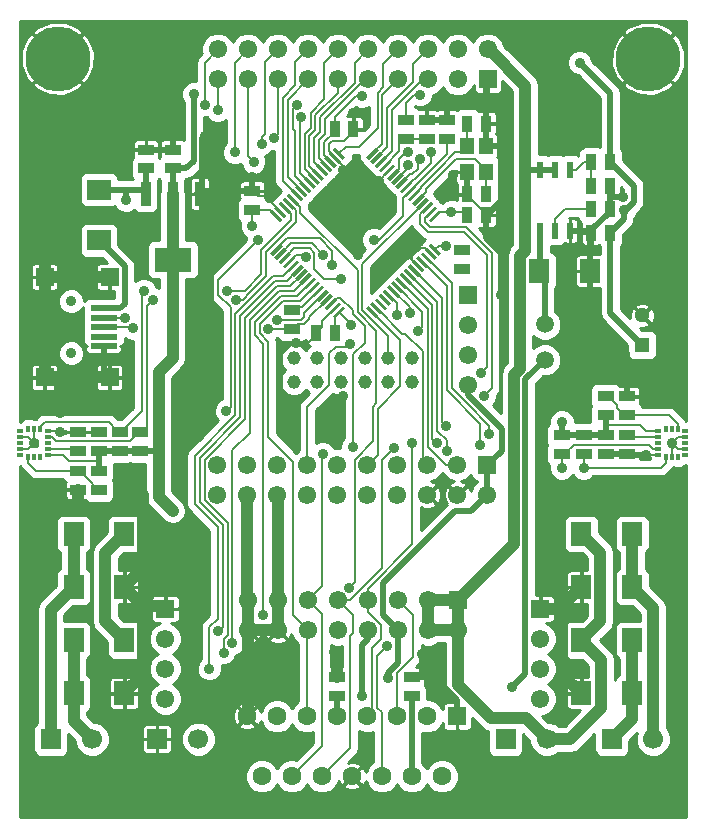
<source format=gtl>
G04 (created by PCBNEW-RS274X (2012-jan-04)-stable) date pon, 21 sty 2013, 21:13:22*
G01*
G70*
G90*
%MOIN*%
G04 Gerber Fmt 3.4, Leading zero omitted, Abs format*
%FSLAX34Y34*%
G04 APERTURE LIST*
%ADD10C,0.006000*%
%ADD11R,0.047200X0.055100*%
%ADD12R,0.090600X0.019700*%
%ADD13C,0.035400*%
%ADD14R,0.059100X0.059100*%
%ADD15R,0.066900X0.066900*%
%ADD16C,0.066900*%
%ADD17R,0.021700X0.053100*%
%ADD18R,0.066900X0.078700*%
%ADD19C,0.045300*%
%ADD20R,0.053100X0.037400*%
%ADD21R,0.037400X0.053100*%
%ADD22R,0.023600X0.011800*%
%ADD23R,0.011800X0.023600*%
%ADD24C,0.059100*%
%ADD25R,0.061000X0.061000*%
%ADD26C,0.061000*%
%ADD27R,0.051200X0.051200*%
%ADD28C,0.051200*%
%ADD29R,0.124000X0.080700*%
%ADD30R,0.035400X0.080700*%
%ADD31R,0.078700X0.066900*%
%ADD32R,0.063000X0.063000*%
%ADD33C,0.063000*%
%ADD34C,0.216500*%
%ADD35C,0.035000*%
%ADD36C,0.019700*%
%ADD37C,0.039400*%
%ADD38C,0.007900*%
%ADD39C,0.010000*%
G04 APERTURE END LIST*
G54D10*
G54D11*
X57598Y-62835D03*
X57598Y-61969D03*
X56968Y-61969D03*
X56968Y-62835D03*
G54D12*
X44843Y-68012D03*
X44843Y-67697D03*
X44843Y-67382D03*
X44843Y-68327D03*
X44843Y-68642D03*
G54D13*
X43760Y-67146D03*
X43760Y-68878D03*
G54D14*
X45039Y-69685D03*
X42874Y-69685D03*
X42874Y-66339D03*
X45039Y-66339D03*
G54D15*
X46628Y-81742D03*
G54D16*
X48005Y-81742D03*
G54D15*
X61785Y-81742D03*
G54D16*
X63162Y-81742D03*
G54D15*
X43084Y-81742D03*
G54D16*
X44461Y-81742D03*
G54D17*
X58896Y-64804D03*
X59396Y-64804D03*
X59896Y-64804D03*
X60396Y-64804D03*
X60396Y-62756D03*
X59896Y-62756D03*
X59396Y-62756D03*
X58896Y-62756D03*
G54D18*
X60768Y-76673D03*
X62460Y-76673D03*
X45531Y-76673D03*
X43839Y-76673D03*
X60768Y-80217D03*
X62460Y-80217D03*
X45531Y-80217D03*
X43839Y-80217D03*
X62460Y-78445D03*
X60768Y-78445D03*
X62460Y-74902D03*
X60768Y-74902D03*
X43839Y-74902D03*
X45531Y-74902D03*
X61063Y-66142D03*
X59371Y-66142D03*
X43839Y-78445D03*
X45531Y-78445D03*
G54D19*
X51181Y-69823D03*
X51969Y-69823D03*
X52756Y-69823D03*
X53544Y-69823D03*
X54331Y-69823D03*
X55119Y-69823D03*
X55119Y-69036D03*
X53543Y-69036D03*
X54331Y-69036D03*
X52756Y-69036D03*
X51969Y-69036D03*
X51181Y-69036D03*
G54D20*
X60847Y-72244D03*
X60847Y-71614D03*
X56299Y-61102D03*
X56299Y-61732D03*
X61575Y-70315D03*
X61575Y-70945D03*
G54D21*
X61102Y-62500D03*
X61732Y-62500D03*
X61732Y-63287D03*
X61102Y-63287D03*
G54D20*
X46063Y-71496D03*
X46063Y-72126D03*
X45374Y-71496D03*
X45374Y-72126D03*
X60118Y-72244D03*
X60118Y-71614D03*
X44685Y-73425D03*
X44685Y-72795D03*
X51122Y-68071D03*
X51122Y-67441D03*
X54921Y-61732D03*
X54921Y-61102D03*
G54D22*
X63327Y-71476D03*
X63327Y-71673D03*
X63327Y-71870D03*
X63327Y-72067D03*
X63327Y-72264D03*
G54D23*
X63583Y-72323D03*
X63780Y-72323D03*
X63977Y-72323D03*
G54D22*
X64233Y-72264D03*
X64233Y-72067D03*
X64233Y-71870D03*
X64233Y-71673D03*
X64233Y-71476D03*
G54D23*
X63977Y-71417D03*
X63780Y-71417D03*
X63583Y-71417D03*
G54D22*
X42973Y-72264D03*
X42973Y-72067D03*
X42973Y-71870D03*
X42973Y-71673D03*
X42973Y-71476D03*
G54D23*
X42717Y-71417D03*
X42520Y-71417D03*
X42323Y-71417D03*
G54D22*
X42067Y-71476D03*
X42067Y-71673D03*
X42067Y-71870D03*
X42067Y-72067D03*
X42067Y-72264D03*
G54D23*
X42323Y-72323D03*
X42520Y-72323D03*
X42717Y-72323D03*
G54D10*
G36*
X56018Y-64096D02*
X56102Y-64180D01*
X55768Y-64514D01*
X55684Y-64430D01*
X56018Y-64096D01*
X56018Y-64096D01*
G37*
G36*
X55879Y-63957D02*
X55963Y-64041D01*
X55629Y-64375D01*
X55545Y-64291D01*
X55879Y-63957D01*
X55879Y-63957D01*
G37*
G36*
X55740Y-63818D02*
X55824Y-63902D01*
X55490Y-64236D01*
X55406Y-64152D01*
X55740Y-63818D01*
X55740Y-63818D01*
G37*
G36*
X55600Y-63679D02*
X55684Y-63763D01*
X55350Y-64097D01*
X55266Y-64013D01*
X55600Y-63679D01*
X55600Y-63679D01*
G37*
G36*
X55461Y-63539D02*
X55545Y-63623D01*
X55211Y-63957D01*
X55127Y-63873D01*
X55461Y-63539D01*
X55461Y-63539D01*
G37*
G36*
X55322Y-63400D02*
X55406Y-63484D01*
X55072Y-63818D01*
X54988Y-63734D01*
X55322Y-63400D01*
X55322Y-63400D01*
G37*
G36*
X55182Y-63261D02*
X55266Y-63345D01*
X54932Y-63679D01*
X54848Y-63595D01*
X55182Y-63261D01*
X55182Y-63261D01*
G37*
G36*
X55043Y-63121D02*
X55127Y-63205D01*
X54793Y-63539D01*
X54709Y-63455D01*
X55043Y-63121D01*
X55043Y-63121D01*
G37*
G36*
X54905Y-62983D02*
X54989Y-63067D01*
X54655Y-63401D01*
X54571Y-63317D01*
X54905Y-62983D01*
X54905Y-62983D01*
G37*
G36*
X54765Y-62844D02*
X54849Y-62928D01*
X54515Y-63262D01*
X54431Y-63178D01*
X54765Y-62844D01*
X54765Y-62844D01*
G37*
G36*
X54626Y-62704D02*
X54710Y-62788D01*
X54376Y-63122D01*
X54292Y-63038D01*
X54626Y-62704D01*
X54626Y-62704D01*
G37*
G36*
X54487Y-62565D02*
X54571Y-62649D01*
X54237Y-62983D01*
X54153Y-62899D01*
X54487Y-62565D01*
X54487Y-62565D01*
G37*
G36*
X54347Y-62426D02*
X54431Y-62510D01*
X54097Y-62844D01*
X54013Y-62760D01*
X54347Y-62426D01*
X54347Y-62426D01*
G37*
G36*
X54208Y-62286D02*
X54292Y-62370D01*
X53958Y-62704D01*
X53874Y-62620D01*
X54208Y-62286D01*
X54208Y-62286D01*
G37*
G36*
X54069Y-62147D02*
X54153Y-62231D01*
X53819Y-62565D01*
X53735Y-62481D01*
X54069Y-62147D01*
X54069Y-62147D01*
G37*
G36*
X53930Y-62008D02*
X54014Y-62092D01*
X53680Y-62426D01*
X53596Y-62342D01*
X53930Y-62008D01*
X53930Y-62008D01*
G37*
G36*
X52482Y-62092D02*
X52566Y-62008D01*
X52900Y-62342D01*
X52816Y-62426D01*
X52482Y-62092D01*
X52482Y-62092D01*
G37*
G36*
X52343Y-62231D02*
X52427Y-62147D01*
X52761Y-62481D01*
X52677Y-62565D01*
X52343Y-62231D01*
X52343Y-62231D01*
G37*
G36*
X52204Y-62370D02*
X52288Y-62286D01*
X52622Y-62620D01*
X52538Y-62704D01*
X52204Y-62370D01*
X52204Y-62370D01*
G37*
G36*
X52065Y-62510D02*
X52149Y-62426D01*
X52483Y-62760D01*
X52399Y-62844D01*
X52065Y-62510D01*
X52065Y-62510D01*
G37*
G36*
X51925Y-62649D02*
X52009Y-62565D01*
X52343Y-62899D01*
X52259Y-62983D01*
X51925Y-62649D01*
X51925Y-62649D01*
G37*
G36*
X51786Y-62788D02*
X51870Y-62704D01*
X52204Y-63038D01*
X52120Y-63122D01*
X51786Y-62788D01*
X51786Y-62788D01*
G37*
G36*
X51647Y-62928D02*
X51731Y-62844D01*
X52065Y-63178D01*
X51981Y-63262D01*
X51647Y-62928D01*
X51647Y-62928D01*
G37*
G36*
X51507Y-63067D02*
X51591Y-62983D01*
X51925Y-63317D01*
X51841Y-63401D01*
X51507Y-63067D01*
X51507Y-63067D01*
G37*
G36*
X51369Y-63205D02*
X51453Y-63121D01*
X51787Y-63455D01*
X51703Y-63539D01*
X51369Y-63205D01*
X51369Y-63205D01*
G37*
G36*
X51230Y-63345D02*
X51314Y-63261D01*
X51648Y-63595D01*
X51564Y-63679D01*
X51230Y-63345D01*
X51230Y-63345D01*
G37*
G36*
X51090Y-63484D02*
X51174Y-63400D01*
X51508Y-63734D01*
X51424Y-63818D01*
X51090Y-63484D01*
X51090Y-63484D01*
G37*
G36*
X50951Y-63623D02*
X51035Y-63539D01*
X51369Y-63873D01*
X51285Y-63957D01*
X50951Y-63623D01*
X50951Y-63623D01*
G37*
G36*
X50812Y-63763D02*
X50896Y-63679D01*
X51230Y-64013D01*
X51146Y-64097D01*
X50812Y-63763D01*
X50812Y-63763D01*
G37*
G36*
X50672Y-63902D02*
X50756Y-63818D01*
X51090Y-64152D01*
X51006Y-64236D01*
X50672Y-63902D01*
X50672Y-63902D01*
G37*
G36*
X50533Y-64041D02*
X50617Y-63957D01*
X50951Y-64291D01*
X50867Y-64375D01*
X50533Y-64041D01*
X50533Y-64041D01*
G37*
G36*
X50394Y-64180D02*
X50478Y-64096D01*
X50812Y-64430D01*
X50728Y-64514D01*
X50394Y-64180D01*
X50394Y-64180D01*
G37*
G36*
X50478Y-65628D02*
X50394Y-65544D01*
X50728Y-65210D01*
X50812Y-65294D01*
X50478Y-65628D01*
X50478Y-65628D01*
G37*
G36*
X50617Y-65767D02*
X50533Y-65683D01*
X50867Y-65349D01*
X50951Y-65433D01*
X50617Y-65767D01*
X50617Y-65767D01*
G37*
G36*
X50756Y-65906D02*
X50672Y-65822D01*
X51006Y-65488D01*
X51090Y-65572D01*
X50756Y-65906D01*
X50756Y-65906D01*
G37*
G36*
X50896Y-66045D02*
X50812Y-65961D01*
X51146Y-65627D01*
X51230Y-65711D01*
X50896Y-66045D01*
X50896Y-66045D01*
G37*
G36*
X51035Y-66185D02*
X50951Y-66101D01*
X51285Y-65767D01*
X51369Y-65851D01*
X51035Y-66185D01*
X51035Y-66185D01*
G37*
G36*
X51174Y-66324D02*
X51090Y-66240D01*
X51424Y-65906D01*
X51508Y-65990D01*
X51174Y-66324D01*
X51174Y-66324D01*
G37*
G36*
X51314Y-66463D02*
X51230Y-66379D01*
X51564Y-66045D01*
X51648Y-66129D01*
X51314Y-66463D01*
X51314Y-66463D01*
G37*
G36*
X51453Y-66603D02*
X51369Y-66519D01*
X51703Y-66185D01*
X51787Y-66269D01*
X51453Y-66603D01*
X51453Y-66603D01*
G37*
G36*
X51591Y-66741D02*
X51507Y-66657D01*
X51841Y-66323D01*
X51925Y-66407D01*
X51591Y-66741D01*
X51591Y-66741D01*
G37*
G36*
X51731Y-66880D02*
X51647Y-66796D01*
X51981Y-66462D01*
X52065Y-66546D01*
X51731Y-66880D01*
X51731Y-66880D01*
G37*
G36*
X51870Y-67020D02*
X51786Y-66936D01*
X52120Y-66602D01*
X52204Y-66686D01*
X51870Y-67020D01*
X51870Y-67020D01*
G37*
G36*
X52009Y-67159D02*
X51925Y-67075D01*
X52259Y-66741D01*
X52343Y-66825D01*
X52009Y-67159D01*
X52009Y-67159D01*
G37*
G36*
X52149Y-67298D02*
X52065Y-67214D01*
X52399Y-66880D01*
X52483Y-66964D01*
X52149Y-67298D01*
X52149Y-67298D01*
G37*
G36*
X52288Y-67438D02*
X52204Y-67354D01*
X52538Y-67020D01*
X52622Y-67104D01*
X52288Y-67438D01*
X52288Y-67438D01*
G37*
G36*
X52427Y-67577D02*
X52343Y-67493D01*
X52677Y-67159D01*
X52761Y-67243D01*
X52427Y-67577D01*
X52427Y-67577D01*
G37*
G36*
X52566Y-67716D02*
X52482Y-67632D01*
X52816Y-67298D01*
X52900Y-67382D01*
X52566Y-67716D01*
X52566Y-67716D01*
G37*
G36*
X54014Y-67632D02*
X53930Y-67716D01*
X53596Y-67382D01*
X53680Y-67298D01*
X54014Y-67632D01*
X54014Y-67632D01*
G37*
G36*
X54153Y-67493D02*
X54069Y-67577D01*
X53735Y-67243D01*
X53819Y-67159D01*
X54153Y-67493D01*
X54153Y-67493D01*
G37*
G36*
X54292Y-67354D02*
X54208Y-67438D01*
X53874Y-67104D01*
X53958Y-67020D01*
X54292Y-67354D01*
X54292Y-67354D01*
G37*
G36*
X54431Y-67214D02*
X54347Y-67298D01*
X54013Y-66964D01*
X54097Y-66880D01*
X54431Y-67214D01*
X54431Y-67214D01*
G37*
G36*
X54571Y-67075D02*
X54487Y-67159D01*
X54153Y-66825D01*
X54237Y-66741D01*
X54571Y-67075D01*
X54571Y-67075D01*
G37*
G36*
X54710Y-66936D02*
X54626Y-67020D01*
X54292Y-66686D01*
X54376Y-66602D01*
X54710Y-66936D01*
X54710Y-66936D01*
G37*
G36*
X54849Y-66796D02*
X54765Y-66880D01*
X54431Y-66546D01*
X54515Y-66462D01*
X54849Y-66796D01*
X54849Y-66796D01*
G37*
G36*
X54989Y-66657D02*
X54905Y-66741D01*
X54571Y-66407D01*
X54655Y-66323D01*
X54989Y-66657D01*
X54989Y-66657D01*
G37*
G36*
X55127Y-66519D02*
X55043Y-66603D01*
X54709Y-66269D01*
X54793Y-66185D01*
X55127Y-66519D01*
X55127Y-66519D01*
G37*
G36*
X55266Y-66379D02*
X55182Y-66463D01*
X54848Y-66129D01*
X54932Y-66045D01*
X55266Y-66379D01*
X55266Y-66379D01*
G37*
G36*
X55406Y-66240D02*
X55322Y-66324D01*
X54988Y-65990D01*
X55072Y-65906D01*
X55406Y-66240D01*
X55406Y-66240D01*
G37*
G36*
X55545Y-66101D02*
X55461Y-66185D01*
X55127Y-65851D01*
X55211Y-65767D01*
X55545Y-66101D01*
X55545Y-66101D01*
G37*
G36*
X55684Y-65961D02*
X55600Y-66045D01*
X55266Y-65711D01*
X55350Y-65627D01*
X55684Y-65961D01*
X55684Y-65961D01*
G37*
G36*
X55824Y-65822D02*
X55740Y-65906D01*
X55406Y-65572D01*
X55490Y-65488D01*
X55824Y-65822D01*
X55824Y-65822D01*
G37*
G36*
X55963Y-65683D02*
X55879Y-65767D01*
X55545Y-65433D01*
X55629Y-65349D01*
X55963Y-65683D01*
X55963Y-65683D01*
G37*
G36*
X56102Y-65544D02*
X56018Y-65628D01*
X55684Y-65294D01*
X55768Y-65210D01*
X56102Y-65544D01*
X56102Y-65544D01*
G37*
G54D24*
X59547Y-67913D03*
X59547Y-69095D03*
G54D25*
X57638Y-72598D03*
G54D26*
X57638Y-73598D03*
X56638Y-72598D03*
X56638Y-73598D03*
X55638Y-72598D03*
X55638Y-73598D03*
X54638Y-72598D03*
X54638Y-73598D03*
X53638Y-72598D03*
X53638Y-73598D03*
X52638Y-72598D03*
X52638Y-73598D03*
X51638Y-72598D03*
X51638Y-73598D03*
X50638Y-72598D03*
X50638Y-73598D03*
X49638Y-72598D03*
X49638Y-73598D03*
X48638Y-72598D03*
X48638Y-73598D03*
G54D25*
X56654Y-77106D03*
G54D26*
X56654Y-78106D03*
X55654Y-77106D03*
X55654Y-78106D03*
X54654Y-77106D03*
X54654Y-78106D03*
X53654Y-77106D03*
X53654Y-78106D03*
X52654Y-77106D03*
X52654Y-78106D03*
X51654Y-77106D03*
X51654Y-78106D03*
X50654Y-77106D03*
X50654Y-78106D03*
X49654Y-77106D03*
X49654Y-78106D03*
G54D25*
X56988Y-66929D03*
G54D26*
X56988Y-67929D03*
X56988Y-68929D03*
X56988Y-69929D03*
G54D25*
X46900Y-77400D03*
G54D26*
X46900Y-78400D03*
X46900Y-79400D03*
X46900Y-80400D03*
G54D25*
X59400Y-77400D03*
G54D26*
X59400Y-78400D03*
X59400Y-79400D03*
X59400Y-80400D03*
G54D27*
X62795Y-68602D03*
G54D28*
X62795Y-67618D03*
G54D21*
X57598Y-61220D03*
X56968Y-61220D03*
X56968Y-63583D03*
X57598Y-63583D03*
G54D20*
X55610Y-61102D03*
X55610Y-61732D03*
X56791Y-66063D03*
X56791Y-65433D03*
G54D21*
X51929Y-68189D03*
X52559Y-68189D03*
X57598Y-64272D03*
X56968Y-64272D03*
G54D20*
X49803Y-63465D03*
X49803Y-64095D03*
X46260Y-62087D03*
X46260Y-62717D03*
G54D21*
X61732Y-64862D03*
X61102Y-64862D03*
X61732Y-64075D03*
X61102Y-64075D03*
G54D20*
X52618Y-79685D03*
X52618Y-80315D03*
X62304Y-72244D03*
X62304Y-71614D03*
X62303Y-70315D03*
X62303Y-70945D03*
X55118Y-79685D03*
X55118Y-80315D03*
X61575Y-72244D03*
X61575Y-71614D03*
X43996Y-73425D03*
X43996Y-72795D03*
X44685Y-71496D03*
X44685Y-72126D03*
X43996Y-71496D03*
X43996Y-72126D03*
G54D15*
X58242Y-81742D03*
G54D16*
X59619Y-81742D03*
G54D25*
X57650Y-59750D03*
G54D26*
X57650Y-58750D03*
X56650Y-59750D03*
X56650Y-58750D03*
X55650Y-59750D03*
X55650Y-58750D03*
X54650Y-59750D03*
X54650Y-58750D03*
X53650Y-59750D03*
X53650Y-58750D03*
X52650Y-59750D03*
X52650Y-58750D03*
X51650Y-59750D03*
X51650Y-58750D03*
X50650Y-59750D03*
X50650Y-58750D03*
X49650Y-59750D03*
X49650Y-58750D03*
X48650Y-59750D03*
X48650Y-58750D03*
G54D29*
X47146Y-65767D03*
G54D30*
X47146Y-63563D03*
X46240Y-63563D03*
X48052Y-63563D03*
G54D20*
X47146Y-62087D03*
X47146Y-62717D03*
G54D31*
X44685Y-65118D03*
X44685Y-63426D03*
G54D32*
X56624Y-80978D03*
G54D33*
X56124Y-82978D03*
X55624Y-80978D03*
X55124Y-82978D03*
X54624Y-80978D03*
X54124Y-82978D03*
X53624Y-80978D03*
X53124Y-82978D03*
X52624Y-80978D03*
X52124Y-82978D03*
X51624Y-80978D03*
X51124Y-82978D03*
X50624Y-80978D03*
X50124Y-82978D03*
X49624Y-80978D03*
G54D21*
X53169Y-61417D03*
X52539Y-61417D03*
G54D34*
X43307Y-59055D03*
X62992Y-59055D03*
G54D35*
X44902Y-76240D03*
X56260Y-65295D03*
X47146Y-74134D03*
X56437Y-64173D03*
X49803Y-64646D03*
X47146Y-64626D03*
X53091Y-67953D03*
X54311Y-79705D03*
X47146Y-69035D03*
X53445Y-60295D03*
X47854Y-60236D03*
X55394Y-60256D03*
X60118Y-71161D03*
X60709Y-59193D03*
X58465Y-80000D03*
X53445Y-80315D03*
X45591Y-63780D03*
X62185Y-64114D03*
X55748Y-62185D03*
X50512Y-61713D03*
X55374Y-62402D03*
X50118Y-61890D03*
X49843Y-62500D03*
X55000Y-62618D03*
X49213Y-62185D03*
X55000Y-62185D03*
X48642Y-60768D03*
X51437Y-61004D03*
X51280Y-60591D03*
X48209Y-60591D03*
X52461Y-65925D03*
X48366Y-79390D03*
X48661Y-78150D03*
X48839Y-78858D03*
X49134Y-78543D03*
X57421Y-69528D03*
X52756Y-66417D03*
X51575Y-65669D03*
X53031Y-76693D03*
X55138Y-71870D03*
X55945Y-71870D03*
X54508Y-72047D03*
X56280Y-72146D03*
X56260Y-71319D03*
X52146Y-72244D03*
X53839Y-65098D03*
X50000Y-65098D03*
X48937Y-70807D03*
X50148Y-77608D03*
X54291Y-78642D03*
X55039Y-67539D03*
X52165Y-65598D03*
X60118Y-72697D03*
X57402Y-71929D03*
X49272Y-67087D03*
X46496Y-67087D03*
X60846Y-72697D03*
X57697Y-71555D03*
X48957Y-66791D03*
X46181Y-66791D03*
X55335Y-68150D03*
X53051Y-68583D03*
X53150Y-72008D03*
X54606Y-67598D03*
X50630Y-67756D03*
X45571Y-67697D03*
X50335Y-68071D03*
X45827Y-68051D03*
X57520Y-70295D03*
X61024Y-83858D03*
X57087Y-83858D03*
X48327Y-70276D03*
X63976Y-83858D03*
X42520Y-83858D03*
X48228Y-65846D03*
X63780Y-71870D03*
X43386Y-70846D03*
X62913Y-72264D03*
X62165Y-63681D03*
X50787Y-70315D03*
X45039Y-70315D03*
X45276Y-83858D03*
X42520Y-71870D03*
X53169Y-60886D03*
X54016Y-63130D03*
X61063Y-67618D03*
X58091Y-66929D03*
X55472Y-78917D03*
X47736Y-58268D03*
X48327Y-68504D03*
X63780Y-73425D03*
X52559Y-78839D03*
X59646Y-73425D03*
X49213Y-83858D03*
X56476Y-62933D03*
X43386Y-71496D03*
X60236Y-59744D03*
X46161Y-73602D03*
X49803Y-63012D03*
X48209Y-61634D03*
X56299Y-60650D03*
X47146Y-61634D03*
X43996Y-73878D03*
X61063Y-65433D03*
X52835Y-62776D03*
X54941Y-65591D03*
X58091Y-61969D03*
X53307Y-65591D03*
X62303Y-69862D03*
X52835Y-70315D03*
X57598Y-64803D03*
X51260Y-68524D03*
G54D36*
X55118Y-80315D02*
X55124Y-80321D01*
G54D37*
X45531Y-74902D02*
X44902Y-75531D01*
X44902Y-75531D02*
X44902Y-76240D01*
X44902Y-77816D02*
X45531Y-78445D01*
X44902Y-76240D02*
X44902Y-77816D01*
X55654Y-78106D02*
X55654Y-77106D01*
X56654Y-78106D02*
X55654Y-78106D01*
X56654Y-77106D02*
X55654Y-77106D01*
X56654Y-78106D02*
X56654Y-77106D01*
X60768Y-78445D02*
X61398Y-77815D01*
G54D36*
X55124Y-80321D02*
X55124Y-82978D01*
G54D37*
X61398Y-75532D02*
X60768Y-74902D01*
X61398Y-77815D02*
X61398Y-75532D01*
X60768Y-78445D02*
X61437Y-79114D01*
X60404Y-81742D02*
X59619Y-81742D01*
X61437Y-80709D02*
X60404Y-81742D01*
X61437Y-79114D02*
X61437Y-80709D01*
G54D36*
X59396Y-62756D02*
X58896Y-62756D01*
G54D37*
X57687Y-58750D02*
X57650Y-58750D01*
X58896Y-59959D02*
X57687Y-58750D01*
X58896Y-64804D02*
X58896Y-62756D01*
X56654Y-77106D02*
X58521Y-75239D01*
X58896Y-65454D02*
X58896Y-64804D01*
X58720Y-65630D02*
X58896Y-65454D01*
X58720Y-69389D02*
X58720Y-65630D01*
X58521Y-69588D02*
X58720Y-69389D01*
X58521Y-75239D02*
X58521Y-69588D01*
X58896Y-62756D02*
X58896Y-59959D01*
G54D36*
X59896Y-62756D02*
X59396Y-62756D01*
G54D37*
X59619Y-81742D02*
X58920Y-81043D01*
X56654Y-79939D02*
X56654Y-78106D01*
X57758Y-81043D02*
X56654Y-79939D01*
X58920Y-81043D02*
X57758Y-81043D01*
G54D38*
X50393Y-64095D02*
X49803Y-64095D01*
G54D37*
X46673Y-72126D02*
X46673Y-69508D01*
G54D36*
X58110Y-71870D02*
X58110Y-72126D01*
G54D37*
X46673Y-69508D02*
X47146Y-69035D01*
G54D36*
X56564Y-74134D02*
X57102Y-74134D01*
G54D38*
X53091Y-67907D02*
X53091Y-67953D01*
G54D36*
X54654Y-78106D02*
X54154Y-77606D01*
G54D38*
X43681Y-72461D02*
X44685Y-72461D01*
G54D37*
X46673Y-73661D02*
X46673Y-72126D01*
G54D36*
X46063Y-72126D02*
X46673Y-72126D01*
G54D38*
X52691Y-67507D02*
X53091Y-67907D01*
G54D37*
X47146Y-64626D02*
X47146Y-65767D01*
X47146Y-63563D02*
X47146Y-64626D01*
G54D36*
X47146Y-63563D02*
X47146Y-62717D01*
X44685Y-72461D02*
X44685Y-72795D01*
X44685Y-72126D02*
X44685Y-72461D01*
X44685Y-72126D02*
X45374Y-72126D01*
X45374Y-72126D02*
X46063Y-72126D01*
G54D37*
X47146Y-74134D02*
X46673Y-73661D01*
G54D36*
X54154Y-77606D02*
X54154Y-76544D01*
G54D38*
X50603Y-64305D02*
X50393Y-64095D01*
G54D36*
X54654Y-79207D02*
X54311Y-79550D01*
X54154Y-76544D02*
X56564Y-74134D01*
G54D38*
X55893Y-65419D02*
X56017Y-65295D01*
G54D36*
X57102Y-74134D02*
X57638Y-73598D01*
X54311Y-79550D02*
X54311Y-79705D01*
X54654Y-78106D02*
X54654Y-79207D01*
G54D38*
X43484Y-72264D02*
X43681Y-72461D01*
X56025Y-64173D02*
X56437Y-64173D01*
X56437Y-64173D02*
X56869Y-64173D01*
G54D36*
X57638Y-73598D02*
X57638Y-72598D01*
G54D37*
X47146Y-65767D02*
X47146Y-69035D01*
G54D38*
X56017Y-65295D02*
X56260Y-65295D01*
X55893Y-64305D02*
X56025Y-64173D01*
X56869Y-64173D02*
X56968Y-64272D01*
X49803Y-64646D02*
X49803Y-64095D01*
G54D36*
X61575Y-71614D02*
X61575Y-71280D01*
X56988Y-70278D02*
X56988Y-69929D01*
X58110Y-71400D02*
X56988Y-70278D01*
G54D38*
X52413Y-62495D02*
X52185Y-62267D01*
X52691Y-67507D02*
X52559Y-67639D01*
G54D36*
X61575Y-71280D02*
X61575Y-70945D01*
X58110Y-72126D02*
X57638Y-72598D01*
G54D38*
X54921Y-61102D02*
X54921Y-60536D01*
G54D36*
X47854Y-60236D02*
X47854Y-62461D01*
G54D38*
X52185Y-62267D02*
X52185Y-61851D01*
X52539Y-61417D02*
X52539Y-60996D01*
G54D36*
X61575Y-71614D02*
X60847Y-71614D01*
X60847Y-71614D02*
X60118Y-71614D01*
G54D38*
X62913Y-71476D02*
X62717Y-71280D01*
X62717Y-71280D02*
X61575Y-71280D01*
X63327Y-71476D02*
X62913Y-71476D01*
X52205Y-61831D02*
X52539Y-61497D01*
X52539Y-61497D02*
X52539Y-61417D01*
G54D36*
X60118Y-71614D02*
X60118Y-71161D01*
G54D38*
X52559Y-67639D02*
X52559Y-68189D01*
X52185Y-61851D02*
X52205Y-61831D01*
X42973Y-72264D02*
X43484Y-72264D01*
X55201Y-60256D02*
X55394Y-60256D01*
X52539Y-60996D02*
X53240Y-60295D01*
G54D36*
X47598Y-62717D02*
X47146Y-62717D01*
X58110Y-71870D02*
X58110Y-71400D01*
G54D38*
X54921Y-60536D02*
X55201Y-60256D01*
X53240Y-60295D02*
X53445Y-60295D01*
G54D36*
X47854Y-62461D02*
X47598Y-62717D01*
X61732Y-62500D02*
X61732Y-60216D01*
X61732Y-60216D02*
X60709Y-59193D01*
X61732Y-64862D02*
X61732Y-67539D01*
X62244Y-64114D02*
X62402Y-63956D01*
X46240Y-63563D02*
X46260Y-63543D01*
X46240Y-63563D02*
X46103Y-63426D01*
X46103Y-63426D02*
X45591Y-63426D01*
X58898Y-79567D02*
X58898Y-69744D01*
X52624Y-80321D02*
X52624Y-80978D01*
X45591Y-63426D02*
X44685Y-63426D01*
X46260Y-63543D02*
X46260Y-62717D01*
X53654Y-78397D02*
X53445Y-78606D01*
X53445Y-78606D02*
X53445Y-80315D01*
X58898Y-69744D02*
X59547Y-69095D01*
X52618Y-80315D02*
X52624Y-80321D01*
X61732Y-64862D02*
X62185Y-64409D01*
X62185Y-64114D02*
X62244Y-64114D01*
X45591Y-63426D02*
X45591Y-63780D01*
X58465Y-80000D02*
X58898Y-79567D01*
X62402Y-63956D02*
X62520Y-63838D01*
X61732Y-67539D02*
X62795Y-68602D01*
X53654Y-78106D02*
X53654Y-78397D01*
X62520Y-63838D02*
X62520Y-63288D01*
X62520Y-63288D02*
X61732Y-62500D01*
X62185Y-64409D02*
X62185Y-64114D01*
X45591Y-63426D02*
X45591Y-63425D01*
X45591Y-63425D02*
X45591Y-63426D01*
G54D38*
X54083Y-62495D02*
X54456Y-62122D01*
X54456Y-62122D02*
X54456Y-61201D01*
X54456Y-61201D02*
X54456Y-60772D01*
X55478Y-59750D02*
X55650Y-59750D01*
X54456Y-60772D02*
X55478Y-59750D01*
X54295Y-62005D02*
X54295Y-61575D01*
X55157Y-59685D02*
X55157Y-59243D01*
X54295Y-61575D02*
X54295Y-60705D01*
X53944Y-62356D02*
X54295Y-62005D01*
X54295Y-60705D02*
X55157Y-59843D01*
X55157Y-59243D02*
X55650Y-58750D01*
X55157Y-59843D02*
X55157Y-59685D01*
X55208Y-63071D02*
X55748Y-62531D01*
X55748Y-62531D02*
X55748Y-62185D01*
X50656Y-61569D02*
X50656Y-59756D01*
X54918Y-63330D02*
X55177Y-63071D01*
X55177Y-63071D02*
X55208Y-63071D01*
X50656Y-59756D02*
X50650Y-59750D01*
X50512Y-61713D02*
X50656Y-61569D01*
X55138Y-62913D02*
X55315Y-62736D01*
X55315Y-62461D02*
X55374Y-62402D01*
X55059Y-62913D02*
X55138Y-62913D01*
X50217Y-61574D02*
X50217Y-59183D01*
X50118Y-61673D02*
X50217Y-61574D01*
X50217Y-59183D02*
X50650Y-58750D01*
X55315Y-62736D02*
X55315Y-62461D01*
X50118Y-61890D02*
X50118Y-61673D01*
X54780Y-63192D02*
X55059Y-62913D01*
X49843Y-62500D02*
X49650Y-62307D01*
X54640Y-63053D02*
X55000Y-62693D01*
X49650Y-62307D02*
X49650Y-59750D01*
X55000Y-62693D02*
X55000Y-62618D01*
X49213Y-62185D02*
X49213Y-59187D01*
X54501Y-62913D02*
X54694Y-62720D01*
X54694Y-62720D02*
X54694Y-62392D01*
X49213Y-59187D02*
X49650Y-58750D01*
X54900Y-62185D02*
X55000Y-62185D01*
X54793Y-62293D02*
X54793Y-62292D01*
X54694Y-62392D02*
X54793Y-62293D01*
X54793Y-62292D02*
X54900Y-62185D01*
X51380Y-61713D02*
X51380Y-61061D01*
X48642Y-59758D02*
X48650Y-59750D01*
X51380Y-62856D02*
X51380Y-61713D01*
X51716Y-63192D02*
X51380Y-62856D01*
X51380Y-61061D02*
X51437Y-61004D01*
X48642Y-60768D02*
X48642Y-59758D01*
X51578Y-63330D02*
X51219Y-62971D01*
X51219Y-61475D02*
X51139Y-61395D01*
X48209Y-59191D02*
X48650Y-58750D01*
X48209Y-60591D02*
X48209Y-59191D01*
X51139Y-60732D02*
X51280Y-60591D01*
X51219Y-62971D02*
X51219Y-62461D01*
X51139Y-61220D02*
X51139Y-60732D01*
X51139Y-61395D02*
X51139Y-61220D01*
X51219Y-62461D02*
X51219Y-61475D01*
X53805Y-62217D02*
X54134Y-61888D01*
X54134Y-60266D02*
X54650Y-59750D01*
X54134Y-61888D02*
X54134Y-60266D01*
X54154Y-59246D02*
X54650Y-58750D01*
X54154Y-60018D02*
X54154Y-59246D01*
X53973Y-60199D02*
X54154Y-60018D01*
X52691Y-62217D02*
X52920Y-61988D01*
X53366Y-61988D02*
X52920Y-61988D01*
X53973Y-60199D02*
X53973Y-61381D01*
X53973Y-61381D02*
X53366Y-61988D01*
X52224Y-61083D02*
X53557Y-59750D01*
X52224Y-61585D02*
X52224Y-61083D01*
X53557Y-59750D02*
X53650Y-59750D01*
X52024Y-62385D02*
X52024Y-61785D01*
X52274Y-62635D02*
X52024Y-62385D01*
X52024Y-61785D02*
X52224Y-61585D01*
X52134Y-62774D02*
X51863Y-62503D01*
X53209Y-59191D02*
X53650Y-58750D01*
X53209Y-59870D02*
X53209Y-59191D01*
X52063Y-61016D02*
X53209Y-59870D01*
X52063Y-61519D02*
X52063Y-61016D01*
X51863Y-61719D02*
X52063Y-61519D01*
X51863Y-62503D02*
X51863Y-61719D01*
X51902Y-61452D02*
X51902Y-60949D01*
X51702Y-61652D02*
X51902Y-61452D01*
X52650Y-60201D02*
X52650Y-59750D01*
X51995Y-62913D02*
X51702Y-62620D01*
X51902Y-60949D02*
X52650Y-60201D01*
X51702Y-62620D02*
X51702Y-61652D01*
X51541Y-62738D02*
X51541Y-61586D01*
X52205Y-59195D02*
X52650Y-58750D01*
X51541Y-61586D02*
X51741Y-61386D01*
X51741Y-61386D02*
X51741Y-60883D01*
X51856Y-63053D02*
X51541Y-62738D01*
X52205Y-60419D02*
X52205Y-59195D01*
X51741Y-60883D02*
X52205Y-60419D01*
X50978Y-63009D02*
X50978Y-60422D01*
X50978Y-60422D02*
X51650Y-59750D01*
X51439Y-63470D02*
X50978Y-63009D01*
X51220Y-59952D02*
X51220Y-59180D01*
X51220Y-59180D02*
X51650Y-58750D01*
X50817Y-63127D02*
X50817Y-60355D01*
X51299Y-63609D02*
X50817Y-63127D01*
X50817Y-60355D02*
X51220Y-59952D01*
X50603Y-65419D02*
X50970Y-65052D01*
X52461Y-65473D02*
X52461Y-65925D01*
X52040Y-65052D02*
X52461Y-65473D01*
X51594Y-65052D02*
X52040Y-65052D01*
X50970Y-65052D02*
X51594Y-65052D01*
X51160Y-65976D02*
X50828Y-66308D01*
X48366Y-78012D02*
X48366Y-79390D01*
X49234Y-70942D02*
X47887Y-72289D01*
X48651Y-74678D02*
X48651Y-77727D01*
X47887Y-73914D02*
X48651Y-74678D01*
X48651Y-77727D02*
X48366Y-78012D01*
X47887Y-72289D02*
X47887Y-73914D01*
X50828Y-66308D02*
X50487Y-66308D01*
X50487Y-66308D02*
X49234Y-67561D01*
X49234Y-67561D02*
X49234Y-70942D01*
X48048Y-73847D02*
X48812Y-74611D01*
X49395Y-71008D02*
X48048Y-72355D01*
X50553Y-66469D02*
X49395Y-67627D01*
X49395Y-67627D02*
X49395Y-71008D01*
X48048Y-72355D02*
X48048Y-73847D01*
X50945Y-66469D02*
X50553Y-66469D01*
X51299Y-66115D02*
X50945Y-66469D01*
X48812Y-74611D02*
X48812Y-77999D01*
X48812Y-77999D02*
X48661Y-78150D01*
X50619Y-66630D02*
X49556Y-67693D01*
X51439Y-66254D02*
X51063Y-66630D01*
X48973Y-78272D02*
X48839Y-78406D01*
X48973Y-74544D02*
X48973Y-78272D01*
X48209Y-72421D02*
X48209Y-73780D01*
X51063Y-66630D02*
X50619Y-66630D01*
X49556Y-67693D02*
X49556Y-71074D01*
X49556Y-71074D02*
X48209Y-72421D01*
X48209Y-73780D02*
X48973Y-74544D01*
X48839Y-78406D02*
X48839Y-78858D01*
X51578Y-66394D02*
X51181Y-66791D01*
X50686Y-66791D02*
X49717Y-67760D01*
X50687Y-66791D02*
X50686Y-66791D01*
X49717Y-67760D02*
X49717Y-71523D01*
X49134Y-72106D02*
X49134Y-78543D01*
X51181Y-66791D02*
X50687Y-66791D01*
X49717Y-71523D02*
X49134Y-72106D01*
X56842Y-64826D02*
X57098Y-65082D01*
X57098Y-65082D02*
X57615Y-65599D01*
X55390Y-64555D02*
X55437Y-64602D01*
X55390Y-64252D02*
X55390Y-64555D01*
X55661Y-64826D02*
X56842Y-64826D01*
X57615Y-65599D02*
X57615Y-69193D01*
X57615Y-69334D02*
X57421Y-69528D01*
X55615Y-64027D02*
X55390Y-64252D01*
X57615Y-69193D02*
X57615Y-69334D01*
X55437Y-64602D02*
X55661Y-64826D01*
X51204Y-65374D02*
X51496Y-65374D01*
X51713Y-65374D02*
X51870Y-65531D01*
X50881Y-65697D02*
X51204Y-65374D01*
X52205Y-66417D02*
X52756Y-66417D01*
X51870Y-66082D02*
X52205Y-66417D01*
X51870Y-65531D02*
X51870Y-66082D01*
X51575Y-65374D02*
X51713Y-65374D01*
X51496Y-65374D02*
X51575Y-65374D01*
X51247Y-65610D02*
X51516Y-65610D01*
X51021Y-65836D02*
X51247Y-65610D01*
X51516Y-65610D02*
X51575Y-65669D01*
X53209Y-76515D02*
X53031Y-76693D01*
X53937Y-70539D02*
X53812Y-70664D01*
X53812Y-70664D02*
X53812Y-71817D01*
X54654Y-77106D02*
X55157Y-77609D01*
X55157Y-77609D02*
X55157Y-77894D01*
X53311Y-66095D02*
X53311Y-66929D01*
X53937Y-68858D02*
X53937Y-70539D01*
X53209Y-72420D02*
X53209Y-76122D01*
X53812Y-71817D02*
X53209Y-72420D01*
X54624Y-79549D02*
X54624Y-80978D01*
X51405Y-64189D02*
X53311Y-66095D01*
X53937Y-68142D02*
X53311Y-67516D01*
X51160Y-63748D02*
X51405Y-63993D01*
X55157Y-79016D02*
X54624Y-79549D01*
X53311Y-67516D02*
X53311Y-66929D01*
X53937Y-68858D02*
X53937Y-68142D01*
X51405Y-63993D02*
X51405Y-64189D01*
X55157Y-77894D02*
X55157Y-79016D01*
X53209Y-76122D02*
X53209Y-76515D01*
X55804Y-70394D02*
X55804Y-70925D01*
X53654Y-76732D02*
X55138Y-75248D01*
X53654Y-77106D02*
X53654Y-77492D01*
X55138Y-75248D02*
X55138Y-71870D01*
X55256Y-66732D02*
X55804Y-67280D01*
X53624Y-80978D02*
X53799Y-80803D01*
X54094Y-77932D02*
X54094Y-78406D01*
X53654Y-77492D02*
X54094Y-77932D01*
X55804Y-71729D02*
X55945Y-71870D01*
X54918Y-66394D02*
X55256Y-66732D01*
X55804Y-67280D02*
X55804Y-70394D01*
X53799Y-80803D02*
X53799Y-78701D01*
X53654Y-77106D02*
X53654Y-76732D01*
X55804Y-70925D02*
X55804Y-71729D01*
X54094Y-78406D02*
X53799Y-78701D01*
X52654Y-77106D02*
X53150Y-77602D01*
X52654Y-77106D02*
X53051Y-77106D01*
X53051Y-77106D02*
X54134Y-76023D01*
X54134Y-72717D02*
X54134Y-75626D01*
X53150Y-78209D02*
X53071Y-78288D01*
X55965Y-67421D02*
X55965Y-69803D01*
X53071Y-82031D02*
X52124Y-82978D01*
X53071Y-78288D02*
X53071Y-82031D01*
X53150Y-77602D02*
X53150Y-78209D01*
X55965Y-67162D02*
X55965Y-67421D01*
X55965Y-69803D02*
X55965Y-71457D01*
X55965Y-71457D02*
X56280Y-71772D01*
X56280Y-71772D02*
X56280Y-72146D01*
X54134Y-76023D02*
X54134Y-75626D01*
X54508Y-72047D02*
X54134Y-72421D01*
X54134Y-72421D02*
X54134Y-72717D01*
X55057Y-66254D02*
X55965Y-67162D01*
X52126Y-81976D02*
X52126Y-81063D01*
X56126Y-67224D02*
X56126Y-69409D01*
X52126Y-77578D02*
X51654Y-77106D01*
X52146Y-72244D02*
X52136Y-72254D01*
X56126Y-69409D02*
X56126Y-71185D01*
X52126Y-81063D02*
X52126Y-77578D01*
X52136Y-76624D02*
X52136Y-72697D01*
X51124Y-82978D02*
X52126Y-81976D01*
X56126Y-67044D02*
X56126Y-67224D01*
X55197Y-66115D02*
X56126Y-67044D01*
X56126Y-71185D02*
X56260Y-71319D01*
X52136Y-72254D02*
X52136Y-72697D01*
X52136Y-76624D02*
X51654Y-77106D01*
X55643Y-67395D02*
X55643Y-70118D01*
X55643Y-72001D02*
X56240Y-72598D01*
X55643Y-71280D02*
X55643Y-72001D01*
X54780Y-66532D02*
X55643Y-67395D01*
X56240Y-72598D02*
X56638Y-72598D01*
X55643Y-70118D02*
X55643Y-71280D01*
X49073Y-70671D02*
X48937Y-70807D01*
X54833Y-63694D02*
X54833Y-64303D01*
X54038Y-65098D02*
X53839Y-65098D01*
X56299Y-62228D02*
X56299Y-61732D01*
X54833Y-64303D02*
X54038Y-65098D01*
X55057Y-63470D02*
X56299Y-62228D01*
X56299Y-62228D02*
X56299Y-61732D01*
X50000Y-65098D02*
X48661Y-66437D01*
X56063Y-61811D02*
X56142Y-61732D01*
X55057Y-63470D02*
X54833Y-63694D01*
X56142Y-61732D02*
X56299Y-61732D01*
X49073Y-67340D02*
X49073Y-70671D01*
X48661Y-66437D02*
X48661Y-66928D01*
X48661Y-66928D02*
X49073Y-67340D01*
X50157Y-68554D02*
X50157Y-77599D01*
X50157Y-77599D02*
X50148Y-77608D01*
X49878Y-68275D02*
X50157Y-68554D01*
X50740Y-66965D02*
X49878Y-67827D01*
X51283Y-66965D02*
X50740Y-66965D01*
X49878Y-67827D02*
X49878Y-68275D01*
X51716Y-66532D02*
X51283Y-66965D01*
X54114Y-82968D02*
X54114Y-81063D01*
X53960Y-78973D02*
X54291Y-78642D01*
X53960Y-79213D02*
X53960Y-78973D01*
X54124Y-82978D02*
X54114Y-82968D01*
X54114Y-80847D02*
X54114Y-81063D01*
X53960Y-80693D02*
X54114Y-80847D01*
X53960Y-79213D02*
X53960Y-80693D01*
X51161Y-77613D02*
X51654Y-78106D01*
X51161Y-72500D02*
X50318Y-71657D01*
X50807Y-67126D02*
X50039Y-67894D01*
X51624Y-78136D02*
X51654Y-78106D01*
X51856Y-66671D02*
X51401Y-67126D01*
X51624Y-80978D02*
X51624Y-78136D01*
X51161Y-72913D02*
X51161Y-72500D01*
X51401Y-67126D02*
X50807Y-67126D01*
X51161Y-72913D02*
X51161Y-77613D01*
X50039Y-67894D02*
X50039Y-68208D01*
X50318Y-68487D02*
X50039Y-68208D01*
X50318Y-71657D02*
X50318Y-68487D01*
X55039Y-67349D02*
X54501Y-66811D01*
X55039Y-67539D02*
X55039Y-67349D01*
X52165Y-65598D02*
X52165Y-65610D01*
X51087Y-65213D02*
X51339Y-65213D01*
X51535Y-65213D02*
X51780Y-65213D01*
X51780Y-65213D02*
X52165Y-65598D01*
X51339Y-65213D02*
X51535Y-65213D01*
X52165Y-65610D02*
X52165Y-65598D01*
X50742Y-65558D02*
X51087Y-65213D01*
X55475Y-65836D02*
X56287Y-66648D01*
X57402Y-71929D02*
X57402Y-71232D01*
X60118Y-72244D02*
X60118Y-72697D01*
X56287Y-66648D02*
X56287Y-69508D01*
X57402Y-71232D02*
X56287Y-70117D01*
X63327Y-72067D02*
X63149Y-72067D01*
X63011Y-71929D02*
X60512Y-71929D01*
X60512Y-71929D02*
X60197Y-72244D01*
X63149Y-72067D02*
X63011Y-71929D01*
X60197Y-72244D02*
X60118Y-72244D01*
X56287Y-69508D02*
X56287Y-70117D01*
X50256Y-66311D02*
X49721Y-66846D01*
X46283Y-71433D02*
X46220Y-71496D01*
X50512Y-65236D02*
X50256Y-65492D01*
X49480Y-67087D02*
X49272Y-67087D01*
X45708Y-71811D02*
X43268Y-71811D01*
X43130Y-71673D02*
X42973Y-71673D01*
X46496Y-67087D02*
X46283Y-67300D01*
X46220Y-71496D02*
X46063Y-71496D01*
X50256Y-65492D02*
X50256Y-66311D01*
X51244Y-64504D02*
X50512Y-65236D01*
X46091Y-71496D02*
X46063Y-71496D01*
X51244Y-64111D02*
X51244Y-64504D01*
X46063Y-71496D02*
X46023Y-71496D01*
X51021Y-63888D02*
X51244Y-64111D01*
X43268Y-71811D02*
X43130Y-71673D01*
X49721Y-66846D02*
X49480Y-67087D01*
X46023Y-71496D02*
X45708Y-71811D01*
X46283Y-67300D02*
X46283Y-71433D01*
X60846Y-72697D02*
X60846Y-72245D01*
X56448Y-70050D02*
X56939Y-70541D01*
X56939Y-70541D02*
X57697Y-71299D01*
X56448Y-69390D02*
X56448Y-70050D01*
X55615Y-65697D02*
X56448Y-66530D01*
X56448Y-66530D02*
X56448Y-69390D01*
X57697Y-71299D02*
X57697Y-71555D01*
X60846Y-72245D02*
X60847Y-72244D01*
X63583Y-72323D02*
X63583Y-72520D01*
X63406Y-72697D02*
X60846Y-72697D01*
X63583Y-72520D02*
X63406Y-72697D01*
X45374Y-71496D02*
X45335Y-71496D01*
X50095Y-66245D02*
X49549Y-66791D01*
X50389Y-65132D02*
X50095Y-65426D01*
X49549Y-66791D02*
X48957Y-66791D01*
X46122Y-70808D02*
X45434Y-71496D01*
X46181Y-66791D02*
X46122Y-66850D01*
X46122Y-66850D02*
X46122Y-70808D01*
X50881Y-64027D02*
X51083Y-64229D01*
X50095Y-65426D02*
X50095Y-66245D01*
X51083Y-64438D02*
X50389Y-65132D01*
X45335Y-71496D02*
X45020Y-71181D01*
X51083Y-64229D02*
X51083Y-64438D01*
X45020Y-71181D02*
X42875Y-71181D01*
X42875Y-71181D02*
X42717Y-71339D01*
X42717Y-71339D02*
X42717Y-71417D01*
X45434Y-71496D02*
X45374Y-71496D01*
X54724Y-69980D02*
X53973Y-70731D01*
X53973Y-70731D02*
X53973Y-72263D01*
X53973Y-72263D02*
X53638Y-72598D01*
X54724Y-68426D02*
X54724Y-69980D01*
X53805Y-67507D02*
X54724Y-68426D01*
X55482Y-70118D02*
X55482Y-72442D01*
X55482Y-72442D02*
X55638Y-72598D01*
X53944Y-67368D02*
X54804Y-68228D01*
X54891Y-68228D02*
X55482Y-68819D01*
X54804Y-68228D02*
X54891Y-68228D01*
X55482Y-68819D02*
X55482Y-70118D01*
X55472Y-68013D02*
X55335Y-68150D01*
X52973Y-68661D02*
X52579Y-68661D01*
X52362Y-68878D02*
X52362Y-69941D01*
X52362Y-69941D02*
X51638Y-70665D01*
X53051Y-68583D02*
X52973Y-68661D01*
X51638Y-70665D02*
X51638Y-72598D01*
X54640Y-66671D02*
X55472Y-67503D01*
X55472Y-67503D02*
X55472Y-68013D01*
X52579Y-68661D02*
X52362Y-68878D01*
X53150Y-67583D02*
X53543Y-67976D01*
X53543Y-68524D02*
X53150Y-68917D01*
X53543Y-67976D02*
X53543Y-68524D01*
X53150Y-69213D02*
X53150Y-72008D01*
X53150Y-67441D02*
X53150Y-67583D01*
X52737Y-67028D02*
X53150Y-67441D01*
X53150Y-68917D02*
X53150Y-69213D01*
X52413Y-67229D02*
X52614Y-67028D01*
X52614Y-67028D02*
X52737Y-67028D01*
X54606Y-67194D02*
X54606Y-67598D01*
X54362Y-66950D02*
X54606Y-67194D01*
X51535Y-67549D02*
X51535Y-67658D01*
X45571Y-67697D02*
X44843Y-67697D01*
X51535Y-67658D02*
X51437Y-67756D01*
X51437Y-67756D02*
X50630Y-67756D01*
X52134Y-66950D02*
X51535Y-67549D01*
X51512Y-67917D02*
X51276Y-67917D01*
X51693Y-67670D02*
X51693Y-67736D01*
X45788Y-68012D02*
X45827Y-68051D01*
X50335Y-68071D02*
X51122Y-68071D01*
X51276Y-67917D02*
X51122Y-68071D01*
X52274Y-67089D02*
X51693Y-67670D01*
X44843Y-68012D02*
X45788Y-68012D01*
X51693Y-67736D02*
X51512Y-67917D01*
X51995Y-66811D02*
X51468Y-67338D01*
X51225Y-67338D02*
X51122Y-67441D01*
X51468Y-67338D02*
X51225Y-67338D01*
X54331Y-69036D02*
X54331Y-68308D01*
X53472Y-65891D02*
X53472Y-67185D01*
X53472Y-67449D02*
X53472Y-67185D01*
X55475Y-63888D02*
X53472Y-65891D01*
X54331Y-68308D02*
X53472Y-67449D01*
X57776Y-70039D02*
X57520Y-70295D01*
X55551Y-64369D02*
X55551Y-64488D01*
X55728Y-64665D02*
X56909Y-64665D01*
X56909Y-64665D02*
X57776Y-65532D01*
X57776Y-69213D02*
X57776Y-70039D01*
X55754Y-64166D02*
X55551Y-64369D01*
X55620Y-64557D02*
X55728Y-64665D01*
X55551Y-64488D02*
X55620Y-64557D01*
X57776Y-68681D02*
X57776Y-69213D01*
X57776Y-65532D02*
X57776Y-68681D01*
G54D37*
X43189Y-61437D02*
X46949Y-61437D01*
X48228Y-65846D02*
X48327Y-65945D01*
X48228Y-63739D02*
X48228Y-65846D01*
X63780Y-73425D02*
X59646Y-73425D01*
X48052Y-63563D02*
X48228Y-63739D01*
G54D38*
X50218Y-63642D02*
X49980Y-63642D01*
X49980Y-63642D02*
X49803Y-63465D01*
X50742Y-64166D02*
X50218Y-63642D01*
G54D37*
X50654Y-77106D02*
X50654Y-73614D01*
X49654Y-77106D02*
X49654Y-78106D01*
X49638Y-73598D02*
X49638Y-77090D01*
X50654Y-77106D02*
X50654Y-78106D01*
X46949Y-61437D02*
X47146Y-61634D01*
G54D36*
X62324Y-72264D02*
X62304Y-72244D01*
X55453Y-79685D02*
X55866Y-79685D01*
G54D38*
X53169Y-61417D02*
X53169Y-60886D01*
G54D37*
X60138Y-79587D02*
X60138Y-77303D01*
G54D38*
X63327Y-72264D02*
X62913Y-72264D01*
G54D37*
X42874Y-61752D02*
X42894Y-61732D01*
X42874Y-61752D02*
X42874Y-66339D01*
G54D36*
X61732Y-64154D02*
X61732Y-64075D01*
G54D38*
X55550Y-65354D02*
X55754Y-65558D01*
X55336Y-65976D02*
X55138Y-65778D01*
X50787Y-68898D02*
X50787Y-70315D01*
G54D37*
X45531Y-76673D02*
X46161Y-76043D01*
G54D36*
X62303Y-70315D02*
X62303Y-69862D01*
G54D37*
X48327Y-68504D02*
X48327Y-70276D01*
G54D38*
X55138Y-65650D02*
X55434Y-65354D01*
G54D37*
X46900Y-77400D02*
X46803Y-77303D01*
X45531Y-80217D02*
X46161Y-79587D01*
X46161Y-77303D02*
X45531Y-76673D01*
G54D38*
X63977Y-71673D02*
X63780Y-71870D01*
G54D37*
X49654Y-80948D02*
X49624Y-80978D01*
G54D36*
X57598Y-61220D02*
X57598Y-60650D01*
G54D38*
X52453Y-61811D02*
X52854Y-61811D01*
X52346Y-61918D02*
X52453Y-61811D01*
X52854Y-61811D02*
X53169Y-61496D01*
G54D36*
X61044Y-64804D02*
X60396Y-64804D01*
G54D38*
X52552Y-62356D02*
X52346Y-62150D01*
X53169Y-61496D02*
X53169Y-61417D01*
G54D36*
X57598Y-64803D02*
X57598Y-65042D01*
X46260Y-62087D02*
X47146Y-62087D01*
X57598Y-61969D02*
X57598Y-61220D01*
G54D38*
X52346Y-62150D02*
X52346Y-61918D01*
G54D37*
X60768Y-80217D02*
X60138Y-79587D01*
X52618Y-78898D02*
X52559Y-78839D01*
G54D38*
X51260Y-68524D02*
X51161Y-68524D01*
G54D36*
X62913Y-72264D02*
X62324Y-72264D01*
G54D37*
X59400Y-77400D02*
X60041Y-77400D01*
G54D38*
X63977Y-71673D02*
X64233Y-71673D01*
G54D36*
X56968Y-63583D02*
X56968Y-62835D01*
G54D38*
X55138Y-65778D02*
X55138Y-65650D01*
G54D36*
X61102Y-64862D02*
X61102Y-64784D01*
X62304Y-72244D02*
X61575Y-72244D01*
G54D38*
X55434Y-65354D02*
X55550Y-65354D01*
G54D36*
X57598Y-65042D02*
X58091Y-65535D01*
G54D37*
X46161Y-79587D02*
X46161Y-77303D01*
X57087Y-83858D02*
X49213Y-83858D01*
G54D36*
X55866Y-79685D02*
X56624Y-80443D01*
G54D37*
X42894Y-61732D02*
X43189Y-61437D01*
X49654Y-78106D02*
X49654Y-80948D01*
X48327Y-65945D02*
X48327Y-68504D01*
X45276Y-83858D02*
X42520Y-83858D01*
X63976Y-83858D02*
X61024Y-83858D01*
X50654Y-78106D02*
X49654Y-78106D01*
X52618Y-79685D02*
X52618Y-78898D01*
G54D38*
X42323Y-71673D02*
X42520Y-71870D01*
G54D37*
X60138Y-77303D02*
X60768Y-76673D01*
X50654Y-73614D02*
X50638Y-73598D01*
G54D36*
X56624Y-80443D02*
X56624Y-80978D01*
G54D38*
X42067Y-72067D02*
X42323Y-72067D01*
X42323Y-72067D02*
X42520Y-71870D01*
X42067Y-71673D02*
X42323Y-71673D01*
X42973Y-71476D02*
X43366Y-71476D01*
X43366Y-71476D02*
X43386Y-71496D01*
G54D36*
X55610Y-61102D02*
X56299Y-61102D01*
X58091Y-65535D02*
X58091Y-66929D01*
G54D38*
X52835Y-62639D02*
X52835Y-62776D01*
G54D37*
X42874Y-66339D02*
X45039Y-66339D01*
G54D36*
X44843Y-68642D02*
X44843Y-69489D01*
X61063Y-65433D02*
X61063Y-66142D01*
X57598Y-59802D02*
X57650Y-59750D01*
G54D37*
X60041Y-77400D02*
X60138Y-77303D01*
X46803Y-77303D02*
X46161Y-77303D01*
G54D36*
X57598Y-60650D02*
X57598Y-59802D01*
G54D38*
X63780Y-72323D02*
X63780Y-71870D01*
X43996Y-71496D02*
X43386Y-71496D01*
G54D37*
X49638Y-77090D02*
X49654Y-77106D01*
G54D36*
X61102Y-64862D02*
X61044Y-64804D01*
G54D38*
X42520Y-71870D02*
X42520Y-71417D01*
G54D36*
X56299Y-60650D02*
X56299Y-61102D01*
G54D38*
X54016Y-63120D02*
X54362Y-62774D01*
G54D36*
X61063Y-64901D02*
X61063Y-65433D01*
X58091Y-61969D02*
X58091Y-63799D01*
X58091Y-63799D02*
X57618Y-64272D01*
G54D38*
X54016Y-63120D02*
X54016Y-63130D01*
G54D36*
X58091Y-61969D02*
X57598Y-61969D01*
G54D37*
X46161Y-76043D02*
X46161Y-73602D01*
G54D38*
X52552Y-67368D02*
X52126Y-67794D01*
G54D37*
X43386Y-70846D02*
X43386Y-69685D01*
G54D38*
X52126Y-67992D02*
X51929Y-68189D01*
G54D37*
X43386Y-69685D02*
X42874Y-69685D01*
G54D38*
X52126Y-67794D02*
X52126Y-67992D01*
G54D37*
X43996Y-73878D02*
X43996Y-73425D01*
G54D38*
X63977Y-72067D02*
X63780Y-71870D01*
X56574Y-62835D02*
X56476Y-62933D01*
G54D36*
X44843Y-69489D02*
X45039Y-69685D01*
G54D37*
X45039Y-69685D02*
X43386Y-69685D01*
X42874Y-66339D02*
X42874Y-69685D01*
G54D36*
X48052Y-63563D02*
X48133Y-63482D01*
X49803Y-63465D02*
X48150Y-63465D01*
X49803Y-63465D02*
X49803Y-63012D01*
G54D38*
X55336Y-65976D02*
X54951Y-65591D01*
X51161Y-68524D02*
X50787Y-68898D01*
G54D36*
X48133Y-63482D02*
X48133Y-61710D01*
X61102Y-64784D02*
X61732Y-64154D01*
X55118Y-79685D02*
X55453Y-79685D01*
G54D38*
X56968Y-63602D02*
X56968Y-63583D01*
G54D36*
X47146Y-61634D02*
X47146Y-62087D01*
G54D38*
X52835Y-62639D02*
X52552Y-62356D01*
G54D36*
X48150Y-63465D02*
X48052Y-63563D01*
X53307Y-65591D02*
X53307Y-63248D01*
G54D38*
X64233Y-72067D02*
X63977Y-72067D01*
G54D36*
X53307Y-63248D02*
X52835Y-62776D01*
X57618Y-64272D02*
X57598Y-64272D01*
X61102Y-64862D02*
X61063Y-64901D01*
X57598Y-60650D02*
X56299Y-60650D01*
G54D38*
X54951Y-65591D02*
X54941Y-65591D01*
X44685Y-71496D02*
X43996Y-71496D01*
G54D36*
X62303Y-68858D02*
X61063Y-67618D01*
X61732Y-63681D02*
X62165Y-63681D01*
G54D38*
X56574Y-62835D02*
X56968Y-62835D01*
X57598Y-64232D02*
X56968Y-63602D01*
G54D36*
X62303Y-69862D02*
X62303Y-68858D01*
X61063Y-66142D02*
X61063Y-67618D01*
G54D38*
X51929Y-68248D02*
X51653Y-68524D01*
G54D36*
X55472Y-79685D02*
X55453Y-79685D01*
X57598Y-64272D02*
X57598Y-64803D01*
G54D38*
X51653Y-68524D02*
X51260Y-68524D01*
X57598Y-64272D02*
X57598Y-64232D01*
G54D36*
X55472Y-78917D02*
X55472Y-79685D01*
X61732Y-63681D02*
X61732Y-63287D01*
X61732Y-64075D02*
X61732Y-63681D01*
G54D38*
X45039Y-70315D02*
X45039Y-69685D01*
G54D36*
X48133Y-61710D02*
X48209Y-61634D01*
G54D38*
X51929Y-68248D02*
X51929Y-68189D01*
X56968Y-62106D02*
X56968Y-61969D01*
X56693Y-62185D02*
X56889Y-62185D01*
X55421Y-63335D02*
X56032Y-62724D01*
X55197Y-63609D02*
X55421Y-63385D01*
X56032Y-62724D02*
X56571Y-62185D01*
X56968Y-61969D02*
X56968Y-61220D01*
X56571Y-62185D02*
X56693Y-62185D01*
X56889Y-62185D02*
X56968Y-62106D01*
X55421Y-63385D02*
X55421Y-63335D01*
X63327Y-71673D02*
X62363Y-71673D01*
X62363Y-71673D02*
X62304Y-71614D01*
X62205Y-70945D02*
X61949Y-70689D01*
X61949Y-70689D02*
X61949Y-70611D01*
X61653Y-70315D02*
X61575Y-70315D01*
X62303Y-70945D02*
X62205Y-70945D01*
X61949Y-70611D02*
X61653Y-70315D01*
X63681Y-70945D02*
X62303Y-70945D01*
X63977Y-71241D02*
X63681Y-70945D01*
X63977Y-71417D02*
X63977Y-71241D01*
X43937Y-72067D02*
X43996Y-72126D01*
X42973Y-72067D02*
X43937Y-72067D01*
G54D36*
X44685Y-65118D02*
X45551Y-65984D01*
X45551Y-65984D02*
X45551Y-67224D01*
X45551Y-67224D02*
X45393Y-67382D01*
X45393Y-67382D02*
X44843Y-67382D01*
G54D38*
X59896Y-64415D02*
X60236Y-64075D01*
X60236Y-64075D02*
X61102Y-64075D01*
X59896Y-64804D02*
X59896Y-64415D01*
X60591Y-62756D02*
X60847Y-62500D01*
X60847Y-62500D02*
X61102Y-62500D01*
X60396Y-62756D02*
X60591Y-62756D01*
X61102Y-63287D02*
X61102Y-62500D01*
X44350Y-73090D02*
X44055Y-72795D01*
X44350Y-73110D02*
X44350Y-73090D01*
X42323Y-72539D02*
X42323Y-72323D01*
X44665Y-73425D02*
X44350Y-73110D01*
X44685Y-73425D02*
X44665Y-73425D01*
X42579Y-72795D02*
X42323Y-72539D01*
X44055Y-72795D02*
X43996Y-72795D01*
X43996Y-72795D02*
X42579Y-72795D01*
G54D37*
X62460Y-81067D02*
X61785Y-81742D01*
X62460Y-78445D02*
X62460Y-80217D01*
X62460Y-80217D02*
X62460Y-81067D01*
X62460Y-76673D02*
X63162Y-77375D01*
X63162Y-77375D02*
X63162Y-81742D01*
X62460Y-74902D02*
X62460Y-76673D01*
X43839Y-76673D02*
X43084Y-77428D01*
X43839Y-74902D02*
X43839Y-76673D01*
X43084Y-77428D02*
X43084Y-81742D01*
X43839Y-81120D02*
X44461Y-81742D01*
X43839Y-80217D02*
X43839Y-81120D01*
X43839Y-78445D02*
X43839Y-80217D01*
G54D38*
X54921Y-61732D02*
X55610Y-61732D01*
X54222Y-62635D02*
X54705Y-62152D01*
X54823Y-61732D02*
X54921Y-61732D01*
X54705Y-61850D02*
X54823Y-61732D01*
X54705Y-62152D02*
X54705Y-61850D01*
X55585Y-63499D02*
X55585Y-63400D01*
X55336Y-63748D02*
X55585Y-63499D01*
X55585Y-63400D02*
X56583Y-62402D01*
X56583Y-62402D02*
X57225Y-62402D01*
X57225Y-62402D02*
X57598Y-62775D01*
X57598Y-62775D02*
X57598Y-62835D01*
X57598Y-62835D02*
X57598Y-63583D01*
G54D36*
X59547Y-67913D02*
X59547Y-66318D01*
X59547Y-66318D02*
X59371Y-66142D01*
X59396Y-64804D02*
X59396Y-66117D01*
X59396Y-66117D02*
X59371Y-66142D01*
G54D10*
G36*
X42606Y-71956D02*
X42530Y-71956D01*
X42434Y-71956D01*
X42434Y-71880D01*
X42434Y-71782D01*
X42519Y-71747D01*
X42606Y-71783D01*
X42606Y-71860D01*
X42606Y-71956D01*
X42606Y-71956D01*
G37*
G54D39*
X42606Y-71956D02*
X42530Y-71956D01*
X42434Y-71956D01*
X42434Y-71880D01*
X42434Y-71782D01*
X42519Y-71747D01*
X42606Y-71783D01*
X42606Y-71860D01*
X42606Y-71956D01*
G54D10*
G36*
X44694Y-71505D02*
X44676Y-71505D01*
X44626Y-71505D01*
X44387Y-71505D01*
X44294Y-71505D01*
X44055Y-71505D01*
X44005Y-71505D01*
X43987Y-71505D01*
X43937Y-71505D01*
X43605Y-71505D01*
X43588Y-71522D01*
X43387Y-71522D01*
X43335Y-71470D01*
X43588Y-71470D01*
X43605Y-71487D01*
X43937Y-71487D01*
X43987Y-71487D01*
X44005Y-71487D01*
X44055Y-71487D01*
X44294Y-71487D01*
X44387Y-71487D01*
X44626Y-71487D01*
X44676Y-71487D01*
X44694Y-71487D01*
X44694Y-71505D01*
X44694Y-71505D01*
G37*
G54D39*
X44694Y-71505D02*
X44676Y-71505D01*
X44626Y-71505D01*
X44387Y-71505D01*
X44294Y-71505D01*
X44055Y-71505D01*
X44005Y-71505D01*
X43987Y-71505D01*
X43937Y-71505D01*
X43605Y-71505D01*
X43588Y-71522D01*
X43387Y-71522D01*
X43335Y-71470D01*
X43588Y-71470D01*
X43605Y-71487D01*
X43937Y-71487D01*
X43987Y-71487D01*
X44005Y-71487D01*
X44055Y-71487D01*
X44294Y-71487D01*
X44387Y-71487D01*
X44626Y-71487D01*
X44676Y-71487D01*
X44694Y-71487D01*
X44694Y-71505D01*
G54D10*
G36*
X48651Y-73598D02*
X48638Y-73611D01*
X48625Y-73598D01*
X48638Y-73585D01*
X48651Y-73598D01*
X48651Y-73598D01*
G37*
G54D39*
X48651Y-73598D02*
X48638Y-73611D01*
X48625Y-73598D01*
X48638Y-73585D01*
X48651Y-73598D01*
G54D10*
G36*
X49651Y-73598D02*
X49638Y-73611D01*
X49625Y-73598D01*
X49638Y-73585D01*
X49651Y-73598D01*
X49651Y-73598D01*
G37*
G54D39*
X49651Y-73598D02*
X49638Y-73611D01*
X49625Y-73598D01*
X49638Y-73585D01*
X49651Y-73598D01*
G54D10*
G36*
X49667Y-77106D02*
X49654Y-77119D01*
X49641Y-77106D01*
X49654Y-77093D01*
X49667Y-77106D01*
X49667Y-77106D01*
G37*
G54D39*
X49667Y-77106D02*
X49654Y-77119D01*
X49641Y-77106D01*
X49654Y-77093D01*
X49667Y-77106D01*
G54D10*
G36*
X50651Y-73598D02*
X50638Y-73611D01*
X50625Y-73598D01*
X50638Y-73585D01*
X50651Y-73598D01*
X50651Y-73598D01*
G37*
G54D39*
X50651Y-73598D02*
X50638Y-73611D01*
X50625Y-73598D01*
X50638Y-73585D01*
X50651Y-73598D01*
G54D10*
G36*
X50667Y-77106D02*
X50654Y-77119D01*
X50641Y-77106D01*
X50654Y-77093D01*
X50667Y-77106D01*
X50667Y-77106D01*
G37*
G54D39*
X50667Y-77106D02*
X50654Y-77119D01*
X50641Y-77106D01*
X50654Y-77093D01*
X50667Y-77106D01*
G54D10*
G36*
X51651Y-73598D02*
X51638Y-73611D01*
X51625Y-73598D01*
X51638Y-73585D01*
X51651Y-73598D01*
X51651Y-73598D01*
G37*
G54D39*
X51651Y-73598D02*
X51638Y-73611D01*
X51625Y-73598D01*
X51638Y-73585D01*
X51651Y-73598D01*
G54D10*
G36*
X51724Y-68622D02*
X51700Y-68632D01*
X51575Y-68757D01*
X51451Y-68633D01*
X51276Y-68560D01*
X51087Y-68560D01*
X50912Y-68632D01*
X50778Y-68766D01*
X50705Y-68941D01*
X50705Y-69130D01*
X50777Y-69305D01*
X50901Y-69429D01*
X50778Y-69553D01*
X50705Y-69728D01*
X50705Y-69917D01*
X50777Y-70092D01*
X50911Y-70226D01*
X51086Y-70299D01*
X51275Y-70299D01*
X51450Y-70227D01*
X51575Y-70102D01*
X51683Y-70210D01*
X51434Y-70461D01*
X51371Y-70554D01*
X51349Y-70665D01*
X51349Y-72117D01*
X51324Y-72128D01*
X51260Y-72191D01*
X50607Y-71538D01*
X50607Y-68487D01*
X50592Y-68414D01*
X50634Y-68372D01*
X50646Y-68399D01*
X50716Y-68469D01*
X50807Y-68507D01*
X50906Y-68507D01*
X51436Y-68507D01*
X51528Y-68469D01*
X51574Y-68423D01*
X51574Y-68488D01*
X51600Y-68549D01*
X51647Y-68597D01*
X51709Y-68622D01*
X51724Y-68622D01*
X51724Y-68622D01*
G37*
G54D39*
X51724Y-68622D02*
X51700Y-68632D01*
X51575Y-68757D01*
X51451Y-68633D01*
X51276Y-68560D01*
X51087Y-68560D01*
X50912Y-68632D01*
X50778Y-68766D01*
X50705Y-68941D01*
X50705Y-69130D01*
X50777Y-69305D01*
X50901Y-69429D01*
X50778Y-69553D01*
X50705Y-69728D01*
X50705Y-69917D01*
X50777Y-70092D01*
X50911Y-70226D01*
X51086Y-70299D01*
X51275Y-70299D01*
X51450Y-70227D01*
X51575Y-70102D01*
X51683Y-70210D01*
X51434Y-70461D01*
X51371Y-70554D01*
X51349Y-70665D01*
X51349Y-72117D01*
X51324Y-72128D01*
X51260Y-72191D01*
X50607Y-71538D01*
X50607Y-68487D01*
X50592Y-68414D01*
X50634Y-68372D01*
X50646Y-68399D01*
X50716Y-68469D01*
X50807Y-68507D01*
X50906Y-68507D01*
X51436Y-68507D01*
X51528Y-68469D01*
X51574Y-68423D01*
X51574Y-68488D01*
X51600Y-68549D01*
X51647Y-68597D01*
X51709Y-68622D01*
X51724Y-68622D01*
G54D10*
G36*
X51938Y-68198D02*
X51920Y-68198D01*
X51920Y-68180D01*
X51938Y-68180D01*
X51938Y-68198D01*
X51938Y-68198D01*
G37*
G54D39*
X51938Y-68198D02*
X51920Y-68198D01*
X51920Y-68180D01*
X51938Y-68180D01*
X51938Y-68198D01*
G54D10*
G36*
X52651Y-73598D02*
X52638Y-73611D01*
X52625Y-73598D01*
X52638Y-73585D01*
X52651Y-73598D01*
X52651Y-73598D01*
G37*
G54D39*
X52651Y-73598D02*
X52638Y-73611D01*
X52625Y-73598D01*
X52638Y-73585D01*
X52651Y-73598D01*
G54D10*
G36*
X52782Y-79330D02*
X52669Y-79330D01*
X52627Y-79372D01*
X52627Y-79626D01*
X52627Y-79676D01*
X52627Y-79694D01*
X52609Y-79694D01*
X52609Y-79676D01*
X52609Y-79626D01*
X52609Y-79372D01*
X52567Y-79330D01*
X52415Y-79330D01*
X52415Y-78606D01*
X52544Y-78660D01*
X52764Y-78660D01*
X52782Y-78652D01*
X52782Y-79330D01*
X52782Y-79330D01*
G37*
G54D39*
X52782Y-79330D02*
X52669Y-79330D01*
X52627Y-79372D01*
X52627Y-79626D01*
X52627Y-79676D01*
X52627Y-79694D01*
X52609Y-79694D01*
X52609Y-79676D01*
X52609Y-79626D01*
X52609Y-79372D01*
X52567Y-79330D01*
X52415Y-79330D01*
X52415Y-78606D01*
X52544Y-78660D01*
X52764Y-78660D01*
X52782Y-78652D01*
X52782Y-79330D01*
G54D10*
G36*
X52861Y-71696D02*
X52790Y-71767D01*
X52725Y-71923D01*
X52725Y-72044D01*
X52528Y-72044D01*
X52524Y-72045D01*
X52507Y-72004D01*
X52387Y-71884D01*
X52231Y-71819D01*
X52062Y-71819D01*
X51927Y-71874D01*
X51927Y-70784D01*
X52485Y-70225D01*
X52486Y-70226D01*
X52661Y-70299D01*
X52850Y-70299D01*
X52861Y-70294D01*
X52861Y-71696D01*
X52861Y-71696D01*
G37*
G54D39*
X52861Y-71696D02*
X52790Y-71767D01*
X52725Y-71923D01*
X52725Y-72044D01*
X52528Y-72044D01*
X52524Y-72045D01*
X52507Y-72004D01*
X52387Y-71884D01*
X52231Y-71819D01*
X52062Y-71819D01*
X51927Y-71874D01*
X51927Y-70784D01*
X52485Y-70225D01*
X52486Y-70226D01*
X52661Y-70299D01*
X52850Y-70299D01*
X52861Y-70294D01*
X52861Y-71696D01*
G54D10*
G36*
X53651Y-73598D02*
X53638Y-73611D01*
X53625Y-73598D01*
X53638Y-73585D01*
X53651Y-73598D01*
X53651Y-73598D01*
G37*
G54D39*
X53651Y-73598D02*
X53638Y-73611D01*
X53625Y-73598D01*
X53638Y-73585D01*
X53651Y-73598D01*
G54D10*
G36*
X53684Y-61261D02*
X53524Y-61420D01*
X53524Y-61366D01*
X53524Y-61185D01*
X53524Y-61118D01*
X53498Y-61057D01*
X53451Y-61009D01*
X53389Y-60984D01*
X53220Y-60984D01*
X53178Y-61026D01*
X53178Y-61408D01*
X53482Y-61408D01*
X53524Y-61366D01*
X53524Y-61420D01*
X53500Y-61444D01*
X53482Y-61426D01*
X53228Y-61426D01*
X53178Y-61426D01*
X53160Y-61426D01*
X53160Y-61408D01*
X53160Y-61358D01*
X53160Y-61026D01*
X53118Y-60984D01*
X52959Y-60984D01*
X53263Y-60679D01*
X53360Y-60720D01*
X53529Y-60720D01*
X53684Y-60656D01*
X53684Y-61261D01*
X53684Y-61261D01*
G37*
G54D39*
X53684Y-61261D02*
X53524Y-61420D01*
X53524Y-61366D01*
X53524Y-61185D01*
X53524Y-61118D01*
X53498Y-61057D01*
X53451Y-61009D01*
X53389Y-60984D01*
X53220Y-60984D01*
X53178Y-61026D01*
X53178Y-61408D01*
X53482Y-61408D01*
X53524Y-61366D01*
X53524Y-61420D01*
X53500Y-61444D01*
X53482Y-61426D01*
X53228Y-61426D01*
X53178Y-61426D01*
X53160Y-61426D01*
X53160Y-61408D01*
X53160Y-61358D01*
X53160Y-61026D01*
X53118Y-60984D01*
X52959Y-60984D01*
X53263Y-60679D01*
X53360Y-60720D01*
X53529Y-60720D01*
X53684Y-60656D01*
X53684Y-61261D01*
G54D10*
G36*
X54552Y-63650D02*
X54544Y-63694D01*
X54544Y-64183D01*
X54016Y-64711D01*
X53924Y-64673D01*
X53755Y-64673D01*
X53599Y-64737D01*
X53479Y-64857D01*
X53414Y-65013D01*
X53414Y-65182D01*
X53478Y-65338D01*
X53547Y-65407D01*
X53289Y-65665D01*
X51694Y-64069D01*
X51694Y-63993D01*
X51678Y-63915D01*
X51703Y-63890D01*
X51705Y-63890D01*
X51718Y-63876D01*
X51775Y-63820D01*
X51844Y-63750D01*
X51858Y-63737D01*
X51858Y-63735D01*
X51914Y-63680D01*
X51982Y-63612D01*
X51997Y-63597D01*
X52052Y-63542D01*
X52120Y-63473D01*
X52122Y-63473D01*
X52135Y-63459D01*
X52192Y-63403D01*
X52261Y-63333D01*
X52275Y-63320D01*
X52275Y-63318D01*
X52331Y-63263D01*
X52400Y-63194D01*
X52414Y-63180D01*
X52470Y-63124D01*
X52538Y-63055D01*
X52540Y-63055D01*
X52553Y-63041D01*
X52610Y-62985D01*
X52679Y-62915D01*
X52693Y-62902D01*
X52693Y-62900D01*
X52749Y-62845D01*
X52832Y-62762D01*
X52868Y-62672D01*
X52957Y-62637D01*
X53027Y-62567D01*
X53110Y-62484D01*
X53148Y-62392D01*
X53148Y-62293D01*
X53141Y-62277D01*
X53354Y-62277D01*
X53348Y-62293D01*
X53348Y-62392D01*
X53385Y-62483D01*
X53455Y-62553D01*
X53524Y-62622D01*
X53538Y-62636D01*
X53594Y-62692D01*
X53663Y-62761D01*
X53677Y-62775D01*
X53733Y-62831D01*
X53801Y-62899D01*
X53802Y-62901D01*
X53872Y-62971D01*
X53955Y-63054D01*
X54045Y-63091D01*
X54081Y-63179D01*
X54151Y-63249D01*
X54219Y-63317D01*
X54220Y-63319D01*
X54290Y-63389D01*
X54373Y-63472D01*
X54374Y-63472D01*
X54430Y-63528D01*
X54498Y-63596D01*
X54513Y-63611D01*
X54552Y-63650D01*
X54552Y-63650D01*
G37*
G54D39*
X54552Y-63650D02*
X54544Y-63694D01*
X54544Y-64183D01*
X54016Y-64711D01*
X53924Y-64673D01*
X53755Y-64673D01*
X53599Y-64737D01*
X53479Y-64857D01*
X53414Y-65013D01*
X53414Y-65182D01*
X53478Y-65338D01*
X53547Y-65407D01*
X53289Y-65665D01*
X51694Y-64069D01*
X51694Y-63993D01*
X51678Y-63915D01*
X51703Y-63890D01*
X51705Y-63890D01*
X51718Y-63876D01*
X51775Y-63820D01*
X51844Y-63750D01*
X51858Y-63737D01*
X51858Y-63735D01*
X51914Y-63680D01*
X51982Y-63612D01*
X51997Y-63597D01*
X52052Y-63542D01*
X52120Y-63473D01*
X52122Y-63473D01*
X52135Y-63459D01*
X52192Y-63403D01*
X52261Y-63333D01*
X52275Y-63320D01*
X52275Y-63318D01*
X52331Y-63263D01*
X52400Y-63194D01*
X52414Y-63180D01*
X52470Y-63124D01*
X52538Y-63055D01*
X52540Y-63055D01*
X52553Y-63041D01*
X52610Y-62985D01*
X52679Y-62915D01*
X52693Y-62902D01*
X52693Y-62900D01*
X52749Y-62845D01*
X52832Y-62762D01*
X52868Y-62672D01*
X52957Y-62637D01*
X53027Y-62567D01*
X53110Y-62484D01*
X53148Y-62392D01*
X53148Y-62293D01*
X53141Y-62277D01*
X53354Y-62277D01*
X53348Y-62293D01*
X53348Y-62392D01*
X53385Y-62483D01*
X53455Y-62553D01*
X53524Y-62622D01*
X53538Y-62636D01*
X53594Y-62692D01*
X53663Y-62761D01*
X53677Y-62775D01*
X53733Y-62831D01*
X53801Y-62899D01*
X53802Y-62901D01*
X53872Y-62971D01*
X53955Y-63054D01*
X54045Y-63091D01*
X54081Y-63179D01*
X54151Y-63249D01*
X54219Y-63317D01*
X54220Y-63319D01*
X54290Y-63389D01*
X54373Y-63472D01*
X54374Y-63472D01*
X54430Y-63528D01*
X54498Y-63596D01*
X54513Y-63611D01*
X54552Y-63650D01*
G54D10*
G36*
X54651Y-73598D02*
X54638Y-73611D01*
X54625Y-73598D01*
X54638Y-73585D01*
X54651Y-73598D01*
X54651Y-73598D01*
G37*
G54D39*
X54651Y-73598D02*
X54638Y-73611D01*
X54625Y-73598D01*
X54638Y-73585D01*
X54651Y-73598D01*
G54D10*
G36*
X55132Y-69036D02*
X55119Y-69049D01*
X55106Y-69036D01*
X55119Y-69023D01*
X55132Y-69036D01*
X55132Y-69036D01*
G37*
G54D39*
X55132Y-69036D02*
X55119Y-69049D01*
X55106Y-69036D01*
X55119Y-69023D01*
X55132Y-69036D01*
G54D10*
G36*
X55539Y-65086D02*
X55474Y-65152D01*
X55437Y-65241D01*
X55349Y-65277D01*
X55279Y-65347D01*
X55210Y-65415D01*
X55209Y-65416D01*
X55139Y-65486D01*
X55056Y-65569D01*
X55018Y-65659D01*
X54931Y-65695D01*
X54861Y-65765D01*
X54792Y-65833D01*
X54791Y-65834D01*
X54721Y-65904D01*
X54638Y-65987D01*
X54637Y-65988D01*
X54582Y-66044D01*
X54514Y-66112D01*
X54499Y-66127D01*
X54444Y-66182D01*
X54375Y-66250D01*
X54374Y-66251D01*
X54304Y-66321D01*
X54221Y-66404D01*
X54220Y-66405D01*
X54165Y-66461D01*
X54096Y-66530D01*
X54082Y-66544D01*
X54026Y-66600D01*
X53957Y-66668D01*
X53956Y-66669D01*
X53886Y-66739D01*
X53803Y-66822D01*
X53802Y-66823D01*
X53761Y-66865D01*
X53761Y-66010D01*
X55120Y-64651D01*
X55123Y-64666D01*
X55186Y-64759D01*
X55232Y-64806D01*
X55233Y-64806D01*
X55235Y-64808D01*
X55456Y-65030D01*
X55457Y-65030D01*
X55539Y-65086D01*
X55539Y-65086D01*
G37*
G54D39*
X55539Y-65086D02*
X55474Y-65152D01*
X55437Y-65241D01*
X55349Y-65277D01*
X55279Y-65347D01*
X55210Y-65415D01*
X55209Y-65416D01*
X55139Y-65486D01*
X55056Y-65569D01*
X55018Y-65659D01*
X54931Y-65695D01*
X54861Y-65765D01*
X54792Y-65833D01*
X54791Y-65834D01*
X54721Y-65904D01*
X54638Y-65987D01*
X54637Y-65988D01*
X54582Y-66044D01*
X54514Y-66112D01*
X54499Y-66127D01*
X54444Y-66182D01*
X54375Y-66250D01*
X54374Y-66251D01*
X54304Y-66321D01*
X54221Y-66404D01*
X54220Y-66405D01*
X54165Y-66461D01*
X54096Y-66530D01*
X54082Y-66544D01*
X54026Y-66600D01*
X53957Y-66668D01*
X53956Y-66669D01*
X53886Y-66739D01*
X53803Y-66822D01*
X53802Y-66823D01*
X53761Y-66865D01*
X53761Y-66010D01*
X55120Y-64651D01*
X55123Y-64666D01*
X55186Y-64759D01*
X55232Y-64806D01*
X55233Y-64806D01*
X55235Y-64808D01*
X55456Y-65030D01*
X55457Y-65030D01*
X55539Y-65086D01*
G54D10*
G36*
X56578Y-80495D02*
X56573Y-80495D01*
X56565Y-80495D01*
X56276Y-80495D01*
X56214Y-80520D01*
X56167Y-80568D01*
X56141Y-80629D01*
X56141Y-80696D01*
X56141Y-80749D01*
X56103Y-80658D01*
X55944Y-80499D01*
X55737Y-80413D01*
X55632Y-80413D01*
X55632Y-80079D01*
X55594Y-79987D01*
X55539Y-79932D01*
X55551Y-79905D01*
X55551Y-79736D01*
X55509Y-79694D01*
X55177Y-79694D01*
X55127Y-79694D01*
X55109Y-79694D01*
X55109Y-79676D01*
X55127Y-79676D01*
X55177Y-79676D01*
X55509Y-79676D01*
X55551Y-79634D01*
X55551Y-79465D01*
X55526Y-79403D01*
X55478Y-79356D01*
X55417Y-79330D01*
X55350Y-79330D01*
X55251Y-79330D01*
X55361Y-79221D01*
X55361Y-79220D01*
X55424Y-79127D01*
X55445Y-79017D01*
X55446Y-79016D01*
X55446Y-78619D01*
X55544Y-78660D01*
X55764Y-78660D01*
X55968Y-78576D01*
X55991Y-78553D01*
X56207Y-78553D01*
X56207Y-79939D01*
X56241Y-80110D01*
X56338Y-80255D01*
X56578Y-80495D01*
X56578Y-80495D01*
G37*
G54D39*
X56578Y-80495D02*
X56573Y-80495D01*
X56565Y-80495D01*
X56276Y-80495D01*
X56214Y-80520D01*
X56167Y-80568D01*
X56141Y-80629D01*
X56141Y-80696D01*
X56141Y-80749D01*
X56103Y-80658D01*
X55944Y-80499D01*
X55737Y-80413D01*
X55632Y-80413D01*
X55632Y-80079D01*
X55594Y-79987D01*
X55539Y-79932D01*
X55551Y-79905D01*
X55551Y-79736D01*
X55509Y-79694D01*
X55177Y-79694D01*
X55127Y-79694D01*
X55109Y-79694D01*
X55109Y-79676D01*
X55127Y-79676D01*
X55177Y-79676D01*
X55509Y-79676D01*
X55551Y-79634D01*
X55551Y-79465D01*
X55526Y-79403D01*
X55478Y-79356D01*
X55417Y-79330D01*
X55350Y-79330D01*
X55251Y-79330D01*
X55361Y-79221D01*
X55361Y-79220D01*
X55424Y-79127D01*
X55445Y-79017D01*
X55446Y-79016D01*
X55446Y-78619D01*
X55544Y-78660D01*
X55764Y-78660D01*
X55968Y-78576D01*
X55991Y-78553D01*
X56207Y-78553D01*
X56207Y-79939D01*
X56241Y-80110D01*
X56338Y-80255D01*
X56578Y-80495D01*
G54D10*
G36*
X56977Y-63592D02*
X56959Y-63592D01*
X56959Y-63574D01*
X56959Y-63236D01*
X56959Y-63192D01*
X56959Y-62844D01*
X56606Y-62844D01*
X56564Y-62886D01*
X56564Y-63143D01*
X56589Y-63205D01*
X56629Y-63244D01*
X56613Y-63284D01*
X56613Y-63351D01*
X56613Y-63532D01*
X56655Y-63574D01*
X56959Y-63574D01*
X56959Y-63592D01*
X56909Y-63592D01*
X56655Y-63592D01*
X56613Y-63634D01*
X56613Y-63785D01*
X56522Y-63748D01*
X56353Y-63748D01*
X56197Y-63812D01*
X56141Y-63867D01*
X56104Y-63830D01*
X56035Y-63761D01*
X56021Y-63747D01*
X55965Y-63691D01*
X55882Y-63608D01*
X55880Y-63607D01*
X55857Y-63584D01*
X55868Y-63525D01*
X55869Y-63524D01*
X56586Y-62806D01*
X56606Y-62826D01*
X56909Y-62826D01*
X56959Y-62826D01*
X56977Y-62826D01*
X56977Y-62844D01*
X56977Y-62894D01*
X56977Y-63192D01*
X56977Y-63236D01*
X56977Y-63524D01*
X56977Y-63574D01*
X56977Y-63592D01*
X56977Y-63592D01*
G37*
G54D39*
X56977Y-63592D02*
X56959Y-63592D01*
X56959Y-63574D01*
X56959Y-63236D01*
X56959Y-63192D01*
X56959Y-62844D01*
X56606Y-62844D01*
X56564Y-62886D01*
X56564Y-63143D01*
X56589Y-63205D01*
X56629Y-63244D01*
X56613Y-63284D01*
X56613Y-63351D01*
X56613Y-63532D01*
X56655Y-63574D01*
X56959Y-63574D01*
X56959Y-63592D01*
X56909Y-63592D01*
X56655Y-63592D01*
X56613Y-63634D01*
X56613Y-63785D01*
X56522Y-63748D01*
X56353Y-63748D01*
X56197Y-63812D01*
X56141Y-63867D01*
X56104Y-63830D01*
X56035Y-63761D01*
X56021Y-63747D01*
X55965Y-63691D01*
X55882Y-63608D01*
X55880Y-63607D01*
X55857Y-63584D01*
X55868Y-63525D01*
X55869Y-63524D01*
X56586Y-62806D01*
X56606Y-62826D01*
X56909Y-62826D01*
X56959Y-62826D01*
X56977Y-62826D01*
X56977Y-62844D01*
X56977Y-62894D01*
X56977Y-63192D01*
X56977Y-63236D01*
X56977Y-63524D01*
X56977Y-63574D01*
X56977Y-63592D01*
G54D10*
G36*
X56997Y-66938D02*
X56979Y-66938D01*
X56979Y-66920D01*
X56997Y-66920D01*
X56997Y-66938D01*
X56997Y-66938D01*
G37*
G54D39*
X56997Y-66938D02*
X56979Y-66938D01*
X56979Y-66920D01*
X56997Y-66920D01*
X56997Y-66938D01*
G54D10*
G36*
X57290Y-73162D02*
X57168Y-73284D01*
X57088Y-73477D01*
X57036Y-73343D01*
X57025Y-73328D01*
X56948Y-73300D01*
X56651Y-73598D01*
X56638Y-73611D01*
X56625Y-73598D01*
X56590Y-73563D01*
X56328Y-73300D01*
X56251Y-73328D01*
X56176Y-73497D01*
X56173Y-73681D01*
X56240Y-73853D01*
X56251Y-73868D01*
X56275Y-73876D01*
X56256Y-73896D01*
X56282Y-73922D01*
X56103Y-74102D01*
X56103Y-73515D01*
X56036Y-73343D01*
X56025Y-73328D01*
X55948Y-73300D01*
X55651Y-73598D01*
X55948Y-73896D01*
X56025Y-73868D01*
X56100Y-73699D01*
X56103Y-73515D01*
X56103Y-74102D01*
X55427Y-74779D01*
X55427Y-74011D01*
X55537Y-74060D01*
X55721Y-74063D01*
X55893Y-73996D01*
X55908Y-73985D01*
X55936Y-73908D01*
X55673Y-73646D01*
X55638Y-73611D01*
X55625Y-73598D01*
X55638Y-73585D01*
X55673Y-73550D01*
X55936Y-73288D01*
X55908Y-73211D01*
X55762Y-73146D01*
X55952Y-73068D01*
X56108Y-72912D01*
X56127Y-72864D01*
X56129Y-72865D01*
X56150Y-72869D01*
X56168Y-72912D01*
X56324Y-73068D01*
X56517Y-73147D01*
X56383Y-73200D01*
X56368Y-73211D01*
X56340Y-73288D01*
X56638Y-73585D01*
X56936Y-73288D01*
X56908Y-73211D01*
X56762Y-73146D01*
X56952Y-73068D01*
X57084Y-72936D01*
X57084Y-72952D01*
X57122Y-73044D01*
X57192Y-73114D01*
X57283Y-73152D01*
X57290Y-73152D01*
X57290Y-73162D01*
X57290Y-73162D01*
G37*
G54D39*
X57290Y-73162D02*
X57168Y-73284D01*
X57088Y-73477D01*
X57036Y-73343D01*
X57025Y-73328D01*
X56948Y-73300D01*
X56651Y-73598D01*
X56638Y-73611D01*
X56625Y-73598D01*
X56590Y-73563D01*
X56328Y-73300D01*
X56251Y-73328D01*
X56176Y-73497D01*
X56173Y-73681D01*
X56240Y-73853D01*
X56251Y-73868D01*
X56275Y-73876D01*
X56256Y-73896D01*
X56282Y-73922D01*
X56103Y-74102D01*
X56103Y-73515D01*
X56036Y-73343D01*
X56025Y-73328D01*
X55948Y-73300D01*
X55651Y-73598D01*
X55948Y-73896D01*
X56025Y-73868D01*
X56100Y-73699D01*
X56103Y-73515D01*
X56103Y-74102D01*
X55427Y-74779D01*
X55427Y-74011D01*
X55537Y-74060D01*
X55721Y-74063D01*
X55893Y-73996D01*
X55908Y-73985D01*
X55936Y-73908D01*
X55673Y-73646D01*
X55638Y-73611D01*
X55625Y-73598D01*
X55638Y-73585D01*
X55673Y-73550D01*
X55936Y-73288D01*
X55908Y-73211D01*
X55762Y-73146D01*
X55952Y-73068D01*
X56108Y-72912D01*
X56127Y-72864D01*
X56129Y-72865D01*
X56150Y-72869D01*
X56168Y-72912D01*
X56324Y-73068D01*
X56517Y-73147D01*
X56383Y-73200D01*
X56368Y-73211D01*
X56340Y-73288D01*
X56638Y-73585D01*
X56936Y-73288D01*
X56908Y-73211D01*
X56762Y-73146D01*
X56952Y-73068D01*
X57084Y-72936D01*
X57084Y-72952D01*
X57122Y-73044D01*
X57192Y-73114D01*
X57283Y-73152D01*
X57290Y-73152D01*
X57290Y-73162D01*
G54D10*
G36*
X58449Y-65269D02*
X58404Y-65314D01*
X58307Y-65459D01*
X58273Y-65630D01*
X58273Y-69204D01*
X58205Y-69272D01*
X58108Y-69417D01*
X58074Y-69588D01*
X58074Y-70871D01*
X57809Y-70606D01*
X57880Y-70536D01*
X57945Y-70380D01*
X57945Y-70278D01*
X57980Y-70243D01*
X58043Y-70150D01*
X58043Y-70149D01*
X58064Y-70039D01*
X58065Y-70039D01*
X58065Y-69213D01*
X58065Y-68681D01*
X58065Y-65532D01*
X58043Y-65422D01*
X58043Y-65421D01*
X57980Y-65328D01*
X57953Y-65301D01*
X57953Y-64571D01*
X57953Y-64504D01*
X57953Y-64323D01*
X57911Y-64281D01*
X57607Y-64281D01*
X57607Y-64663D01*
X57649Y-64705D01*
X57818Y-64705D01*
X57880Y-64680D01*
X57927Y-64632D01*
X57953Y-64571D01*
X57953Y-65301D01*
X57348Y-64696D01*
X57350Y-64693D01*
X57378Y-64705D01*
X57547Y-64705D01*
X57589Y-64663D01*
X57589Y-64331D01*
X57589Y-64281D01*
X57589Y-64263D01*
X57607Y-64263D01*
X57657Y-64263D01*
X57911Y-64263D01*
X57953Y-64221D01*
X57953Y-64040D01*
X57953Y-64032D01*
X57996Y-63989D01*
X58034Y-63898D01*
X58034Y-63799D01*
X58034Y-63269D01*
X58031Y-63264D01*
X58045Y-63251D01*
X58083Y-63160D01*
X58083Y-63061D01*
X58083Y-62511D01*
X58045Y-62419D01*
X57975Y-62349D01*
X57969Y-62346D01*
X57977Y-62339D01*
X58002Y-62277D01*
X58002Y-62020D01*
X58002Y-61918D01*
X58002Y-61661D01*
X57977Y-61599D01*
X57936Y-61558D01*
X57953Y-61519D01*
X57953Y-61452D01*
X57953Y-61271D01*
X57953Y-61169D01*
X57953Y-60988D01*
X57953Y-60921D01*
X57927Y-60860D01*
X57880Y-60812D01*
X57818Y-60787D01*
X57649Y-60787D01*
X57607Y-60829D01*
X57607Y-61211D01*
X57911Y-61211D01*
X57953Y-61169D01*
X57953Y-61271D01*
X57911Y-61229D01*
X57607Y-61229D01*
X57607Y-61568D01*
X57607Y-61611D01*
X57607Y-61960D01*
X57960Y-61960D01*
X58002Y-61918D01*
X58002Y-62020D01*
X57960Y-61978D01*
X57657Y-61978D01*
X57607Y-61978D01*
X57589Y-61978D01*
X57589Y-61960D01*
X57589Y-61910D01*
X57589Y-61611D01*
X57589Y-61568D01*
X57589Y-61279D01*
X57589Y-61229D01*
X57589Y-61211D01*
X57589Y-61161D01*
X57589Y-60829D01*
X57547Y-60787D01*
X57378Y-60787D01*
X57350Y-60798D01*
X57296Y-60744D01*
X57205Y-60706D01*
X57106Y-60706D01*
X56732Y-60706D01*
X56640Y-60744D01*
X56625Y-60758D01*
X56598Y-60747D01*
X56531Y-60747D01*
X56350Y-60747D01*
X56308Y-60789D01*
X56308Y-61043D01*
X56308Y-61093D01*
X56308Y-61111D01*
X56290Y-61111D01*
X56290Y-61093D01*
X56290Y-60789D01*
X56248Y-60747D01*
X56067Y-60747D01*
X56000Y-60747D01*
X55954Y-60766D01*
X55909Y-60747D01*
X55842Y-60747D01*
X55661Y-60747D01*
X55619Y-60789D01*
X55619Y-61093D01*
X55908Y-61093D01*
X56001Y-61093D01*
X56290Y-61093D01*
X56290Y-61111D01*
X56240Y-61111D01*
X56001Y-61111D01*
X55908Y-61111D01*
X55669Y-61111D01*
X55619Y-61111D01*
X55601Y-61111D01*
X55601Y-61093D01*
X55601Y-61043D01*
X55601Y-60789D01*
X55559Y-60747D01*
X55378Y-60747D01*
X55370Y-60747D01*
X55327Y-60704D01*
X55236Y-60666D01*
X55210Y-60666D01*
X55210Y-60655D01*
X55221Y-60644D01*
X55309Y-60681D01*
X55478Y-60681D01*
X55634Y-60617D01*
X55754Y-60497D01*
X55819Y-60341D01*
X55819Y-60279D01*
X55964Y-60220D01*
X56120Y-60064D01*
X56150Y-59991D01*
X56180Y-60064D01*
X56336Y-60220D01*
X56540Y-60304D01*
X56760Y-60304D01*
X56964Y-60220D01*
X57120Y-60064D01*
X57177Y-59925D01*
X57177Y-60022D01*
X57177Y-60089D01*
X57203Y-60150D01*
X57250Y-60198D01*
X57312Y-60223D01*
X57599Y-60223D01*
X57641Y-60181D01*
X57641Y-59809D01*
X57641Y-59759D01*
X57641Y-59741D01*
X57659Y-59741D01*
X57659Y-59759D01*
X57659Y-59809D01*
X57659Y-60181D01*
X57701Y-60223D01*
X57988Y-60223D01*
X58050Y-60198D01*
X58097Y-60150D01*
X58123Y-60089D01*
X58123Y-60022D01*
X58123Y-59818D01*
X58449Y-60144D01*
X58449Y-62756D01*
X58449Y-64804D01*
X58449Y-65269D01*
X58449Y-65269D01*
G37*
G54D39*
X58449Y-65269D02*
X58404Y-65314D01*
X58307Y-65459D01*
X58273Y-65630D01*
X58273Y-69204D01*
X58205Y-69272D01*
X58108Y-69417D01*
X58074Y-69588D01*
X58074Y-70871D01*
X57809Y-70606D01*
X57880Y-70536D01*
X57945Y-70380D01*
X57945Y-70278D01*
X57980Y-70243D01*
X58043Y-70150D01*
X58043Y-70149D01*
X58064Y-70039D01*
X58065Y-70039D01*
X58065Y-69213D01*
X58065Y-68681D01*
X58065Y-65532D01*
X58043Y-65422D01*
X58043Y-65421D01*
X57980Y-65328D01*
X57953Y-65301D01*
X57953Y-64571D01*
X57953Y-64504D01*
X57953Y-64323D01*
X57911Y-64281D01*
X57607Y-64281D01*
X57607Y-64663D01*
X57649Y-64705D01*
X57818Y-64705D01*
X57880Y-64680D01*
X57927Y-64632D01*
X57953Y-64571D01*
X57953Y-65301D01*
X57348Y-64696D01*
X57350Y-64693D01*
X57378Y-64705D01*
X57547Y-64705D01*
X57589Y-64663D01*
X57589Y-64331D01*
X57589Y-64281D01*
X57589Y-64263D01*
X57607Y-64263D01*
X57657Y-64263D01*
X57911Y-64263D01*
X57953Y-64221D01*
X57953Y-64040D01*
X57953Y-64032D01*
X57996Y-63989D01*
X58034Y-63898D01*
X58034Y-63799D01*
X58034Y-63269D01*
X58031Y-63264D01*
X58045Y-63251D01*
X58083Y-63160D01*
X58083Y-63061D01*
X58083Y-62511D01*
X58045Y-62419D01*
X57975Y-62349D01*
X57969Y-62346D01*
X57977Y-62339D01*
X58002Y-62277D01*
X58002Y-62020D01*
X58002Y-61918D01*
X58002Y-61661D01*
X57977Y-61599D01*
X57936Y-61558D01*
X57953Y-61519D01*
X57953Y-61452D01*
X57953Y-61271D01*
X57953Y-61169D01*
X57953Y-60988D01*
X57953Y-60921D01*
X57927Y-60860D01*
X57880Y-60812D01*
X57818Y-60787D01*
X57649Y-60787D01*
X57607Y-60829D01*
X57607Y-61211D01*
X57911Y-61211D01*
X57953Y-61169D01*
X57953Y-61271D01*
X57911Y-61229D01*
X57607Y-61229D01*
X57607Y-61568D01*
X57607Y-61611D01*
X57607Y-61960D01*
X57960Y-61960D01*
X58002Y-61918D01*
X58002Y-62020D01*
X57960Y-61978D01*
X57657Y-61978D01*
X57607Y-61978D01*
X57589Y-61978D01*
X57589Y-61960D01*
X57589Y-61910D01*
X57589Y-61611D01*
X57589Y-61568D01*
X57589Y-61279D01*
X57589Y-61229D01*
X57589Y-61211D01*
X57589Y-61161D01*
X57589Y-60829D01*
X57547Y-60787D01*
X57378Y-60787D01*
X57350Y-60798D01*
X57296Y-60744D01*
X57205Y-60706D01*
X57106Y-60706D01*
X56732Y-60706D01*
X56640Y-60744D01*
X56625Y-60758D01*
X56598Y-60747D01*
X56531Y-60747D01*
X56350Y-60747D01*
X56308Y-60789D01*
X56308Y-61043D01*
X56308Y-61093D01*
X56308Y-61111D01*
X56290Y-61111D01*
X56290Y-61093D01*
X56290Y-60789D01*
X56248Y-60747D01*
X56067Y-60747D01*
X56000Y-60747D01*
X55954Y-60766D01*
X55909Y-60747D01*
X55842Y-60747D01*
X55661Y-60747D01*
X55619Y-60789D01*
X55619Y-61093D01*
X55908Y-61093D01*
X56001Y-61093D01*
X56290Y-61093D01*
X56290Y-61111D01*
X56240Y-61111D01*
X56001Y-61111D01*
X55908Y-61111D01*
X55669Y-61111D01*
X55619Y-61111D01*
X55601Y-61111D01*
X55601Y-61093D01*
X55601Y-61043D01*
X55601Y-60789D01*
X55559Y-60747D01*
X55378Y-60747D01*
X55370Y-60747D01*
X55327Y-60704D01*
X55236Y-60666D01*
X55210Y-60666D01*
X55210Y-60655D01*
X55221Y-60644D01*
X55309Y-60681D01*
X55478Y-60681D01*
X55634Y-60617D01*
X55754Y-60497D01*
X55819Y-60341D01*
X55819Y-60279D01*
X55964Y-60220D01*
X56120Y-60064D01*
X56150Y-59991D01*
X56180Y-60064D01*
X56336Y-60220D01*
X56540Y-60304D01*
X56760Y-60304D01*
X56964Y-60220D01*
X57120Y-60064D01*
X57177Y-59925D01*
X57177Y-60022D01*
X57177Y-60089D01*
X57203Y-60150D01*
X57250Y-60198D01*
X57312Y-60223D01*
X57599Y-60223D01*
X57641Y-60181D01*
X57641Y-59809D01*
X57641Y-59759D01*
X57641Y-59741D01*
X57659Y-59741D01*
X57659Y-59759D01*
X57659Y-59809D01*
X57659Y-60181D01*
X57701Y-60223D01*
X57988Y-60223D01*
X58050Y-60198D01*
X58097Y-60150D01*
X58123Y-60089D01*
X58123Y-60022D01*
X58123Y-59818D01*
X58449Y-60144D01*
X58449Y-62756D01*
X58449Y-64804D01*
X58449Y-65269D01*
G54D10*
G36*
X61744Y-63681D02*
X61741Y-63684D01*
X61741Y-64016D01*
X61741Y-64066D01*
X61741Y-64084D01*
X61723Y-64084D01*
X61723Y-64066D01*
X61723Y-64016D01*
X61723Y-63684D01*
X61720Y-63681D01*
X61723Y-63678D01*
X61723Y-63346D01*
X61723Y-63296D01*
X61723Y-63278D01*
X61741Y-63278D01*
X61741Y-63296D01*
X61741Y-63346D01*
X61741Y-63678D01*
X61744Y-63681D01*
X61744Y-63681D01*
G37*
G54D39*
X61744Y-63681D02*
X61741Y-63684D01*
X61741Y-64016D01*
X61741Y-64066D01*
X61741Y-64084D01*
X61723Y-64084D01*
X61723Y-64066D01*
X61723Y-64016D01*
X61723Y-63684D01*
X61720Y-63681D01*
X61723Y-63678D01*
X61723Y-63346D01*
X61723Y-63296D01*
X61723Y-63278D01*
X61741Y-63278D01*
X61741Y-63296D01*
X61741Y-63346D01*
X61741Y-63678D01*
X61744Y-63681D01*
G54D10*
G36*
X62172Y-63689D02*
X62101Y-63689D01*
X62054Y-63708D01*
X62027Y-63681D01*
X62061Y-63647D01*
X62087Y-63586D01*
X62087Y-63519D01*
X62087Y-63347D01*
X62172Y-63432D01*
X62172Y-63689D01*
X62172Y-63689D01*
G37*
G54D39*
X62172Y-63689D02*
X62101Y-63689D01*
X62054Y-63708D01*
X62027Y-63681D01*
X62061Y-63647D01*
X62087Y-63586D01*
X62087Y-63519D01*
X62087Y-63347D01*
X62172Y-63432D01*
X62172Y-63689D01*
G54D10*
G36*
X63062Y-72408D02*
X62737Y-72408D01*
X62737Y-72295D01*
X62695Y-72253D01*
X62363Y-72253D01*
X62313Y-72253D01*
X62295Y-72253D01*
X62245Y-72253D01*
X61966Y-72253D01*
X61913Y-72253D01*
X61634Y-72253D01*
X61584Y-72253D01*
X61566Y-72253D01*
X61566Y-72235D01*
X61584Y-72235D01*
X61634Y-72235D01*
X61913Y-72235D01*
X61966Y-72235D01*
X62245Y-72235D01*
X62295Y-72235D01*
X62313Y-72235D01*
X62363Y-72235D01*
X62695Y-72235D01*
X62712Y-72218D01*
X62892Y-72218D01*
X62945Y-72271D01*
X63038Y-72334D01*
X63039Y-72334D01*
X63041Y-72334D01*
X63041Y-72357D01*
X63062Y-72408D01*
X63062Y-72408D01*
G37*
G54D39*
X63062Y-72408D02*
X62737Y-72408D01*
X62737Y-72295D01*
X62695Y-72253D01*
X62363Y-72253D01*
X62313Y-72253D01*
X62295Y-72253D01*
X62245Y-72253D01*
X61966Y-72253D01*
X61913Y-72253D01*
X61634Y-72253D01*
X61584Y-72253D01*
X61566Y-72253D01*
X61566Y-72235D01*
X61584Y-72235D01*
X61634Y-72235D01*
X61913Y-72235D01*
X61966Y-72235D01*
X62245Y-72235D01*
X62295Y-72235D01*
X62313Y-72235D01*
X62363Y-72235D01*
X62695Y-72235D01*
X62712Y-72218D01*
X62892Y-72218D01*
X62945Y-72271D01*
X63038Y-72334D01*
X63039Y-72334D01*
X63041Y-72334D01*
X63041Y-72357D01*
X63062Y-72408D01*
G54D10*
G36*
X63866Y-71957D02*
X63780Y-71992D01*
X63694Y-71956D01*
X63694Y-71880D01*
X63694Y-71784D01*
X63770Y-71784D01*
X63866Y-71784D01*
X63866Y-71860D01*
X63866Y-71957D01*
X63866Y-71957D01*
G37*
G54D39*
X63866Y-71957D02*
X63780Y-71992D01*
X63694Y-71956D01*
X63694Y-71880D01*
X63694Y-71784D01*
X63770Y-71784D01*
X63866Y-71784D01*
X63866Y-71860D01*
X63866Y-71957D01*
G54D10*
G36*
X64242Y-84321D02*
X57107Y-84321D01*
X53429Y-84321D01*
X53429Y-83295D01*
X53124Y-82991D01*
X52819Y-83295D01*
X52848Y-83373D01*
X53019Y-83449D01*
X53207Y-83453D01*
X53383Y-83385D01*
X53400Y-83373D01*
X53429Y-83295D01*
X53429Y-84321D01*
X48589Y-84321D01*
X48589Y-81858D01*
X48589Y-81626D01*
X48500Y-81411D01*
X48336Y-81247D01*
X48121Y-81158D01*
X47889Y-81158D01*
X47674Y-81247D01*
X47510Y-81411D01*
X47454Y-81546D01*
X47454Y-80510D01*
X47454Y-80290D01*
X47370Y-80086D01*
X47214Y-79930D01*
X47141Y-79900D01*
X47214Y-79870D01*
X47370Y-79714D01*
X47454Y-79510D01*
X47454Y-79290D01*
X47370Y-79086D01*
X47214Y-78930D01*
X47141Y-78900D01*
X47214Y-78870D01*
X47370Y-78714D01*
X47454Y-78510D01*
X47454Y-78290D01*
X47370Y-78086D01*
X47214Y-77930D01*
X47075Y-77873D01*
X47172Y-77873D01*
X47239Y-77873D01*
X47300Y-77847D01*
X47348Y-77800D01*
X47373Y-77738D01*
X47373Y-77451D01*
X47373Y-77349D01*
X47373Y-77062D01*
X47348Y-77000D01*
X47300Y-76953D01*
X47239Y-76927D01*
X47172Y-76927D01*
X46951Y-76927D01*
X46909Y-76969D01*
X46909Y-77391D01*
X47331Y-77391D01*
X47373Y-77349D01*
X47373Y-77451D01*
X47331Y-77409D01*
X46959Y-77409D01*
X46909Y-77409D01*
X46891Y-77409D01*
X46891Y-77391D01*
X46891Y-76969D01*
X46849Y-76927D01*
X46628Y-76927D01*
X46561Y-76927D01*
X46500Y-76953D01*
X46452Y-77000D01*
X46427Y-77062D01*
X46427Y-77349D01*
X46469Y-77391D01*
X46891Y-77391D01*
X46891Y-77409D01*
X46841Y-77409D01*
X46469Y-77409D01*
X46427Y-77451D01*
X46427Y-77738D01*
X46452Y-77800D01*
X46500Y-77847D01*
X46561Y-77873D01*
X46628Y-77873D01*
X46724Y-77873D01*
X46586Y-77930D01*
X46430Y-78086D01*
X46346Y-78290D01*
X46346Y-78510D01*
X46430Y-78714D01*
X46586Y-78870D01*
X46658Y-78900D01*
X46586Y-78930D01*
X46430Y-79086D01*
X46346Y-79290D01*
X46346Y-79510D01*
X46430Y-79714D01*
X46586Y-79870D01*
X46658Y-79900D01*
X46586Y-79930D01*
X46430Y-80086D01*
X46346Y-80290D01*
X46346Y-80510D01*
X46430Y-80714D01*
X46586Y-80870D01*
X46790Y-80954D01*
X47010Y-80954D01*
X47214Y-80870D01*
X47370Y-80714D01*
X47454Y-80510D01*
X47454Y-81546D01*
X47421Y-81626D01*
X47421Y-81858D01*
X47510Y-82073D01*
X47674Y-82237D01*
X47889Y-82326D01*
X48121Y-82326D01*
X48336Y-82237D01*
X48500Y-82073D01*
X48589Y-81858D01*
X48589Y-84321D01*
X47130Y-84321D01*
X47130Y-82110D01*
X47130Y-82043D01*
X47130Y-81793D01*
X47130Y-81691D01*
X47130Y-81441D01*
X47130Y-81374D01*
X47104Y-81313D01*
X47057Y-81265D01*
X46995Y-81240D01*
X46679Y-81240D01*
X46637Y-81282D01*
X46637Y-81733D01*
X47088Y-81733D01*
X47130Y-81691D01*
X47130Y-81793D01*
X47088Y-81751D01*
X46637Y-81751D01*
X46637Y-82202D01*
X46679Y-82244D01*
X46995Y-82244D01*
X47057Y-82219D01*
X47104Y-82171D01*
X47130Y-82110D01*
X47130Y-84321D01*
X46619Y-84321D01*
X46619Y-82202D01*
X46619Y-81751D01*
X46619Y-81733D01*
X46619Y-81282D01*
X46577Y-81240D01*
X46261Y-81240D01*
X46199Y-81265D01*
X46152Y-81313D01*
X46126Y-81374D01*
X46126Y-81441D01*
X46126Y-81691D01*
X46168Y-81733D01*
X46619Y-81733D01*
X46619Y-81751D01*
X46168Y-81751D01*
X46126Y-81793D01*
X46126Y-82043D01*
X46126Y-82110D01*
X46152Y-82171D01*
X46199Y-82219D01*
X46261Y-82244D01*
X46577Y-82244D01*
X46619Y-82202D01*
X46619Y-84321D01*
X46114Y-84321D01*
X46114Y-78888D01*
X46114Y-78789D01*
X46114Y-78003D01*
X46076Y-77911D01*
X46033Y-77868D01*
X46033Y-77100D01*
X46033Y-77033D01*
X46033Y-76724D01*
X46033Y-76622D01*
X46033Y-76313D01*
X46033Y-76246D01*
X46007Y-76185D01*
X45960Y-76137D01*
X45898Y-76112D01*
X45582Y-76112D01*
X45540Y-76154D01*
X45540Y-76664D01*
X45991Y-76664D01*
X46033Y-76622D01*
X46033Y-76724D01*
X45991Y-76682D01*
X45540Y-76682D01*
X45540Y-77192D01*
X45582Y-77234D01*
X45898Y-77234D01*
X45960Y-77209D01*
X46007Y-77161D01*
X46033Y-77100D01*
X46033Y-77868D01*
X46006Y-77841D01*
X45915Y-77803D01*
X45816Y-77803D01*
X45521Y-77803D01*
X45349Y-77631D01*
X45349Y-77234D01*
X45480Y-77234D01*
X45522Y-77192D01*
X45522Y-76732D01*
X45522Y-76682D01*
X45522Y-76664D01*
X45522Y-76614D01*
X45522Y-76154D01*
X45480Y-76112D01*
X45349Y-76112D01*
X45349Y-75716D01*
X45521Y-75544D01*
X45914Y-75544D01*
X46006Y-75506D01*
X46076Y-75436D01*
X46114Y-75345D01*
X46114Y-75246D01*
X46114Y-74460D01*
X46076Y-74368D01*
X46006Y-74298D01*
X45915Y-74260D01*
X45816Y-74260D01*
X45148Y-74260D01*
X45056Y-74298D01*
X44986Y-74368D01*
X44948Y-74459D01*
X44948Y-74558D01*
X44948Y-74853D01*
X44586Y-75215D01*
X44489Y-75360D01*
X44455Y-75531D01*
X44455Y-76240D01*
X44455Y-77816D01*
X44489Y-77987D01*
X44586Y-78132D01*
X44948Y-78494D01*
X44948Y-78887D01*
X44986Y-78979D01*
X45056Y-79049D01*
X45147Y-79087D01*
X45246Y-79087D01*
X45914Y-79087D01*
X46006Y-79049D01*
X46076Y-78979D01*
X46114Y-78888D01*
X46114Y-84321D01*
X46033Y-84321D01*
X46033Y-80644D01*
X46033Y-80577D01*
X46033Y-80268D01*
X46033Y-80166D01*
X46033Y-79857D01*
X46033Y-79790D01*
X46007Y-79729D01*
X45960Y-79681D01*
X45898Y-79656D01*
X45582Y-79656D01*
X45540Y-79698D01*
X45540Y-80208D01*
X45991Y-80208D01*
X46033Y-80166D01*
X46033Y-80268D01*
X45991Y-80226D01*
X45540Y-80226D01*
X45540Y-80736D01*
X45582Y-80778D01*
X45898Y-80778D01*
X45960Y-80753D01*
X46007Y-80705D01*
X46033Y-80644D01*
X46033Y-84321D01*
X45522Y-84321D01*
X45522Y-80736D01*
X45522Y-80226D01*
X45522Y-80208D01*
X45522Y-79698D01*
X45480Y-79656D01*
X45164Y-79656D01*
X45102Y-79681D01*
X45055Y-79729D01*
X45029Y-79790D01*
X45029Y-79857D01*
X45029Y-80166D01*
X45071Y-80208D01*
X45522Y-80208D01*
X45522Y-80226D01*
X45071Y-80226D01*
X45029Y-80268D01*
X45029Y-80577D01*
X45029Y-80644D01*
X45055Y-80705D01*
X45102Y-80753D01*
X45164Y-80778D01*
X45480Y-80778D01*
X45522Y-80736D01*
X45522Y-84321D01*
X45045Y-84321D01*
X45045Y-81858D01*
X45045Y-81626D01*
X44956Y-81411D01*
X44792Y-81247D01*
X44577Y-81158D01*
X44509Y-81158D01*
X44286Y-80934D01*
X44286Y-80832D01*
X44314Y-80821D01*
X44384Y-80751D01*
X44422Y-80660D01*
X44422Y-80561D01*
X44422Y-79775D01*
X44384Y-79683D01*
X44314Y-79613D01*
X44286Y-79601D01*
X44286Y-79060D01*
X44314Y-79049D01*
X44384Y-78979D01*
X44422Y-78888D01*
X44422Y-78789D01*
X44422Y-78003D01*
X44384Y-77911D01*
X44314Y-77841D01*
X44223Y-77803D01*
X44124Y-77803D01*
X43531Y-77803D01*
X43531Y-77613D01*
X43829Y-77315D01*
X44222Y-77315D01*
X44314Y-77277D01*
X44384Y-77207D01*
X44422Y-77116D01*
X44422Y-77017D01*
X44422Y-76231D01*
X44384Y-76139D01*
X44314Y-76069D01*
X44286Y-76057D01*
X44286Y-75517D01*
X44314Y-75506D01*
X44384Y-75436D01*
X44422Y-75345D01*
X44422Y-75246D01*
X44422Y-74460D01*
X44384Y-74368D01*
X44314Y-74298D01*
X44223Y-74260D01*
X44124Y-74260D01*
X43987Y-74260D01*
X43987Y-73738D01*
X43987Y-73434D01*
X43605Y-73434D01*
X43563Y-73476D01*
X43563Y-73645D01*
X43588Y-73707D01*
X43636Y-73754D01*
X43697Y-73780D01*
X43764Y-73780D01*
X43945Y-73780D01*
X43987Y-73738D01*
X43987Y-74260D01*
X43456Y-74260D01*
X43364Y-74298D01*
X43294Y-74368D01*
X43256Y-74459D01*
X43256Y-74558D01*
X43256Y-75344D01*
X43294Y-75436D01*
X43364Y-75506D01*
X43392Y-75517D01*
X43392Y-76057D01*
X43364Y-76069D01*
X43294Y-76139D01*
X43256Y-76230D01*
X43256Y-76329D01*
X43256Y-76623D01*
X42768Y-77112D01*
X42671Y-77257D01*
X42637Y-77428D01*
X42637Y-81185D01*
X42609Y-81197D01*
X42539Y-81267D01*
X42501Y-81358D01*
X42501Y-81457D01*
X42501Y-82125D01*
X42539Y-82217D01*
X42609Y-82287D01*
X42700Y-82325D01*
X42799Y-82325D01*
X43467Y-82325D01*
X43559Y-82287D01*
X43629Y-82217D01*
X43667Y-82126D01*
X43667Y-82027D01*
X43667Y-81580D01*
X43877Y-81790D01*
X43877Y-81858D01*
X43966Y-82073D01*
X44130Y-82237D01*
X44345Y-82326D01*
X44577Y-82326D01*
X44792Y-82237D01*
X44956Y-82073D01*
X45045Y-81858D01*
X45045Y-84321D01*
X42057Y-84321D01*
X42057Y-72651D01*
X42119Y-72743D01*
X42375Y-72999D01*
X42468Y-73062D01*
X42469Y-73062D01*
X42579Y-73084D01*
X43503Y-73084D01*
X43520Y-73123D01*
X43574Y-73177D01*
X43563Y-73205D01*
X43563Y-73374D01*
X43605Y-73416D01*
X43937Y-73416D01*
X43987Y-73416D01*
X44005Y-73416D01*
X44005Y-73434D01*
X44005Y-73484D01*
X44005Y-73738D01*
X44047Y-73780D01*
X44228Y-73780D01*
X44236Y-73780D01*
X44279Y-73823D01*
X44370Y-73861D01*
X44469Y-73861D01*
X44999Y-73861D01*
X45091Y-73823D01*
X45161Y-73753D01*
X45199Y-73662D01*
X45199Y-73563D01*
X45199Y-73189D01*
X45166Y-73110D01*
X45199Y-73032D01*
X45199Y-72933D01*
X45199Y-72562D01*
X45688Y-72562D01*
X45718Y-72549D01*
X45748Y-72562D01*
X45847Y-72562D01*
X46226Y-72562D01*
X46226Y-73661D01*
X46260Y-73832D01*
X46357Y-73977D01*
X46829Y-74449D01*
X46974Y-74546D01*
X47145Y-74580D01*
X47316Y-74546D01*
X47461Y-74449D01*
X47558Y-74304D01*
X47592Y-74133D01*
X47558Y-73962D01*
X47461Y-73817D01*
X47120Y-73476D01*
X47120Y-72126D01*
X47120Y-69693D01*
X47461Y-69352D01*
X47461Y-69351D01*
X47462Y-69351D01*
X47558Y-69207D01*
X47559Y-69206D01*
X47592Y-69036D01*
X47593Y-69035D01*
X47593Y-66419D01*
X47815Y-66419D01*
X47907Y-66381D01*
X47977Y-66311D01*
X48015Y-66220D01*
X48015Y-66121D01*
X48015Y-65315D01*
X47977Y-65223D01*
X47907Y-65153D01*
X47816Y-65115D01*
X47717Y-65115D01*
X47593Y-65115D01*
X47593Y-64626D01*
X47593Y-63563D01*
X47572Y-63457D01*
X47572Y-63111D01*
X47567Y-63099D01*
X47602Y-63064D01*
X47731Y-63039D01*
X47732Y-63039D01*
X47844Y-62963D01*
X48100Y-62707D01*
X48176Y-62595D01*
X48176Y-62594D01*
X48202Y-62461D01*
X48202Y-61016D01*
X48289Y-61016D01*
X48401Y-61128D01*
X48557Y-61193D01*
X48726Y-61193D01*
X48882Y-61129D01*
X48924Y-61087D01*
X48924Y-61873D01*
X48853Y-61944D01*
X48788Y-62100D01*
X48788Y-62269D01*
X48852Y-62425D01*
X48972Y-62545D01*
X49128Y-62610D01*
X49297Y-62610D01*
X49418Y-62560D01*
X49418Y-62584D01*
X49482Y-62740D01*
X49602Y-62860D01*
X49758Y-62925D01*
X49927Y-62925D01*
X50083Y-62861D01*
X50203Y-62741D01*
X50268Y-62585D01*
X50268Y-62416D01*
X50223Y-62306D01*
X50358Y-62251D01*
X50471Y-62138D01*
X50528Y-62138D01*
X50528Y-63127D01*
X50550Y-63238D01*
X50613Y-63331D01*
X50751Y-63470D01*
X50741Y-63481D01*
X50740Y-63482D01*
X50685Y-63538D01*
X50616Y-63606D01*
X50615Y-63607D01*
X50545Y-63677D01*
X50462Y-63760D01*
X50439Y-63815D01*
X50438Y-63815D01*
X50393Y-63806D01*
X50295Y-63806D01*
X50279Y-63767D01*
X50224Y-63712D01*
X50236Y-63685D01*
X50236Y-63516D01*
X50236Y-63414D01*
X50236Y-63245D01*
X50211Y-63183D01*
X50163Y-63136D01*
X50102Y-63110D01*
X50035Y-63110D01*
X49854Y-63110D01*
X49812Y-63152D01*
X49812Y-63456D01*
X50194Y-63456D01*
X50236Y-63414D01*
X50236Y-63516D01*
X50194Y-63474D01*
X49862Y-63474D01*
X49812Y-63474D01*
X49794Y-63474D01*
X49794Y-63456D01*
X49794Y-63152D01*
X49752Y-63110D01*
X49571Y-63110D01*
X49504Y-63110D01*
X49443Y-63136D01*
X49395Y-63183D01*
X49370Y-63245D01*
X49370Y-63414D01*
X49412Y-63456D01*
X49794Y-63456D01*
X49794Y-63474D01*
X49744Y-63474D01*
X49412Y-63474D01*
X49370Y-63516D01*
X49370Y-63685D01*
X49381Y-63712D01*
X49327Y-63767D01*
X49289Y-63858D01*
X49289Y-63957D01*
X49289Y-64331D01*
X49327Y-64423D01*
X49397Y-64493D01*
X49404Y-64496D01*
X49378Y-64561D01*
X49378Y-64730D01*
X49442Y-64886D01*
X49562Y-65006D01*
X49575Y-65011D01*
X49575Y-65013D01*
X49575Y-65114D01*
X48457Y-66233D01*
X48397Y-66321D01*
X48397Y-64000D01*
X48397Y-63933D01*
X48397Y-63614D01*
X48397Y-63512D01*
X48397Y-63193D01*
X48397Y-63126D01*
X48371Y-63065D01*
X48324Y-63017D01*
X48262Y-62992D01*
X48103Y-62992D01*
X48061Y-63034D01*
X48061Y-63554D01*
X48355Y-63554D01*
X48397Y-63512D01*
X48397Y-63614D01*
X48355Y-63572D01*
X48061Y-63572D01*
X48061Y-64092D01*
X48103Y-64134D01*
X48262Y-64134D01*
X48324Y-64109D01*
X48371Y-64061D01*
X48397Y-64000D01*
X48397Y-66321D01*
X48394Y-66326D01*
X48372Y-66437D01*
X48372Y-66928D01*
X48394Y-67039D01*
X48457Y-67132D01*
X48784Y-67459D01*
X48784Y-70410D01*
X48697Y-70446D01*
X48577Y-70566D01*
X48512Y-70722D01*
X48512Y-70891D01*
X48576Y-71047D01*
X48648Y-71119D01*
X48043Y-71724D01*
X48043Y-64092D01*
X48043Y-63572D01*
X48043Y-63554D01*
X48043Y-63034D01*
X48001Y-62992D01*
X47842Y-62992D01*
X47780Y-63017D01*
X47733Y-63065D01*
X47707Y-63126D01*
X47707Y-63193D01*
X47707Y-63512D01*
X47749Y-63554D01*
X48043Y-63554D01*
X48043Y-63572D01*
X47749Y-63572D01*
X47707Y-63614D01*
X47707Y-63933D01*
X47707Y-64000D01*
X47733Y-64061D01*
X47780Y-64109D01*
X47842Y-64134D01*
X48001Y-64134D01*
X48043Y-64092D01*
X48043Y-71724D01*
X47683Y-72085D01*
X47620Y-72178D01*
X47598Y-72289D01*
X47598Y-73914D01*
X47620Y-74025D01*
X47683Y-74118D01*
X48362Y-74797D01*
X48362Y-77608D01*
X48162Y-77808D01*
X48099Y-77901D01*
X48077Y-78012D01*
X48077Y-79078D01*
X48006Y-79149D01*
X47941Y-79305D01*
X47941Y-79474D01*
X48005Y-79630D01*
X48125Y-79750D01*
X48281Y-79815D01*
X48450Y-79815D01*
X48606Y-79751D01*
X48726Y-79631D01*
X48791Y-79475D01*
X48791Y-79306D01*
X48781Y-79283D01*
X48923Y-79283D01*
X49079Y-79219D01*
X49199Y-79099D01*
X49260Y-78950D01*
X49374Y-78904D01*
X49494Y-78784D01*
X49559Y-78628D01*
X49559Y-78568D01*
X49737Y-78571D01*
X49909Y-78504D01*
X49924Y-78493D01*
X49952Y-78416D01*
X49689Y-78154D01*
X49654Y-78119D01*
X49641Y-78106D01*
X49654Y-78093D01*
X49667Y-78106D01*
X49702Y-78141D01*
X49964Y-78404D01*
X50041Y-78376D01*
X50116Y-78207D01*
X50118Y-78033D01*
X50191Y-78033D01*
X50189Y-78189D01*
X50256Y-78361D01*
X50267Y-78376D01*
X50344Y-78404D01*
X50606Y-78141D01*
X50641Y-78106D01*
X50654Y-78093D01*
X50667Y-78106D01*
X50702Y-78141D01*
X50964Y-78404D01*
X51041Y-78376D01*
X51105Y-78230D01*
X51184Y-78420D01*
X51335Y-78571D01*
X51335Y-80486D01*
X51304Y-80499D01*
X51145Y-80658D01*
X51123Y-80708D01*
X51103Y-80658D01*
X50952Y-80507D01*
X50952Y-78416D01*
X50654Y-78119D01*
X50356Y-78416D01*
X50384Y-78493D01*
X50553Y-78568D01*
X50737Y-78571D01*
X50909Y-78504D01*
X50924Y-78493D01*
X50952Y-78416D01*
X50952Y-80507D01*
X50944Y-80499D01*
X50737Y-80413D01*
X50512Y-80413D01*
X50304Y-80499D01*
X50145Y-80658D01*
X50073Y-80829D01*
X50031Y-80719D01*
X50019Y-80702D01*
X49941Y-80673D01*
X49929Y-80685D01*
X49929Y-80661D01*
X49900Y-80583D01*
X49729Y-80507D01*
X49541Y-80503D01*
X49365Y-80571D01*
X49348Y-80583D01*
X49319Y-80661D01*
X49624Y-80965D01*
X49929Y-80661D01*
X49929Y-80685D01*
X49637Y-80978D01*
X49941Y-81283D01*
X50019Y-81254D01*
X50074Y-81128D01*
X50145Y-81298D01*
X50304Y-81457D01*
X50511Y-81543D01*
X50736Y-81543D01*
X50944Y-81457D01*
X51103Y-81298D01*
X51124Y-81247D01*
X51145Y-81298D01*
X51304Y-81457D01*
X51511Y-81543D01*
X51736Y-81543D01*
X51837Y-81501D01*
X51837Y-81857D01*
X51268Y-82425D01*
X51237Y-82413D01*
X51012Y-82413D01*
X50804Y-82499D01*
X50645Y-82658D01*
X50623Y-82708D01*
X50603Y-82658D01*
X50444Y-82499D01*
X50237Y-82413D01*
X50012Y-82413D01*
X49929Y-82447D01*
X49929Y-81295D01*
X49624Y-80991D01*
X49611Y-81003D01*
X49611Y-80978D01*
X49307Y-80673D01*
X49229Y-80702D01*
X49153Y-80873D01*
X49149Y-81061D01*
X49217Y-81237D01*
X49229Y-81254D01*
X49307Y-81283D01*
X49611Y-80978D01*
X49611Y-81003D01*
X49319Y-81295D01*
X49348Y-81373D01*
X49519Y-81449D01*
X49707Y-81453D01*
X49883Y-81385D01*
X49900Y-81373D01*
X49929Y-81295D01*
X49929Y-82447D01*
X49804Y-82499D01*
X49645Y-82658D01*
X49559Y-82865D01*
X49559Y-83090D01*
X49645Y-83298D01*
X49804Y-83457D01*
X50011Y-83543D01*
X50236Y-83543D01*
X50444Y-83457D01*
X50603Y-83298D01*
X50624Y-83247D01*
X50645Y-83298D01*
X50804Y-83457D01*
X51011Y-83543D01*
X51236Y-83543D01*
X51444Y-83457D01*
X51603Y-83298D01*
X51624Y-83247D01*
X51645Y-83298D01*
X51804Y-83457D01*
X52011Y-83543D01*
X52236Y-83543D01*
X52444Y-83457D01*
X52603Y-83298D01*
X52674Y-83126D01*
X52717Y-83237D01*
X52729Y-83254D01*
X52807Y-83283D01*
X53076Y-83013D01*
X53111Y-82978D01*
X53124Y-82965D01*
X53159Y-82930D01*
X53429Y-82661D01*
X53400Y-82583D01*
X53229Y-82507D01*
X53041Y-82503D01*
X52986Y-82523D01*
X53275Y-82236D01*
X53275Y-82235D01*
X53306Y-82188D01*
X53338Y-82142D01*
X53338Y-82141D01*
X53359Y-82031D01*
X53360Y-82031D01*
X53360Y-81480D01*
X53511Y-81543D01*
X53736Y-81543D01*
X53825Y-81506D01*
X53825Y-82490D01*
X53804Y-82499D01*
X53645Y-82658D01*
X53573Y-82829D01*
X53531Y-82719D01*
X53519Y-82702D01*
X53441Y-82673D01*
X53137Y-82978D01*
X53441Y-83283D01*
X53519Y-83254D01*
X53574Y-83128D01*
X53645Y-83298D01*
X53804Y-83457D01*
X54011Y-83543D01*
X54236Y-83543D01*
X54444Y-83457D01*
X54603Y-83298D01*
X54624Y-83247D01*
X54645Y-83298D01*
X54804Y-83457D01*
X55011Y-83543D01*
X55236Y-83543D01*
X55444Y-83457D01*
X55603Y-83298D01*
X55624Y-83247D01*
X55645Y-83298D01*
X55804Y-83457D01*
X56011Y-83543D01*
X56236Y-83543D01*
X56444Y-83457D01*
X56603Y-83298D01*
X56689Y-83091D01*
X56689Y-82866D01*
X56603Y-82658D01*
X56444Y-82499D01*
X56237Y-82413D01*
X56012Y-82413D01*
X55804Y-82499D01*
X55645Y-82658D01*
X55623Y-82708D01*
X55603Y-82658D01*
X55472Y-82527D01*
X55472Y-81526D01*
X55511Y-81543D01*
X55736Y-81543D01*
X55944Y-81457D01*
X56103Y-81298D01*
X56141Y-81206D01*
X56141Y-81260D01*
X56141Y-81327D01*
X56167Y-81388D01*
X56214Y-81436D01*
X56276Y-81461D01*
X56573Y-81461D01*
X56615Y-81419D01*
X56615Y-81037D01*
X56615Y-80987D01*
X56615Y-80969D01*
X56633Y-80969D01*
X56633Y-80987D01*
X56633Y-81037D01*
X56633Y-81419D01*
X56675Y-81461D01*
X56972Y-81461D01*
X57034Y-81436D01*
X57081Y-81388D01*
X57107Y-81327D01*
X57107Y-81260D01*
X57107Y-81037D01*
X57107Y-81029D01*
X57107Y-81024D01*
X57442Y-81359D01*
X57587Y-81456D01*
X57659Y-81470D01*
X57659Y-82125D01*
X57697Y-82217D01*
X57767Y-82287D01*
X57858Y-82325D01*
X57957Y-82325D01*
X58625Y-82325D01*
X58717Y-82287D01*
X58787Y-82217D01*
X58825Y-82126D01*
X58825Y-82027D01*
X58825Y-81580D01*
X59035Y-81790D01*
X59035Y-81858D01*
X59124Y-82073D01*
X59288Y-82237D01*
X59503Y-82326D01*
X59735Y-82326D01*
X59950Y-82237D01*
X59998Y-82189D01*
X60404Y-82189D01*
X60575Y-82155D01*
X60720Y-82058D01*
X61202Y-81576D01*
X61202Y-82125D01*
X61240Y-82217D01*
X61310Y-82287D01*
X61401Y-82325D01*
X61500Y-82325D01*
X62168Y-82325D01*
X62260Y-82287D01*
X62330Y-82217D01*
X62368Y-82126D01*
X62368Y-82027D01*
X62368Y-81791D01*
X62609Y-81549D01*
X62578Y-81626D01*
X62578Y-81858D01*
X62667Y-82073D01*
X62831Y-82237D01*
X63046Y-82326D01*
X63278Y-82326D01*
X63493Y-82237D01*
X63657Y-82073D01*
X63746Y-81858D01*
X63746Y-81626D01*
X63657Y-81411D01*
X63609Y-81363D01*
X63609Y-77375D01*
X63608Y-77374D01*
X63575Y-77204D01*
X63574Y-77203D01*
X63542Y-77155D01*
X63478Y-77059D01*
X63478Y-77058D01*
X63043Y-76623D01*
X63043Y-76231D01*
X63005Y-76139D01*
X62935Y-76069D01*
X62907Y-76057D01*
X62907Y-75517D01*
X62935Y-75506D01*
X63005Y-75436D01*
X63043Y-75345D01*
X63043Y-75246D01*
X63043Y-74460D01*
X63005Y-74368D01*
X62935Y-74298D01*
X62844Y-74260D01*
X62745Y-74260D01*
X62077Y-74260D01*
X61985Y-74298D01*
X61915Y-74368D01*
X61877Y-74459D01*
X61877Y-74558D01*
X61877Y-75344D01*
X61915Y-75436D01*
X61985Y-75506D01*
X62013Y-75517D01*
X62013Y-76057D01*
X61985Y-76069D01*
X61915Y-76139D01*
X61877Y-76230D01*
X61877Y-76329D01*
X61877Y-77115D01*
X61915Y-77207D01*
X61985Y-77277D01*
X62076Y-77315D01*
X62175Y-77315D01*
X62469Y-77315D01*
X62715Y-77560D01*
X62715Y-77803D01*
X62077Y-77803D01*
X61985Y-77841D01*
X61915Y-77911D01*
X61877Y-78002D01*
X61877Y-78101D01*
X61877Y-78887D01*
X61915Y-78979D01*
X61985Y-79049D01*
X62013Y-79060D01*
X62013Y-79601D01*
X61985Y-79613D01*
X61915Y-79683D01*
X61884Y-79757D01*
X61884Y-79114D01*
X61850Y-78943D01*
X61753Y-78798D01*
X61400Y-78445D01*
X61713Y-78132D01*
X61713Y-78131D01*
X61714Y-78131D01*
X61810Y-77987D01*
X61811Y-77986D01*
X61844Y-77816D01*
X61845Y-77815D01*
X61845Y-75532D01*
X61844Y-75531D01*
X61811Y-75361D01*
X61810Y-75360D01*
X61714Y-75216D01*
X61713Y-75215D01*
X61351Y-74853D01*
X61351Y-74460D01*
X61313Y-74368D01*
X61243Y-74298D01*
X61152Y-74260D01*
X61053Y-74260D01*
X60385Y-74260D01*
X60293Y-74298D01*
X60223Y-74368D01*
X60185Y-74459D01*
X60185Y-74558D01*
X60185Y-75344D01*
X60223Y-75436D01*
X60293Y-75506D01*
X60384Y-75544D01*
X60483Y-75544D01*
X60778Y-75544D01*
X60951Y-75717D01*
X60951Y-76112D01*
X60819Y-76112D01*
X60777Y-76154D01*
X60777Y-76614D01*
X60777Y-76664D01*
X60777Y-76682D01*
X60777Y-76732D01*
X60777Y-77192D01*
X60819Y-77234D01*
X60951Y-77234D01*
X60951Y-77630D01*
X60778Y-77803D01*
X60759Y-77803D01*
X60759Y-77192D01*
X60759Y-76682D01*
X60759Y-76664D01*
X60759Y-76154D01*
X60717Y-76112D01*
X60401Y-76112D01*
X60339Y-76137D01*
X60292Y-76185D01*
X60266Y-76246D01*
X60266Y-76313D01*
X60266Y-76622D01*
X60308Y-76664D01*
X60759Y-76664D01*
X60759Y-76682D01*
X60308Y-76682D01*
X60266Y-76724D01*
X60266Y-77033D01*
X60266Y-77100D01*
X60292Y-77161D01*
X60339Y-77209D01*
X60401Y-77234D01*
X60717Y-77234D01*
X60759Y-77192D01*
X60759Y-77803D01*
X60385Y-77803D01*
X60293Y-77841D01*
X60223Y-77911D01*
X60185Y-78002D01*
X60185Y-78101D01*
X60185Y-78887D01*
X60223Y-78979D01*
X60293Y-79049D01*
X60384Y-79087D01*
X60483Y-79087D01*
X60778Y-79087D01*
X60990Y-79299D01*
X60990Y-79656D01*
X60819Y-79656D01*
X60777Y-79698D01*
X60777Y-80158D01*
X60777Y-80208D01*
X60777Y-80226D01*
X60759Y-80226D01*
X60759Y-80208D01*
X60759Y-79698D01*
X60717Y-79656D01*
X60401Y-79656D01*
X60339Y-79681D01*
X60292Y-79729D01*
X60266Y-79790D01*
X60266Y-79857D01*
X60266Y-80166D01*
X60308Y-80208D01*
X60759Y-80208D01*
X60759Y-80226D01*
X60709Y-80226D01*
X60308Y-80226D01*
X60266Y-80268D01*
X60266Y-80577D01*
X60266Y-80644D01*
X60292Y-80705D01*
X60339Y-80753D01*
X60401Y-80778D01*
X60709Y-80778D01*
X60717Y-80778D01*
X60735Y-80778D01*
X60219Y-81295D01*
X59998Y-81295D01*
X59950Y-81247D01*
X59735Y-81158D01*
X59667Y-81158D01*
X59463Y-80954D01*
X59510Y-80954D01*
X59714Y-80870D01*
X59870Y-80714D01*
X59954Y-80510D01*
X59954Y-80290D01*
X59870Y-80086D01*
X59714Y-79930D01*
X59641Y-79900D01*
X59714Y-79870D01*
X59870Y-79714D01*
X59954Y-79510D01*
X59954Y-79290D01*
X59870Y-79086D01*
X59714Y-78930D01*
X59641Y-78900D01*
X59714Y-78870D01*
X59870Y-78714D01*
X59954Y-78510D01*
X59954Y-78290D01*
X59870Y-78086D01*
X59714Y-77930D01*
X59575Y-77873D01*
X59672Y-77873D01*
X59739Y-77873D01*
X59800Y-77847D01*
X59848Y-77800D01*
X59873Y-77738D01*
X59873Y-77451D01*
X59873Y-77349D01*
X59873Y-77062D01*
X59848Y-77000D01*
X59800Y-76953D01*
X59739Y-76927D01*
X59672Y-76927D01*
X59451Y-76927D01*
X59409Y-76969D01*
X59409Y-77391D01*
X59831Y-77391D01*
X59873Y-77349D01*
X59873Y-77451D01*
X59831Y-77409D01*
X59459Y-77409D01*
X59409Y-77409D01*
X59391Y-77409D01*
X59391Y-77391D01*
X59391Y-77341D01*
X59391Y-76969D01*
X59349Y-76927D01*
X59246Y-76927D01*
X59246Y-69888D01*
X59495Y-69639D01*
X59655Y-69639D01*
X59855Y-69556D01*
X60008Y-69403D01*
X60091Y-69203D01*
X60091Y-68987D01*
X60008Y-68787D01*
X59855Y-68634D01*
X59655Y-68551D01*
X59439Y-68551D01*
X59239Y-68634D01*
X59167Y-68706D01*
X59167Y-68302D01*
X59239Y-68374D01*
X59439Y-68457D01*
X59655Y-68457D01*
X59855Y-68374D01*
X60008Y-68221D01*
X60091Y-68021D01*
X60091Y-67805D01*
X60008Y-67605D01*
X59895Y-67492D01*
X59895Y-66697D01*
X59916Y-66676D01*
X59954Y-66585D01*
X59954Y-66486D01*
X59954Y-65700D01*
X59916Y-65608D01*
X59846Y-65538D01*
X59755Y-65500D01*
X59744Y-65500D01*
X59744Y-65318D01*
X59837Y-65318D01*
X60053Y-65318D01*
X60145Y-65280D01*
X60207Y-65217D01*
X60254Y-65237D01*
X60321Y-65237D01*
X60345Y-65237D01*
X60387Y-65195D01*
X60387Y-64863D01*
X60387Y-64813D01*
X60387Y-64795D01*
X60387Y-64745D01*
X60387Y-64413D01*
X60346Y-64372D01*
X60355Y-64364D01*
X60666Y-64364D01*
X60666Y-64389D01*
X60704Y-64481D01*
X60758Y-64535D01*
X60747Y-64563D01*
X60747Y-64630D01*
X60747Y-64811D01*
X60789Y-64853D01*
X61043Y-64853D01*
X61093Y-64853D01*
X61111Y-64853D01*
X61111Y-64871D01*
X61111Y-64921D01*
X61111Y-65253D01*
X61153Y-65295D01*
X61322Y-65295D01*
X61349Y-65283D01*
X61384Y-65318D01*
X61384Y-65581D01*
X61114Y-65581D01*
X61093Y-65602D01*
X61093Y-65253D01*
X61093Y-64871D01*
X60789Y-64871D01*
X60747Y-64913D01*
X60747Y-65094D01*
X60747Y-65161D01*
X60773Y-65222D01*
X60820Y-65270D01*
X60882Y-65295D01*
X61051Y-65295D01*
X61093Y-65253D01*
X61093Y-65602D01*
X61072Y-65623D01*
X61072Y-66083D01*
X61072Y-66133D01*
X61072Y-66151D01*
X61072Y-66201D01*
X61072Y-66661D01*
X61114Y-66703D01*
X61384Y-66703D01*
X61384Y-67539D01*
X61410Y-67673D01*
X61486Y-67785D01*
X62290Y-68589D01*
X62290Y-68907D01*
X62328Y-68999D01*
X62398Y-69069D01*
X62489Y-69107D01*
X62588Y-69107D01*
X63100Y-69107D01*
X63192Y-69069D01*
X63262Y-68999D01*
X63300Y-68908D01*
X63300Y-68809D01*
X63300Y-68297D01*
X63262Y-68205D01*
X63211Y-68154D01*
X63211Y-67544D01*
X63151Y-67390D01*
X63142Y-67377D01*
X63071Y-67355D01*
X63058Y-67368D01*
X63058Y-67342D01*
X63036Y-67271D01*
X62886Y-67205D01*
X62721Y-67202D01*
X62567Y-67262D01*
X62554Y-67271D01*
X62532Y-67342D01*
X62795Y-67605D01*
X63058Y-67342D01*
X63058Y-67368D01*
X62808Y-67618D01*
X63071Y-67881D01*
X63142Y-67859D01*
X63208Y-67709D01*
X63211Y-67544D01*
X63211Y-68154D01*
X63192Y-68135D01*
X63101Y-68097D01*
X63002Y-68097D01*
X62782Y-68097D01*
X62716Y-68031D01*
X62869Y-68034D01*
X63023Y-67974D01*
X63036Y-67965D01*
X63058Y-67894D01*
X62830Y-67666D01*
X62795Y-67631D01*
X62782Y-67618D01*
X62747Y-67583D01*
X62519Y-67355D01*
X62448Y-67377D01*
X62382Y-67527D01*
X62379Y-67692D01*
X62380Y-67695D01*
X62080Y-67395D01*
X62080Y-65318D01*
X62130Y-65268D01*
X62168Y-65177D01*
X62168Y-65078D01*
X62168Y-64918D01*
X62431Y-64656D01*
X62431Y-64655D01*
X62481Y-64580D01*
X62506Y-64543D01*
X62507Y-64542D01*
X62532Y-64409D01*
X62533Y-64409D01*
X62533Y-64367D01*
X62545Y-64355D01*
X62580Y-64269D01*
X62648Y-64202D01*
X62765Y-64085D01*
X62765Y-64084D01*
X62766Y-64084D01*
X62841Y-63972D01*
X62842Y-63971D01*
X62867Y-63839D01*
X62868Y-63838D01*
X62868Y-63288D01*
X62842Y-63155D01*
X62841Y-63154D01*
X62766Y-63042D01*
X62168Y-62444D01*
X62168Y-62186D01*
X62130Y-62094D01*
X62080Y-62044D01*
X62080Y-60216D01*
X62079Y-60215D01*
X62054Y-60083D01*
X62053Y-60082D01*
X62028Y-60045D01*
X61978Y-59970D01*
X61978Y-59969D01*
X61134Y-59125D01*
X61134Y-59109D01*
X61070Y-58953D01*
X60950Y-58833D01*
X60794Y-58768D01*
X60625Y-58768D01*
X60469Y-58832D01*
X60349Y-58952D01*
X60284Y-59108D01*
X60284Y-59277D01*
X60348Y-59433D01*
X60468Y-59553D01*
X60624Y-59618D01*
X60641Y-59618D01*
X61384Y-60360D01*
X61384Y-62004D01*
X61339Y-61986D01*
X61240Y-61986D01*
X60866Y-61986D01*
X60774Y-62024D01*
X60704Y-62094D01*
X60666Y-62185D01*
X60666Y-62280D01*
X60653Y-62288D01*
X60645Y-62280D01*
X60554Y-62242D01*
X60455Y-62242D01*
X60239Y-62242D01*
X60147Y-62280D01*
X60146Y-62281D01*
X60145Y-62280D01*
X60054Y-62242D01*
X59955Y-62242D01*
X59739Y-62242D01*
X59647Y-62280D01*
X59646Y-62281D01*
X59645Y-62280D01*
X59554Y-62242D01*
X59455Y-62242D01*
X59343Y-62242D01*
X59343Y-59959D01*
X59342Y-59958D01*
X59309Y-59788D01*
X59308Y-59787D01*
X59276Y-59739D01*
X59212Y-59643D01*
X59212Y-59642D01*
X58200Y-58631D01*
X58120Y-58436D01*
X57964Y-58280D01*
X57760Y-58196D01*
X57540Y-58196D01*
X57336Y-58280D01*
X57180Y-58436D01*
X57150Y-58508D01*
X57120Y-58436D01*
X56964Y-58280D01*
X56760Y-58196D01*
X56540Y-58196D01*
X56336Y-58280D01*
X56180Y-58436D01*
X56150Y-58508D01*
X56120Y-58436D01*
X55964Y-58280D01*
X55760Y-58196D01*
X55540Y-58196D01*
X55336Y-58280D01*
X55180Y-58436D01*
X55150Y-58508D01*
X55120Y-58436D01*
X54964Y-58280D01*
X54760Y-58196D01*
X54540Y-58196D01*
X54336Y-58280D01*
X54180Y-58436D01*
X54150Y-58508D01*
X54120Y-58436D01*
X53964Y-58280D01*
X53760Y-58196D01*
X53540Y-58196D01*
X53336Y-58280D01*
X53180Y-58436D01*
X53150Y-58508D01*
X53120Y-58436D01*
X52964Y-58280D01*
X52760Y-58196D01*
X52540Y-58196D01*
X52336Y-58280D01*
X52180Y-58436D01*
X52150Y-58508D01*
X52120Y-58436D01*
X51964Y-58280D01*
X51760Y-58196D01*
X51540Y-58196D01*
X51336Y-58280D01*
X51180Y-58436D01*
X51150Y-58508D01*
X51120Y-58436D01*
X50964Y-58280D01*
X50760Y-58196D01*
X50540Y-58196D01*
X50336Y-58280D01*
X50180Y-58436D01*
X50150Y-58508D01*
X50120Y-58436D01*
X49964Y-58280D01*
X49760Y-58196D01*
X49540Y-58196D01*
X49336Y-58280D01*
X49180Y-58436D01*
X49150Y-58508D01*
X49120Y-58436D01*
X48964Y-58280D01*
X48760Y-58196D01*
X48540Y-58196D01*
X48336Y-58280D01*
X48180Y-58436D01*
X48096Y-58640D01*
X48096Y-58860D01*
X48106Y-58885D01*
X48005Y-58987D01*
X47942Y-59080D01*
X47920Y-59191D01*
X47920Y-59811D01*
X47770Y-59811D01*
X47614Y-59875D01*
X47494Y-59995D01*
X47429Y-60151D01*
X47429Y-60320D01*
X47493Y-60476D01*
X47506Y-60489D01*
X47506Y-61758D01*
X47445Y-61732D01*
X47378Y-61732D01*
X47197Y-61732D01*
X47155Y-61774D01*
X47155Y-62028D01*
X47155Y-62078D01*
X47155Y-62096D01*
X47137Y-62096D01*
X47137Y-62078D01*
X47137Y-61774D01*
X47095Y-61732D01*
X46914Y-61732D01*
X46847Y-61732D01*
X46786Y-61758D01*
X46738Y-61805D01*
X46713Y-61867D01*
X46713Y-62036D01*
X46755Y-62078D01*
X47137Y-62078D01*
X47137Y-62096D01*
X47087Y-62096D01*
X46755Y-62096D01*
X46713Y-62138D01*
X46713Y-62307D01*
X46724Y-62334D01*
X46703Y-62356D01*
X46681Y-62334D01*
X46693Y-62307D01*
X46693Y-62138D01*
X46693Y-62036D01*
X46693Y-61867D01*
X46668Y-61805D01*
X46620Y-61758D01*
X46559Y-61732D01*
X46492Y-61732D01*
X46311Y-61732D01*
X46269Y-61774D01*
X46269Y-62078D01*
X46651Y-62078D01*
X46693Y-62036D01*
X46693Y-62138D01*
X46651Y-62096D01*
X46319Y-62096D01*
X46269Y-62096D01*
X46251Y-62096D01*
X46251Y-62078D01*
X46251Y-61774D01*
X46209Y-61732D01*
X46028Y-61732D01*
X45961Y-61732D01*
X45900Y-61758D01*
X45852Y-61805D01*
X45827Y-61867D01*
X45827Y-62036D01*
X45869Y-62078D01*
X46251Y-62078D01*
X46251Y-62096D01*
X46201Y-62096D01*
X45869Y-62096D01*
X45827Y-62138D01*
X45827Y-62307D01*
X45838Y-62334D01*
X45784Y-62389D01*
X45746Y-62480D01*
X45746Y-62579D01*
X45746Y-62953D01*
X45784Y-63045D01*
X45817Y-63078D01*
X45596Y-63078D01*
X45591Y-63077D01*
X45585Y-63078D01*
X45327Y-63078D01*
X45327Y-63043D01*
X45289Y-62951D01*
X45219Y-62881D01*
X45128Y-62843D01*
X45029Y-62843D01*
X44539Y-62843D01*
X44539Y-58851D01*
X44367Y-58395D01*
X44322Y-58328D01*
X44167Y-58208D01*
X44154Y-58221D01*
X44154Y-58195D01*
X44034Y-58040D01*
X43590Y-57839D01*
X43103Y-57823D01*
X42647Y-57995D01*
X42580Y-58040D01*
X42460Y-58195D01*
X43307Y-59042D01*
X44154Y-58195D01*
X44154Y-58221D01*
X43320Y-59055D01*
X44167Y-59902D01*
X44322Y-59782D01*
X44523Y-59338D01*
X44539Y-58851D01*
X44539Y-62843D01*
X44243Y-62843D01*
X44154Y-62879D01*
X44154Y-59915D01*
X43307Y-59068D01*
X43294Y-59081D01*
X43294Y-59055D01*
X42447Y-58208D01*
X42292Y-58328D01*
X42091Y-58772D01*
X42075Y-59259D01*
X42247Y-59715D01*
X42292Y-59782D01*
X42447Y-59902D01*
X43294Y-59055D01*
X43294Y-59081D01*
X42460Y-59915D01*
X42580Y-60070D01*
X43024Y-60271D01*
X43511Y-60287D01*
X43967Y-60115D01*
X44034Y-60070D01*
X44154Y-59915D01*
X44154Y-62879D01*
X44151Y-62881D01*
X44081Y-62951D01*
X44043Y-63042D01*
X44043Y-63141D01*
X44043Y-63809D01*
X44081Y-63901D01*
X44151Y-63971D01*
X44242Y-64009D01*
X44341Y-64009D01*
X45127Y-64009D01*
X45211Y-63974D01*
X45230Y-64020D01*
X45350Y-64140D01*
X45506Y-64205D01*
X45675Y-64205D01*
X45831Y-64141D01*
X45858Y-64113D01*
X45922Y-64177D01*
X46013Y-64215D01*
X46112Y-64215D01*
X46466Y-64215D01*
X46558Y-64177D01*
X46628Y-64107D01*
X46666Y-64016D01*
X46666Y-63917D01*
X46666Y-63115D01*
X46703Y-63078D01*
X46724Y-63099D01*
X46720Y-63110D01*
X46720Y-63209D01*
X46720Y-63457D01*
X46699Y-63563D01*
X46699Y-64626D01*
X46699Y-65115D01*
X46477Y-65115D01*
X46385Y-65153D01*
X46315Y-65223D01*
X46277Y-65314D01*
X46277Y-65413D01*
X46277Y-66219D01*
X46315Y-66311D01*
X46385Y-66381D01*
X46476Y-66419D01*
X46575Y-66419D01*
X46699Y-66419D01*
X46699Y-66711D01*
X46588Y-66665D01*
X46542Y-66551D01*
X46422Y-66431D01*
X46266Y-66366D01*
X46097Y-66366D01*
X45941Y-66430D01*
X45899Y-66472D01*
X45899Y-65984D01*
X45898Y-65983D01*
X45873Y-65851D01*
X45872Y-65850D01*
X45847Y-65813D01*
X45797Y-65738D01*
X45797Y-65737D01*
X45327Y-65267D01*
X45327Y-64735D01*
X45289Y-64643D01*
X45219Y-64573D01*
X45128Y-64535D01*
X45029Y-64535D01*
X44243Y-64535D01*
X44151Y-64573D01*
X44081Y-64643D01*
X44043Y-64734D01*
X44043Y-64833D01*
X44043Y-65501D01*
X44081Y-65593D01*
X44151Y-65663D01*
X44242Y-65701D01*
X44341Y-65701D01*
X44775Y-65701D01*
X44950Y-65876D01*
X44711Y-65876D01*
X44649Y-65901D01*
X44602Y-65949D01*
X44576Y-66010D01*
X44576Y-66077D01*
X44576Y-66288D01*
X44618Y-66330D01*
X44980Y-66330D01*
X45030Y-66330D01*
X45048Y-66330D01*
X45048Y-66348D01*
X45048Y-66398D01*
X45048Y-66760D01*
X45090Y-66802D01*
X45203Y-66802D01*
X45203Y-67034D01*
X45030Y-67034D01*
X45030Y-66760D01*
X45030Y-66348D01*
X44618Y-66348D01*
X44576Y-66390D01*
X44576Y-66601D01*
X44576Y-66668D01*
X44602Y-66729D01*
X44649Y-66777D01*
X44711Y-66802D01*
X44988Y-66802D01*
X45030Y-66760D01*
X45030Y-67034D01*
X44843Y-67034D01*
X44837Y-67035D01*
X44341Y-67035D01*
X44249Y-67073D01*
X44187Y-67135D01*
X44187Y-67062D01*
X44122Y-66905D01*
X44003Y-66785D01*
X43846Y-66719D01*
X43676Y-66719D01*
X43519Y-66784D01*
X43399Y-66903D01*
X43337Y-67050D01*
X43337Y-66668D01*
X43337Y-66601D01*
X43337Y-66390D01*
X43337Y-66288D01*
X43337Y-66077D01*
X43337Y-66010D01*
X43311Y-65949D01*
X43264Y-65901D01*
X43202Y-65876D01*
X42925Y-65876D01*
X42883Y-65918D01*
X42883Y-66330D01*
X43295Y-66330D01*
X43337Y-66288D01*
X43337Y-66390D01*
X43295Y-66348D01*
X42883Y-66348D01*
X42883Y-66760D01*
X42925Y-66802D01*
X43202Y-66802D01*
X43264Y-66777D01*
X43311Y-66729D01*
X43337Y-66668D01*
X43337Y-67050D01*
X43333Y-67060D01*
X43333Y-67230D01*
X43398Y-67387D01*
X43517Y-67507D01*
X43674Y-67573D01*
X43844Y-67573D01*
X44001Y-67508D01*
X44121Y-67389D01*
X44141Y-67341D01*
X44141Y-67529D01*
X44145Y-67539D01*
X44141Y-67549D01*
X44141Y-67648D01*
X44141Y-67844D01*
X44145Y-67854D01*
X44141Y-67864D01*
X44141Y-67963D01*
X44141Y-68159D01*
X44145Y-68169D01*
X44141Y-68179D01*
X44141Y-68278D01*
X44141Y-68474D01*
X44179Y-68566D01*
X44249Y-68636D01*
X44284Y-68651D01*
X44264Y-68651D01*
X44222Y-68693D01*
X44222Y-68707D01*
X44222Y-68774D01*
X44248Y-68835D01*
X44295Y-68883D01*
X44357Y-68908D01*
X44792Y-68908D01*
X44834Y-68866D01*
X44834Y-68674D01*
X44852Y-68674D01*
X44852Y-68866D01*
X44894Y-68908D01*
X45329Y-68908D01*
X45391Y-68883D01*
X45438Y-68835D01*
X45464Y-68774D01*
X45464Y-68707D01*
X45464Y-68693D01*
X45422Y-68651D01*
X45400Y-68651D01*
X45437Y-68636D01*
X45507Y-68566D01*
X45545Y-68475D01*
X45545Y-68376D01*
X45545Y-68370D01*
X45586Y-68411D01*
X45742Y-68476D01*
X45833Y-68476D01*
X45833Y-70688D01*
X45502Y-71019D01*
X45502Y-70014D01*
X45502Y-69947D01*
X45502Y-69736D01*
X45502Y-69634D01*
X45502Y-69423D01*
X45502Y-69356D01*
X45476Y-69295D01*
X45429Y-69247D01*
X45367Y-69222D01*
X45090Y-69222D01*
X45048Y-69264D01*
X45048Y-69676D01*
X45460Y-69676D01*
X45502Y-69634D01*
X45502Y-69736D01*
X45460Y-69694D01*
X45048Y-69694D01*
X45048Y-70106D01*
X45090Y-70148D01*
X45367Y-70148D01*
X45429Y-70123D01*
X45476Y-70075D01*
X45502Y-70014D01*
X45502Y-71019D01*
X45461Y-71060D01*
X45307Y-71060D01*
X45224Y-70977D01*
X45131Y-70914D01*
X45030Y-70893D01*
X45030Y-70106D01*
X45030Y-69694D01*
X45030Y-69676D01*
X45030Y-69264D01*
X44988Y-69222D01*
X44711Y-69222D01*
X44649Y-69247D01*
X44602Y-69295D01*
X44576Y-69356D01*
X44576Y-69423D01*
X44576Y-69634D01*
X44618Y-69676D01*
X45030Y-69676D01*
X45030Y-69694D01*
X44618Y-69694D01*
X44576Y-69736D01*
X44576Y-69947D01*
X44576Y-70014D01*
X44602Y-70075D01*
X44649Y-70123D01*
X44711Y-70148D01*
X44988Y-70148D01*
X45030Y-70106D01*
X45030Y-70893D01*
X45020Y-70892D01*
X44187Y-70892D01*
X44187Y-68964D01*
X44187Y-68794D01*
X44122Y-68637D01*
X44003Y-68517D01*
X43846Y-68451D01*
X43676Y-68451D01*
X43519Y-68516D01*
X43399Y-68635D01*
X43333Y-68792D01*
X43333Y-68962D01*
X43398Y-69119D01*
X43517Y-69239D01*
X43674Y-69305D01*
X43844Y-69305D01*
X44001Y-69240D01*
X44121Y-69121D01*
X44187Y-68964D01*
X44187Y-70892D01*
X43337Y-70892D01*
X43337Y-70014D01*
X43337Y-69947D01*
X43337Y-69736D01*
X43337Y-69634D01*
X43337Y-69423D01*
X43337Y-69356D01*
X43311Y-69295D01*
X43264Y-69247D01*
X43202Y-69222D01*
X42925Y-69222D01*
X42883Y-69264D01*
X42883Y-69676D01*
X43295Y-69676D01*
X43337Y-69634D01*
X43337Y-69736D01*
X43295Y-69694D01*
X42883Y-69694D01*
X42883Y-70106D01*
X42925Y-70148D01*
X43202Y-70148D01*
X43264Y-70123D01*
X43311Y-70075D01*
X43337Y-70014D01*
X43337Y-70892D01*
X42875Y-70892D01*
X42865Y-70893D01*
X42865Y-70106D01*
X42865Y-69694D01*
X42865Y-69676D01*
X42865Y-69264D01*
X42865Y-66760D01*
X42865Y-66348D01*
X42865Y-66330D01*
X42865Y-65918D01*
X42823Y-65876D01*
X42546Y-65876D01*
X42484Y-65901D01*
X42437Y-65949D01*
X42411Y-66010D01*
X42411Y-66077D01*
X42411Y-66288D01*
X42453Y-66330D01*
X42865Y-66330D01*
X42865Y-66348D01*
X42453Y-66348D01*
X42411Y-66390D01*
X42411Y-66601D01*
X42411Y-66668D01*
X42437Y-66729D01*
X42484Y-66777D01*
X42546Y-66802D01*
X42823Y-66802D01*
X42865Y-66760D01*
X42865Y-69264D01*
X42823Y-69222D01*
X42546Y-69222D01*
X42484Y-69247D01*
X42437Y-69295D01*
X42411Y-69356D01*
X42411Y-69423D01*
X42411Y-69634D01*
X42453Y-69676D01*
X42865Y-69676D01*
X42865Y-69694D01*
X42453Y-69694D01*
X42411Y-69736D01*
X42411Y-69947D01*
X42411Y-70014D01*
X42437Y-70075D01*
X42484Y-70123D01*
X42546Y-70148D01*
X42823Y-70148D01*
X42865Y-70106D01*
X42865Y-70893D01*
X42764Y-70914D01*
X42670Y-70977D01*
X42589Y-71058D01*
X42520Y-71086D01*
X42432Y-71050D01*
X42333Y-71050D01*
X42215Y-71050D01*
X42123Y-71088D01*
X42057Y-71154D01*
X42057Y-57805D01*
X64242Y-57805D01*
X64242Y-71127D01*
X64224Y-71100D01*
X64224Y-58851D01*
X64052Y-58395D01*
X64007Y-58328D01*
X63852Y-58208D01*
X63839Y-58221D01*
X63839Y-58195D01*
X63719Y-58040D01*
X63275Y-57839D01*
X62788Y-57823D01*
X62332Y-57995D01*
X62265Y-58040D01*
X62145Y-58195D01*
X62992Y-59042D01*
X63839Y-58195D01*
X63839Y-58221D01*
X63005Y-59055D01*
X63852Y-59902D01*
X64007Y-59782D01*
X64208Y-59338D01*
X64224Y-58851D01*
X64224Y-71100D01*
X64181Y-71037D01*
X64181Y-71036D01*
X63885Y-70741D01*
X63839Y-70709D01*
X63839Y-59915D01*
X62992Y-59068D01*
X62979Y-59081D01*
X62979Y-59055D01*
X62132Y-58208D01*
X61977Y-58328D01*
X61776Y-58772D01*
X61760Y-59259D01*
X61932Y-59715D01*
X61977Y-59782D01*
X62132Y-59902D01*
X62979Y-59055D01*
X62979Y-59081D01*
X62145Y-59915D01*
X62265Y-60070D01*
X62709Y-60271D01*
X63196Y-60287D01*
X63652Y-60115D01*
X63719Y-60070D01*
X63839Y-59915D01*
X63839Y-70709D01*
X63792Y-70678D01*
X63681Y-70656D01*
X62795Y-70656D01*
X62779Y-70617D01*
X62724Y-70562D01*
X62736Y-70535D01*
X62736Y-70366D01*
X62736Y-70264D01*
X62736Y-70095D01*
X62711Y-70033D01*
X62663Y-69986D01*
X62602Y-69960D01*
X62535Y-69960D01*
X62354Y-69960D01*
X62312Y-70002D01*
X62312Y-70306D01*
X62694Y-70306D01*
X62736Y-70264D01*
X62736Y-70366D01*
X62694Y-70324D01*
X62362Y-70324D01*
X62312Y-70324D01*
X62294Y-70324D01*
X62294Y-70306D01*
X62294Y-70256D01*
X62294Y-70002D01*
X62252Y-69960D01*
X62071Y-69960D01*
X62024Y-69960D01*
X61981Y-69917D01*
X61890Y-69879D01*
X61791Y-69879D01*
X61261Y-69879D01*
X61169Y-69917D01*
X61099Y-69987D01*
X61061Y-70078D01*
X61061Y-70177D01*
X61061Y-70551D01*
X61093Y-70629D01*
X61061Y-70708D01*
X61061Y-70807D01*
X61061Y-71178D01*
X61054Y-71178D01*
X61054Y-66661D01*
X61054Y-66151D01*
X61054Y-66133D01*
X61054Y-65623D01*
X61012Y-65581D01*
X60696Y-65581D01*
X60672Y-65590D01*
X60672Y-65102D01*
X60672Y-64855D01*
X60672Y-64753D01*
X60672Y-64506D01*
X60647Y-64444D01*
X60599Y-64397D01*
X60538Y-64371D01*
X60471Y-64371D01*
X60447Y-64371D01*
X60405Y-64413D01*
X60405Y-64795D01*
X60630Y-64795D01*
X60672Y-64753D01*
X60672Y-64855D01*
X60630Y-64813D01*
X60405Y-64813D01*
X60405Y-65195D01*
X60447Y-65237D01*
X60471Y-65237D01*
X60538Y-65237D01*
X60599Y-65211D01*
X60647Y-65164D01*
X60672Y-65102D01*
X60672Y-65590D01*
X60634Y-65606D01*
X60587Y-65654D01*
X60561Y-65715D01*
X60561Y-65782D01*
X60561Y-66091D01*
X60603Y-66133D01*
X61054Y-66133D01*
X61054Y-66151D01*
X60603Y-66151D01*
X60561Y-66193D01*
X60561Y-66502D01*
X60561Y-66569D01*
X60587Y-66630D01*
X60634Y-66678D01*
X60696Y-66703D01*
X61012Y-66703D01*
X61054Y-66661D01*
X61054Y-71178D01*
X60543Y-71178D01*
X60543Y-71077D01*
X60479Y-70921D01*
X60359Y-70801D01*
X60203Y-70736D01*
X60034Y-70736D01*
X59878Y-70800D01*
X59758Y-70920D01*
X59693Y-71076D01*
X59693Y-71235D01*
X59642Y-71286D01*
X59604Y-71377D01*
X59604Y-71476D01*
X59604Y-71850D01*
X59636Y-71928D01*
X59604Y-72007D01*
X59604Y-72106D01*
X59604Y-72480D01*
X59642Y-72572D01*
X59693Y-72623D01*
X59693Y-72781D01*
X59757Y-72937D01*
X59877Y-73057D01*
X60033Y-73122D01*
X60202Y-73122D01*
X60358Y-73058D01*
X60478Y-72938D01*
X60481Y-72929D01*
X60485Y-72937D01*
X60605Y-73057D01*
X60761Y-73122D01*
X60930Y-73122D01*
X61086Y-73058D01*
X61158Y-72986D01*
X63406Y-72986D01*
X63406Y-72985D01*
X63516Y-72964D01*
X63517Y-72964D01*
X63610Y-72901D01*
X63787Y-72725D01*
X63787Y-72724D01*
X63822Y-72671D01*
X63823Y-72671D01*
X63868Y-72690D01*
X63967Y-72690D01*
X64085Y-72690D01*
X64177Y-72652D01*
X64242Y-72587D01*
X64242Y-84321D01*
X64242Y-84321D01*
G37*
G54D39*
X64242Y-84321D02*
X57107Y-84321D01*
X53429Y-84321D01*
X53429Y-83295D01*
X53124Y-82991D01*
X52819Y-83295D01*
X52848Y-83373D01*
X53019Y-83449D01*
X53207Y-83453D01*
X53383Y-83385D01*
X53400Y-83373D01*
X53429Y-83295D01*
X53429Y-84321D01*
X48589Y-84321D01*
X48589Y-81858D01*
X48589Y-81626D01*
X48500Y-81411D01*
X48336Y-81247D01*
X48121Y-81158D01*
X47889Y-81158D01*
X47674Y-81247D01*
X47510Y-81411D01*
X47454Y-81546D01*
X47454Y-80510D01*
X47454Y-80290D01*
X47370Y-80086D01*
X47214Y-79930D01*
X47141Y-79900D01*
X47214Y-79870D01*
X47370Y-79714D01*
X47454Y-79510D01*
X47454Y-79290D01*
X47370Y-79086D01*
X47214Y-78930D01*
X47141Y-78900D01*
X47214Y-78870D01*
X47370Y-78714D01*
X47454Y-78510D01*
X47454Y-78290D01*
X47370Y-78086D01*
X47214Y-77930D01*
X47075Y-77873D01*
X47172Y-77873D01*
X47239Y-77873D01*
X47300Y-77847D01*
X47348Y-77800D01*
X47373Y-77738D01*
X47373Y-77451D01*
X47373Y-77349D01*
X47373Y-77062D01*
X47348Y-77000D01*
X47300Y-76953D01*
X47239Y-76927D01*
X47172Y-76927D01*
X46951Y-76927D01*
X46909Y-76969D01*
X46909Y-77391D01*
X47331Y-77391D01*
X47373Y-77349D01*
X47373Y-77451D01*
X47331Y-77409D01*
X46959Y-77409D01*
X46909Y-77409D01*
X46891Y-77409D01*
X46891Y-77391D01*
X46891Y-76969D01*
X46849Y-76927D01*
X46628Y-76927D01*
X46561Y-76927D01*
X46500Y-76953D01*
X46452Y-77000D01*
X46427Y-77062D01*
X46427Y-77349D01*
X46469Y-77391D01*
X46891Y-77391D01*
X46891Y-77409D01*
X46841Y-77409D01*
X46469Y-77409D01*
X46427Y-77451D01*
X46427Y-77738D01*
X46452Y-77800D01*
X46500Y-77847D01*
X46561Y-77873D01*
X46628Y-77873D01*
X46724Y-77873D01*
X46586Y-77930D01*
X46430Y-78086D01*
X46346Y-78290D01*
X46346Y-78510D01*
X46430Y-78714D01*
X46586Y-78870D01*
X46658Y-78900D01*
X46586Y-78930D01*
X46430Y-79086D01*
X46346Y-79290D01*
X46346Y-79510D01*
X46430Y-79714D01*
X46586Y-79870D01*
X46658Y-79900D01*
X46586Y-79930D01*
X46430Y-80086D01*
X46346Y-80290D01*
X46346Y-80510D01*
X46430Y-80714D01*
X46586Y-80870D01*
X46790Y-80954D01*
X47010Y-80954D01*
X47214Y-80870D01*
X47370Y-80714D01*
X47454Y-80510D01*
X47454Y-81546D01*
X47421Y-81626D01*
X47421Y-81858D01*
X47510Y-82073D01*
X47674Y-82237D01*
X47889Y-82326D01*
X48121Y-82326D01*
X48336Y-82237D01*
X48500Y-82073D01*
X48589Y-81858D01*
X48589Y-84321D01*
X47130Y-84321D01*
X47130Y-82110D01*
X47130Y-82043D01*
X47130Y-81793D01*
X47130Y-81691D01*
X47130Y-81441D01*
X47130Y-81374D01*
X47104Y-81313D01*
X47057Y-81265D01*
X46995Y-81240D01*
X46679Y-81240D01*
X46637Y-81282D01*
X46637Y-81733D01*
X47088Y-81733D01*
X47130Y-81691D01*
X47130Y-81793D01*
X47088Y-81751D01*
X46637Y-81751D01*
X46637Y-82202D01*
X46679Y-82244D01*
X46995Y-82244D01*
X47057Y-82219D01*
X47104Y-82171D01*
X47130Y-82110D01*
X47130Y-84321D01*
X46619Y-84321D01*
X46619Y-82202D01*
X46619Y-81751D01*
X46619Y-81733D01*
X46619Y-81282D01*
X46577Y-81240D01*
X46261Y-81240D01*
X46199Y-81265D01*
X46152Y-81313D01*
X46126Y-81374D01*
X46126Y-81441D01*
X46126Y-81691D01*
X46168Y-81733D01*
X46619Y-81733D01*
X46619Y-81751D01*
X46168Y-81751D01*
X46126Y-81793D01*
X46126Y-82043D01*
X46126Y-82110D01*
X46152Y-82171D01*
X46199Y-82219D01*
X46261Y-82244D01*
X46577Y-82244D01*
X46619Y-82202D01*
X46619Y-84321D01*
X46114Y-84321D01*
X46114Y-78888D01*
X46114Y-78789D01*
X46114Y-78003D01*
X46076Y-77911D01*
X46033Y-77868D01*
X46033Y-77100D01*
X46033Y-77033D01*
X46033Y-76724D01*
X46033Y-76622D01*
X46033Y-76313D01*
X46033Y-76246D01*
X46007Y-76185D01*
X45960Y-76137D01*
X45898Y-76112D01*
X45582Y-76112D01*
X45540Y-76154D01*
X45540Y-76664D01*
X45991Y-76664D01*
X46033Y-76622D01*
X46033Y-76724D01*
X45991Y-76682D01*
X45540Y-76682D01*
X45540Y-77192D01*
X45582Y-77234D01*
X45898Y-77234D01*
X45960Y-77209D01*
X46007Y-77161D01*
X46033Y-77100D01*
X46033Y-77868D01*
X46006Y-77841D01*
X45915Y-77803D01*
X45816Y-77803D01*
X45521Y-77803D01*
X45349Y-77631D01*
X45349Y-77234D01*
X45480Y-77234D01*
X45522Y-77192D01*
X45522Y-76732D01*
X45522Y-76682D01*
X45522Y-76664D01*
X45522Y-76614D01*
X45522Y-76154D01*
X45480Y-76112D01*
X45349Y-76112D01*
X45349Y-75716D01*
X45521Y-75544D01*
X45914Y-75544D01*
X46006Y-75506D01*
X46076Y-75436D01*
X46114Y-75345D01*
X46114Y-75246D01*
X46114Y-74460D01*
X46076Y-74368D01*
X46006Y-74298D01*
X45915Y-74260D01*
X45816Y-74260D01*
X45148Y-74260D01*
X45056Y-74298D01*
X44986Y-74368D01*
X44948Y-74459D01*
X44948Y-74558D01*
X44948Y-74853D01*
X44586Y-75215D01*
X44489Y-75360D01*
X44455Y-75531D01*
X44455Y-76240D01*
X44455Y-77816D01*
X44489Y-77987D01*
X44586Y-78132D01*
X44948Y-78494D01*
X44948Y-78887D01*
X44986Y-78979D01*
X45056Y-79049D01*
X45147Y-79087D01*
X45246Y-79087D01*
X45914Y-79087D01*
X46006Y-79049D01*
X46076Y-78979D01*
X46114Y-78888D01*
X46114Y-84321D01*
X46033Y-84321D01*
X46033Y-80644D01*
X46033Y-80577D01*
X46033Y-80268D01*
X46033Y-80166D01*
X46033Y-79857D01*
X46033Y-79790D01*
X46007Y-79729D01*
X45960Y-79681D01*
X45898Y-79656D01*
X45582Y-79656D01*
X45540Y-79698D01*
X45540Y-80208D01*
X45991Y-80208D01*
X46033Y-80166D01*
X46033Y-80268D01*
X45991Y-80226D01*
X45540Y-80226D01*
X45540Y-80736D01*
X45582Y-80778D01*
X45898Y-80778D01*
X45960Y-80753D01*
X46007Y-80705D01*
X46033Y-80644D01*
X46033Y-84321D01*
X45522Y-84321D01*
X45522Y-80736D01*
X45522Y-80226D01*
X45522Y-80208D01*
X45522Y-79698D01*
X45480Y-79656D01*
X45164Y-79656D01*
X45102Y-79681D01*
X45055Y-79729D01*
X45029Y-79790D01*
X45029Y-79857D01*
X45029Y-80166D01*
X45071Y-80208D01*
X45522Y-80208D01*
X45522Y-80226D01*
X45071Y-80226D01*
X45029Y-80268D01*
X45029Y-80577D01*
X45029Y-80644D01*
X45055Y-80705D01*
X45102Y-80753D01*
X45164Y-80778D01*
X45480Y-80778D01*
X45522Y-80736D01*
X45522Y-84321D01*
X45045Y-84321D01*
X45045Y-81858D01*
X45045Y-81626D01*
X44956Y-81411D01*
X44792Y-81247D01*
X44577Y-81158D01*
X44509Y-81158D01*
X44286Y-80934D01*
X44286Y-80832D01*
X44314Y-80821D01*
X44384Y-80751D01*
X44422Y-80660D01*
X44422Y-80561D01*
X44422Y-79775D01*
X44384Y-79683D01*
X44314Y-79613D01*
X44286Y-79601D01*
X44286Y-79060D01*
X44314Y-79049D01*
X44384Y-78979D01*
X44422Y-78888D01*
X44422Y-78789D01*
X44422Y-78003D01*
X44384Y-77911D01*
X44314Y-77841D01*
X44223Y-77803D01*
X44124Y-77803D01*
X43531Y-77803D01*
X43531Y-77613D01*
X43829Y-77315D01*
X44222Y-77315D01*
X44314Y-77277D01*
X44384Y-77207D01*
X44422Y-77116D01*
X44422Y-77017D01*
X44422Y-76231D01*
X44384Y-76139D01*
X44314Y-76069D01*
X44286Y-76057D01*
X44286Y-75517D01*
X44314Y-75506D01*
X44384Y-75436D01*
X44422Y-75345D01*
X44422Y-75246D01*
X44422Y-74460D01*
X44384Y-74368D01*
X44314Y-74298D01*
X44223Y-74260D01*
X44124Y-74260D01*
X43987Y-74260D01*
X43987Y-73738D01*
X43987Y-73434D01*
X43605Y-73434D01*
X43563Y-73476D01*
X43563Y-73645D01*
X43588Y-73707D01*
X43636Y-73754D01*
X43697Y-73780D01*
X43764Y-73780D01*
X43945Y-73780D01*
X43987Y-73738D01*
X43987Y-74260D01*
X43456Y-74260D01*
X43364Y-74298D01*
X43294Y-74368D01*
X43256Y-74459D01*
X43256Y-74558D01*
X43256Y-75344D01*
X43294Y-75436D01*
X43364Y-75506D01*
X43392Y-75517D01*
X43392Y-76057D01*
X43364Y-76069D01*
X43294Y-76139D01*
X43256Y-76230D01*
X43256Y-76329D01*
X43256Y-76623D01*
X42768Y-77112D01*
X42671Y-77257D01*
X42637Y-77428D01*
X42637Y-81185D01*
X42609Y-81197D01*
X42539Y-81267D01*
X42501Y-81358D01*
X42501Y-81457D01*
X42501Y-82125D01*
X42539Y-82217D01*
X42609Y-82287D01*
X42700Y-82325D01*
X42799Y-82325D01*
X43467Y-82325D01*
X43559Y-82287D01*
X43629Y-82217D01*
X43667Y-82126D01*
X43667Y-82027D01*
X43667Y-81580D01*
X43877Y-81790D01*
X43877Y-81858D01*
X43966Y-82073D01*
X44130Y-82237D01*
X44345Y-82326D01*
X44577Y-82326D01*
X44792Y-82237D01*
X44956Y-82073D01*
X45045Y-81858D01*
X45045Y-84321D01*
X42057Y-84321D01*
X42057Y-72651D01*
X42119Y-72743D01*
X42375Y-72999D01*
X42468Y-73062D01*
X42469Y-73062D01*
X42579Y-73084D01*
X43503Y-73084D01*
X43520Y-73123D01*
X43574Y-73177D01*
X43563Y-73205D01*
X43563Y-73374D01*
X43605Y-73416D01*
X43937Y-73416D01*
X43987Y-73416D01*
X44005Y-73416D01*
X44005Y-73434D01*
X44005Y-73484D01*
X44005Y-73738D01*
X44047Y-73780D01*
X44228Y-73780D01*
X44236Y-73780D01*
X44279Y-73823D01*
X44370Y-73861D01*
X44469Y-73861D01*
X44999Y-73861D01*
X45091Y-73823D01*
X45161Y-73753D01*
X45199Y-73662D01*
X45199Y-73563D01*
X45199Y-73189D01*
X45166Y-73110D01*
X45199Y-73032D01*
X45199Y-72933D01*
X45199Y-72562D01*
X45688Y-72562D01*
X45718Y-72549D01*
X45748Y-72562D01*
X45847Y-72562D01*
X46226Y-72562D01*
X46226Y-73661D01*
X46260Y-73832D01*
X46357Y-73977D01*
X46829Y-74449D01*
X46974Y-74546D01*
X47145Y-74580D01*
X47316Y-74546D01*
X47461Y-74449D01*
X47558Y-74304D01*
X47592Y-74133D01*
X47558Y-73962D01*
X47461Y-73817D01*
X47120Y-73476D01*
X47120Y-72126D01*
X47120Y-69693D01*
X47461Y-69352D01*
X47461Y-69351D01*
X47462Y-69351D01*
X47558Y-69207D01*
X47559Y-69206D01*
X47592Y-69036D01*
X47593Y-69035D01*
X47593Y-66419D01*
X47815Y-66419D01*
X47907Y-66381D01*
X47977Y-66311D01*
X48015Y-66220D01*
X48015Y-66121D01*
X48015Y-65315D01*
X47977Y-65223D01*
X47907Y-65153D01*
X47816Y-65115D01*
X47717Y-65115D01*
X47593Y-65115D01*
X47593Y-64626D01*
X47593Y-63563D01*
X47572Y-63457D01*
X47572Y-63111D01*
X47567Y-63099D01*
X47602Y-63064D01*
X47731Y-63039D01*
X47732Y-63039D01*
X47844Y-62963D01*
X48100Y-62707D01*
X48176Y-62595D01*
X48176Y-62594D01*
X48202Y-62461D01*
X48202Y-61016D01*
X48289Y-61016D01*
X48401Y-61128D01*
X48557Y-61193D01*
X48726Y-61193D01*
X48882Y-61129D01*
X48924Y-61087D01*
X48924Y-61873D01*
X48853Y-61944D01*
X48788Y-62100D01*
X48788Y-62269D01*
X48852Y-62425D01*
X48972Y-62545D01*
X49128Y-62610D01*
X49297Y-62610D01*
X49418Y-62560D01*
X49418Y-62584D01*
X49482Y-62740D01*
X49602Y-62860D01*
X49758Y-62925D01*
X49927Y-62925D01*
X50083Y-62861D01*
X50203Y-62741D01*
X50268Y-62585D01*
X50268Y-62416D01*
X50223Y-62306D01*
X50358Y-62251D01*
X50471Y-62138D01*
X50528Y-62138D01*
X50528Y-63127D01*
X50550Y-63238D01*
X50613Y-63331D01*
X50751Y-63470D01*
X50741Y-63481D01*
X50740Y-63482D01*
X50685Y-63538D01*
X50616Y-63606D01*
X50615Y-63607D01*
X50545Y-63677D01*
X50462Y-63760D01*
X50439Y-63815D01*
X50438Y-63815D01*
X50393Y-63806D01*
X50295Y-63806D01*
X50279Y-63767D01*
X50224Y-63712D01*
X50236Y-63685D01*
X50236Y-63516D01*
X50236Y-63414D01*
X50236Y-63245D01*
X50211Y-63183D01*
X50163Y-63136D01*
X50102Y-63110D01*
X50035Y-63110D01*
X49854Y-63110D01*
X49812Y-63152D01*
X49812Y-63456D01*
X50194Y-63456D01*
X50236Y-63414D01*
X50236Y-63516D01*
X50194Y-63474D01*
X49862Y-63474D01*
X49812Y-63474D01*
X49794Y-63474D01*
X49794Y-63456D01*
X49794Y-63152D01*
X49752Y-63110D01*
X49571Y-63110D01*
X49504Y-63110D01*
X49443Y-63136D01*
X49395Y-63183D01*
X49370Y-63245D01*
X49370Y-63414D01*
X49412Y-63456D01*
X49794Y-63456D01*
X49794Y-63474D01*
X49744Y-63474D01*
X49412Y-63474D01*
X49370Y-63516D01*
X49370Y-63685D01*
X49381Y-63712D01*
X49327Y-63767D01*
X49289Y-63858D01*
X49289Y-63957D01*
X49289Y-64331D01*
X49327Y-64423D01*
X49397Y-64493D01*
X49404Y-64496D01*
X49378Y-64561D01*
X49378Y-64730D01*
X49442Y-64886D01*
X49562Y-65006D01*
X49575Y-65011D01*
X49575Y-65013D01*
X49575Y-65114D01*
X48457Y-66233D01*
X48397Y-66321D01*
X48397Y-64000D01*
X48397Y-63933D01*
X48397Y-63614D01*
X48397Y-63512D01*
X48397Y-63193D01*
X48397Y-63126D01*
X48371Y-63065D01*
X48324Y-63017D01*
X48262Y-62992D01*
X48103Y-62992D01*
X48061Y-63034D01*
X48061Y-63554D01*
X48355Y-63554D01*
X48397Y-63512D01*
X48397Y-63614D01*
X48355Y-63572D01*
X48061Y-63572D01*
X48061Y-64092D01*
X48103Y-64134D01*
X48262Y-64134D01*
X48324Y-64109D01*
X48371Y-64061D01*
X48397Y-64000D01*
X48397Y-66321D01*
X48394Y-66326D01*
X48372Y-66437D01*
X48372Y-66928D01*
X48394Y-67039D01*
X48457Y-67132D01*
X48784Y-67459D01*
X48784Y-70410D01*
X48697Y-70446D01*
X48577Y-70566D01*
X48512Y-70722D01*
X48512Y-70891D01*
X48576Y-71047D01*
X48648Y-71119D01*
X48043Y-71724D01*
X48043Y-64092D01*
X48043Y-63572D01*
X48043Y-63554D01*
X48043Y-63034D01*
X48001Y-62992D01*
X47842Y-62992D01*
X47780Y-63017D01*
X47733Y-63065D01*
X47707Y-63126D01*
X47707Y-63193D01*
X47707Y-63512D01*
X47749Y-63554D01*
X48043Y-63554D01*
X48043Y-63572D01*
X47749Y-63572D01*
X47707Y-63614D01*
X47707Y-63933D01*
X47707Y-64000D01*
X47733Y-64061D01*
X47780Y-64109D01*
X47842Y-64134D01*
X48001Y-64134D01*
X48043Y-64092D01*
X48043Y-71724D01*
X47683Y-72085D01*
X47620Y-72178D01*
X47598Y-72289D01*
X47598Y-73914D01*
X47620Y-74025D01*
X47683Y-74118D01*
X48362Y-74797D01*
X48362Y-77608D01*
X48162Y-77808D01*
X48099Y-77901D01*
X48077Y-78012D01*
X48077Y-79078D01*
X48006Y-79149D01*
X47941Y-79305D01*
X47941Y-79474D01*
X48005Y-79630D01*
X48125Y-79750D01*
X48281Y-79815D01*
X48450Y-79815D01*
X48606Y-79751D01*
X48726Y-79631D01*
X48791Y-79475D01*
X48791Y-79306D01*
X48781Y-79283D01*
X48923Y-79283D01*
X49079Y-79219D01*
X49199Y-79099D01*
X49260Y-78950D01*
X49374Y-78904D01*
X49494Y-78784D01*
X49559Y-78628D01*
X49559Y-78568D01*
X49737Y-78571D01*
X49909Y-78504D01*
X49924Y-78493D01*
X49952Y-78416D01*
X49689Y-78154D01*
X49654Y-78119D01*
X49641Y-78106D01*
X49654Y-78093D01*
X49667Y-78106D01*
X49702Y-78141D01*
X49964Y-78404D01*
X50041Y-78376D01*
X50116Y-78207D01*
X50118Y-78033D01*
X50191Y-78033D01*
X50189Y-78189D01*
X50256Y-78361D01*
X50267Y-78376D01*
X50344Y-78404D01*
X50606Y-78141D01*
X50641Y-78106D01*
X50654Y-78093D01*
X50667Y-78106D01*
X50702Y-78141D01*
X50964Y-78404D01*
X51041Y-78376D01*
X51105Y-78230D01*
X51184Y-78420D01*
X51335Y-78571D01*
X51335Y-80486D01*
X51304Y-80499D01*
X51145Y-80658D01*
X51123Y-80708D01*
X51103Y-80658D01*
X50952Y-80507D01*
X50952Y-78416D01*
X50654Y-78119D01*
X50356Y-78416D01*
X50384Y-78493D01*
X50553Y-78568D01*
X50737Y-78571D01*
X50909Y-78504D01*
X50924Y-78493D01*
X50952Y-78416D01*
X50952Y-80507D01*
X50944Y-80499D01*
X50737Y-80413D01*
X50512Y-80413D01*
X50304Y-80499D01*
X50145Y-80658D01*
X50073Y-80829D01*
X50031Y-80719D01*
X50019Y-80702D01*
X49941Y-80673D01*
X49929Y-80685D01*
X49929Y-80661D01*
X49900Y-80583D01*
X49729Y-80507D01*
X49541Y-80503D01*
X49365Y-80571D01*
X49348Y-80583D01*
X49319Y-80661D01*
X49624Y-80965D01*
X49929Y-80661D01*
X49929Y-80685D01*
X49637Y-80978D01*
X49941Y-81283D01*
X50019Y-81254D01*
X50074Y-81128D01*
X50145Y-81298D01*
X50304Y-81457D01*
X50511Y-81543D01*
X50736Y-81543D01*
X50944Y-81457D01*
X51103Y-81298D01*
X51124Y-81247D01*
X51145Y-81298D01*
X51304Y-81457D01*
X51511Y-81543D01*
X51736Y-81543D01*
X51837Y-81501D01*
X51837Y-81857D01*
X51268Y-82425D01*
X51237Y-82413D01*
X51012Y-82413D01*
X50804Y-82499D01*
X50645Y-82658D01*
X50623Y-82708D01*
X50603Y-82658D01*
X50444Y-82499D01*
X50237Y-82413D01*
X50012Y-82413D01*
X49929Y-82447D01*
X49929Y-81295D01*
X49624Y-80991D01*
X49611Y-81003D01*
X49611Y-80978D01*
X49307Y-80673D01*
X49229Y-80702D01*
X49153Y-80873D01*
X49149Y-81061D01*
X49217Y-81237D01*
X49229Y-81254D01*
X49307Y-81283D01*
X49611Y-80978D01*
X49611Y-81003D01*
X49319Y-81295D01*
X49348Y-81373D01*
X49519Y-81449D01*
X49707Y-81453D01*
X49883Y-81385D01*
X49900Y-81373D01*
X49929Y-81295D01*
X49929Y-82447D01*
X49804Y-82499D01*
X49645Y-82658D01*
X49559Y-82865D01*
X49559Y-83090D01*
X49645Y-83298D01*
X49804Y-83457D01*
X50011Y-83543D01*
X50236Y-83543D01*
X50444Y-83457D01*
X50603Y-83298D01*
X50624Y-83247D01*
X50645Y-83298D01*
X50804Y-83457D01*
X51011Y-83543D01*
X51236Y-83543D01*
X51444Y-83457D01*
X51603Y-83298D01*
X51624Y-83247D01*
X51645Y-83298D01*
X51804Y-83457D01*
X52011Y-83543D01*
X52236Y-83543D01*
X52444Y-83457D01*
X52603Y-83298D01*
X52674Y-83126D01*
X52717Y-83237D01*
X52729Y-83254D01*
X52807Y-83283D01*
X53076Y-83013D01*
X53111Y-82978D01*
X53124Y-82965D01*
X53159Y-82930D01*
X53429Y-82661D01*
X53400Y-82583D01*
X53229Y-82507D01*
X53041Y-82503D01*
X52986Y-82523D01*
X53275Y-82236D01*
X53275Y-82235D01*
X53306Y-82188D01*
X53338Y-82142D01*
X53338Y-82141D01*
X53359Y-82031D01*
X53360Y-82031D01*
X53360Y-81480D01*
X53511Y-81543D01*
X53736Y-81543D01*
X53825Y-81506D01*
X53825Y-82490D01*
X53804Y-82499D01*
X53645Y-82658D01*
X53573Y-82829D01*
X53531Y-82719D01*
X53519Y-82702D01*
X53441Y-82673D01*
X53137Y-82978D01*
X53441Y-83283D01*
X53519Y-83254D01*
X53574Y-83128D01*
X53645Y-83298D01*
X53804Y-83457D01*
X54011Y-83543D01*
X54236Y-83543D01*
X54444Y-83457D01*
X54603Y-83298D01*
X54624Y-83247D01*
X54645Y-83298D01*
X54804Y-83457D01*
X55011Y-83543D01*
X55236Y-83543D01*
X55444Y-83457D01*
X55603Y-83298D01*
X55624Y-83247D01*
X55645Y-83298D01*
X55804Y-83457D01*
X56011Y-83543D01*
X56236Y-83543D01*
X56444Y-83457D01*
X56603Y-83298D01*
X56689Y-83091D01*
X56689Y-82866D01*
X56603Y-82658D01*
X56444Y-82499D01*
X56237Y-82413D01*
X56012Y-82413D01*
X55804Y-82499D01*
X55645Y-82658D01*
X55623Y-82708D01*
X55603Y-82658D01*
X55472Y-82527D01*
X55472Y-81526D01*
X55511Y-81543D01*
X55736Y-81543D01*
X55944Y-81457D01*
X56103Y-81298D01*
X56141Y-81206D01*
X56141Y-81260D01*
X56141Y-81327D01*
X56167Y-81388D01*
X56214Y-81436D01*
X56276Y-81461D01*
X56573Y-81461D01*
X56615Y-81419D01*
X56615Y-81037D01*
X56615Y-80987D01*
X56615Y-80969D01*
X56633Y-80969D01*
X56633Y-80987D01*
X56633Y-81037D01*
X56633Y-81419D01*
X56675Y-81461D01*
X56972Y-81461D01*
X57034Y-81436D01*
X57081Y-81388D01*
X57107Y-81327D01*
X57107Y-81260D01*
X57107Y-81037D01*
X57107Y-81029D01*
X57107Y-81024D01*
X57442Y-81359D01*
X57587Y-81456D01*
X57659Y-81470D01*
X57659Y-82125D01*
X57697Y-82217D01*
X57767Y-82287D01*
X57858Y-82325D01*
X57957Y-82325D01*
X58625Y-82325D01*
X58717Y-82287D01*
X58787Y-82217D01*
X58825Y-82126D01*
X58825Y-82027D01*
X58825Y-81580D01*
X59035Y-81790D01*
X59035Y-81858D01*
X59124Y-82073D01*
X59288Y-82237D01*
X59503Y-82326D01*
X59735Y-82326D01*
X59950Y-82237D01*
X59998Y-82189D01*
X60404Y-82189D01*
X60575Y-82155D01*
X60720Y-82058D01*
X61202Y-81576D01*
X61202Y-82125D01*
X61240Y-82217D01*
X61310Y-82287D01*
X61401Y-82325D01*
X61500Y-82325D01*
X62168Y-82325D01*
X62260Y-82287D01*
X62330Y-82217D01*
X62368Y-82126D01*
X62368Y-82027D01*
X62368Y-81791D01*
X62609Y-81549D01*
X62578Y-81626D01*
X62578Y-81858D01*
X62667Y-82073D01*
X62831Y-82237D01*
X63046Y-82326D01*
X63278Y-82326D01*
X63493Y-82237D01*
X63657Y-82073D01*
X63746Y-81858D01*
X63746Y-81626D01*
X63657Y-81411D01*
X63609Y-81363D01*
X63609Y-77375D01*
X63608Y-77374D01*
X63575Y-77204D01*
X63574Y-77203D01*
X63542Y-77155D01*
X63478Y-77059D01*
X63478Y-77058D01*
X63043Y-76623D01*
X63043Y-76231D01*
X63005Y-76139D01*
X62935Y-76069D01*
X62907Y-76057D01*
X62907Y-75517D01*
X62935Y-75506D01*
X63005Y-75436D01*
X63043Y-75345D01*
X63043Y-75246D01*
X63043Y-74460D01*
X63005Y-74368D01*
X62935Y-74298D01*
X62844Y-74260D01*
X62745Y-74260D01*
X62077Y-74260D01*
X61985Y-74298D01*
X61915Y-74368D01*
X61877Y-74459D01*
X61877Y-74558D01*
X61877Y-75344D01*
X61915Y-75436D01*
X61985Y-75506D01*
X62013Y-75517D01*
X62013Y-76057D01*
X61985Y-76069D01*
X61915Y-76139D01*
X61877Y-76230D01*
X61877Y-76329D01*
X61877Y-77115D01*
X61915Y-77207D01*
X61985Y-77277D01*
X62076Y-77315D01*
X62175Y-77315D01*
X62469Y-77315D01*
X62715Y-77560D01*
X62715Y-77803D01*
X62077Y-77803D01*
X61985Y-77841D01*
X61915Y-77911D01*
X61877Y-78002D01*
X61877Y-78101D01*
X61877Y-78887D01*
X61915Y-78979D01*
X61985Y-79049D01*
X62013Y-79060D01*
X62013Y-79601D01*
X61985Y-79613D01*
X61915Y-79683D01*
X61884Y-79757D01*
X61884Y-79114D01*
X61850Y-78943D01*
X61753Y-78798D01*
X61400Y-78445D01*
X61713Y-78132D01*
X61713Y-78131D01*
X61714Y-78131D01*
X61810Y-77987D01*
X61811Y-77986D01*
X61844Y-77816D01*
X61845Y-77815D01*
X61845Y-75532D01*
X61844Y-75531D01*
X61811Y-75361D01*
X61810Y-75360D01*
X61714Y-75216D01*
X61713Y-75215D01*
X61351Y-74853D01*
X61351Y-74460D01*
X61313Y-74368D01*
X61243Y-74298D01*
X61152Y-74260D01*
X61053Y-74260D01*
X60385Y-74260D01*
X60293Y-74298D01*
X60223Y-74368D01*
X60185Y-74459D01*
X60185Y-74558D01*
X60185Y-75344D01*
X60223Y-75436D01*
X60293Y-75506D01*
X60384Y-75544D01*
X60483Y-75544D01*
X60778Y-75544D01*
X60951Y-75717D01*
X60951Y-76112D01*
X60819Y-76112D01*
X60777Y-76154D01*
X60777Y-76614D01*
X60777Y-76664D01*
X60777Y-76682D01*
X60777Y-76732D01*
X60777Y-77192D01*
X60819Y-77234D01*
X60951Y-77234D01*
X60951Y-77630D01*
X60778Y-77803D01*
X60759Y-77803D01*
X60759Y-77192D01*
X60759Y-76682D01*
X60759Y-76664D01*
X60759Y-76154D01*
X60717Y-76112D01*
X60401Y-76112D01*
X60339Y-76137D01*
X60292Y-76185D01*
X60266Y-76246D01*
X60266Y-76313D01*
X60266Y-76622D01*
X60308Y-76664D01*
X60759Y-76664D01*
X60759Y-76682D01*
X60308Y-76682D01*
X60266Y-76724D01*
X60266Y-77033D01*
X60266Y-77100D01*
X60292Y-77161D01*
X60339Y-77209D01*
X60401Y-77234D01*
X60717Y-77234D01*
X60759Y-77192D01*
X60759Y-77803D01*
X60385Y-77803D01*
X60293Y-77841D01*
X60223Y-77911D01*
X60185Y-78002D01*
X60185Y-78101D01*
X60185Y-78887D01*
X60223Y-78979D01*
X60293Y-79049D01*
X60384Y-79087D01*
X60483Y-79087D01*
X60778Y-79087D01*
X60990Y-79299D01*
X60990Y-79656D01*
X60819Y-79656D01*
X60777Y-79698D01*
X60777Y-80158D01*
X60777Y-80208D01*
X60777Y-80226D01*
X60759Y-80226D01*
X60759Y-80208D01*
X60759Y-79698D01*
X60717Y-79656D01*
X60401Y-79656D01*
X60339Y-79681D01*
X60292Y-79729D01*
X60266Y-79790D01*
X60266Y-79857D01*
X60266Y-80166D01*
X60308Y-80208D01*
X60759Y-80208D01*
X60759Y-80226D01*
X60709Y-80226D01*
X60308Y-80226D01*
X60266Y-80268D01*
X60266Y-80577D01*
X60266Y-80644D01*
X60292Y-80705D01*
X60339Y-80753D01*
X60401Y-80778D01*
X60709Y-80778D01*
X60717Y-80778D01*
X60735Y-80778D01*
X60219Y-81295D01*
X59998Y-81295D01*
X59950Y-81247D01*
X59735Y-81158D01*
X59667Y-81158D01*
X59463Y-80954D01*
X59510Y-80954D01*
X59714Y-80870D01*
X59870Y-80714D01*
X59954Y-80510D01*
X59954Y-80290D01*
X59870Y-80086D01*
X59714Y-79930D01*
X59641Y-79900D01*
X59714Y-79870D01*
X59870Y-79714D01*
X59954Y-79510D01*
X59954Y-79290D01*
X59870Y-79086D01*
X59714Y-78930D01*
X59641Y-78900D01*
X59714Y-78870D01*
X59870Y-78714D01*
X59954Y-78510D01*
X59954Y-78290D01*
X59870Y-78086D01*
X59714Y-77930D01*
X59575Y-77873D01*
X59672Y-77873D01*
X59739Y-77873D01*
X59800Y-77847D01*
X59848Y-77800D01*
X59873Y-77738D01*
X59873Y-77451D01*
X59873Y-77349D01*
X59873Y-77062D01*
X59848Y-77000D01*
X59800Y-76953D01*
X59739Y-76927D01*
X59672Y-76927D01*
X59451Y-76927D01*
X59409Y-76969D01*
X59409Y-77391D01*
X59831Y-77391D01*
X59873Y-77349D01*
X59873Y-77451D01*
X59831Y-77409D01*
X59459Y-77409D01*
X59409Y-77409D01*
X59391Y-77409D01*
X59391Y-77391D01*
X59391Y-77341D01*
X59391Y-76969D01*
X59349Y-76927D01*
X59246Y-76927D01*
X59246Y-69888D01*
X59495Y-69639D01*
X59655Y-69639D01*
X59855Y-69556D01*
X60008Y-69403D01*
X60091Y-69203D01*
X60091Y-68987D01*
X60008Y-68787D01*
X59855Y-68634D01*
X59655Y-68551D01*
X59439Y-68551D01*
X59239Y-68634D01*
X59167Y-68706D01*
X59167Y-68302D01*
X59239Y-68374D01*
X59439Y-68457D01*
X59655Y-68457D01*
X59855Y-68374D01*
X60008Y-68221D01*
X60091Y-68021D01*
X60091Y-67805D01*
X60008Y-67605D01*
X59895Y-67492D01*
X59895Y-66697D01*
X59916Y-66676D01*
X59954Y-66585D01*
X59954Y-66486D01*
X59954Y-65700D01*
X59916Y-65608D01*
X59846Y-65538D01*
X59755Y-65500D01*
X59744Y-65500D01*
X59744Y-65318D01*
X59837Y-65318D01*
X60053Y-65318D01*
X60145Y-65280D01*
X60207Y-65217D01*
X60254Y-65237D01*
X60321Y-65237D01*
X60345Y-65237D01*
X60387Y-65195D01*
X60387Y-64863D01*
X60387Y-64813D01*
X60387Y-64795D01*
X60387Y-64745D01*
X60387Y-64413D01*
X60346Y-64372D01*
X60355Y-64364D01*
X60666Y-64364D01*
X60666Y-64389D01*
X60704Y-64481D01*
X60758Y-64535D01*
X60747Y-64563D01*
X60747Y-64630D01*
X60747Y-64811D01*
X60789Y-64853D01*
X61043Y-64853D01*
X61093Y-64853D01*
X61111Y-64853D01*
X61111Y-64871D01*
X61111Y-64921D01*
X61111Y-65253D01*
X61153Y-65295D01*
X61322Y-65295D01*
X61349Y-65283D01*
X61384Y-65318D01*
X61384Y-65581D01*
X61114Y-65581D01*
X61093Y-65602D01*
X61093Y-65253D01*
X61093Y-64871D01*
X60789Y-64871D01*
X60747Y-64913D01*
X60747Y-65094D01*
X60747Y-65161D01*
X60773Y-65222D01*
X60820Y-65270D01*
X60882Y-65295D01*
X61051Y-65295D01*
X61093Y-65253D01*
X61093Y-65602D01*
X61072Y-65623D01*
X61072Y-66083D01*
X61072Y-66133D01*
X61072Y-66151D01*
X61072Y-66201D01*
X61072Y-66661D01*
X61114Y-66703D01*
X61384Y-66703D01*
X61384Y-67539D01*
X61410Y-67673D01*
X61486Y-67785D01*
X62290Y-68589D01*
X62290Y-68907D01*
X62328Y-68999D01*
X62398Y-69069D01*
X62489Y-69107D01*
X62588Y-69107D01*
X63100Y-69107D01*
X63192Y-69069D01*
X63262Y-68999D01*
X63300Y-68908D01*
X63300Y-68809D01*
X63300Y-68297D01*
X63262Y-68205D01*
X63211Y-68154D01*
X63211Y-67544D01*
X63151Y-67390D01*
X63142Y-67377D01*
X63071Y-67355D01*
X63058Y-67368D01*
X63058Y-67342D01*
X63036Y-67271D01*
X62886Y-67205D01*
X62721Y-67202D01*
X62567Y-67262D01*
X62554Y-67271D01*
X62532Y-67342D01*
X62795Y-67605D01*
X63058Y-67342D01*
X63058Y-67368D01*
X62808Y-67618D01*
X63071Y-67881D01*
X63142Y-67859D01*
X63208Y-67709D01*
X63211Y-67544D01*
X63211Y-68154D01*
X63192Y-68135D01*
X63101Y-68097D01*
X63002Y-68097D01*
X62782Y-68097D01*
X62716Y-68031D01*
X62869Y-68034D01*
X63023Y-67974D01*
X63036Y-67965D01*
X63058Y-67894D01*
X62830Y-67666D01*
X62795Y-67631D01*
X62782Y-67618D01*
X62747Y-67583D01*
X62519Y-67355D01*
X62448Y-67377D01*
X62382Y-67527D01*
X62379Y-67692D01*
X62380Y-67695D01*
X62080Y-67395D01*
X62080Y-65318D01*
X62130Y-65268D01*
X62168Y-65177D01*
X62168Y-65078D01*
X62168Y-64918D01*
X62431Y-64656D01*
X62431Y-64655D01*
X62481Y-64580D01*
X62506Y-64543D01*
X62507Y-64542D01*
X62532Y-64409D01*
X62533Y-64409D01*
X62533Y-64367D01*
X62545Y-64355D01*
X62580Y-64269D01*
X62648Y-64202D01*
X62765Y-64085D01*
X62765Y-64084D01*
X62766Y-64084D01*
X62841Y-63972D01*
X62842Y-63971D01*
X62867Y-63839D01*
X62868Y-63838D01*
X62868Y-63288D01*
X62842Y-63155D01*
X62841Y-63154D01*
X62766Y-63042D01*
X62168Y-62444D01*
X62168Y-62186D01*
X62130Y-62094D01*
X62080Y-62044D01*
X62080Y-60216D01*
X62079Y-60215D01*
X62054Y-60083D01*
X62053Y-60082D01*
X62028Y-60045D01*
X61978Y-59970D01*
X61978Y-59969D01*
X61134Y-59125D01*
X61134Y-59109D01*
X61070Y-58953D01*
X60950Y-58833D01*
X60794Y-58768D01*
X60625Y-58768D01*
X60469Y-58832D01*
X60349Y-58952D01*
X60284Y-59108D01*
X60284Y-59277D01*
X60348Y-59433D01*
X60468Y-59553D01*
X60624Y-59618D01*
X60641Y-59618D01*
X61384Y-60360D01*
X61384Y-62004D01*
X61339Y-61986D01*
X61240Y-61986D01*
X60866Y-61986D01*
X60774Y-62024D01*
X60704Y-62094D01*
X60666Y-62185D01*
X60666Y-62280D01*
X60653Y-62288D01*
X60645Y-62280D01*
X60554Y-62242D01*
X60455Y-62242D01*
X60239Y-62242D01*
X60147Y-62280D01*
X60146Y-62281D01*
X60145Y-62280D01*
X60054Y-62242D01*
X59955Y-62242D01*
X59739Y-62242D01*
X59647Y-62280D01*
X59646Y-62281D01*
X59645Y-62280D01*
X59554Y-62242D01*
X59455Y-62242D01*
X59343Y-62242D01*
X59343Y-59959D01*
X59342Y-59958D01*
X59309Y-59788D01*
X59308Y-59787D01*
X59276Y-59739D01*
X59212Y-59643D01*
X59212Y-59642D01*
X58200Y-58631D01*
X58120Y-58436D01*
X57964Y-58280D01*
X57760Y-58196D01*
X57540Y-58196D01*
X57336Y-58280D01*
X57180Y-58436D01*
X57150Y-58508D01*
X57120Y-58436D01*
X56964Y-58280D01*
X56760Y-58196D01*
X56540Y-58196D01*
X56336Y-58280D01*
X56180Y-58436D01*
X56150Y-58508D01*
X56120Y-58436D01*
X55964Y-58280D01*
X55760Y-58196D01*
X55540Y-58196D01*
X55336Y-58280D01*
X55180Y-58436D01*
X55150Y-58508D01*
X55120Y-58436D01*
X54964Y-58280D01*
X54760Y-58196D01*
X54540Y-58196D01*
X54336Y-58280D01*
X54180Y-58436D01*
X54150Y-58508D01*
X54120Y-58436D01*
X53964Y-58280D01*
X53760Y-58196D01*
X53540Y-58196D01*
X53336Y-58280D01*
X53180Y-58436D01*
X53150Y-58508D01*
X53120Y-58436D01*
X52964Y-58280D01*
X52760Y-58196D01*
X52540Y-58196D01*
X52336Y-58280D01*
X52180Y-58436D01*
X52150Y-58508D01*
X52120Y-58436D01*
X51964Y-58280D01*
X51760Y-58196D01*
X51540Y-58196D01*
X51336Y-58280D01*
X51180Y-58436D01*
X51150Y-58508D01*
X51120Y-58436D01*
X50964Y-58280D01*
X50760Y-58196D01*
X50540Y-58196D01*
X50336Y-58280D01*
X50180Y-58436D01*
X50150Y-58508D01*
X50120Y-58436D01*
X49964Y-58280D01*
X49760Y-58196D01*
X49540Y-58196D01*
X49336Y-58280D01*
X49180Y-58436D01*
X49150Y-58508D01*
X49120Y-58436D01*
X48964Y-58280D01*
X48760Y-58196D01*
X48540Y-58196D01*
X48336Y-58280D01*
X48180Y-58436D01*
X48096Y-58640D01*
X48096Y-58860D01*
X48106Y-58885D01*
X48005Y-58987D01*
X47942Y-59080D01*
X47920Y-59191D01*
X47920Y-59811D01*
X47770Y-59811D01*
X47614Y-59875D01*
X47494Y-59995D01*
X47429Y-60151D01*
X47429Y-60320D01*
X47493Y-60476D01*
X47506Y-60489D01*
X47506Y-61758D01*
X47445Y-61732D01*
X47378Y-61732D01*
X47197Y-61732D01*
X47155Y-61774D01*
X47155Y-62028D01*
X47155Y-62078D01*
X47155Y-62096D01*
X47137Y-62096D01*
X47137Y-62078D01*
X47137Y-61774D01*
X47095Y-61732D01*
X46914Y-61732D01*
X46847Y-61732D01*
X46786Y-61758D01*
X46738Y-61805D01*
X46713Y-61867D01*
X46713Y-62036D01*
X46755Y-62078D01*
X47137Y-62078D01*
X47137Y-62096D01*
X47087Y-62096D01*
X46755Y-62096D01*
X46713Y-62138D01*
X46713Y-62307D01*
X46724Y-62334D01*
X46703Y-62356D01*
X46681Y-62334D01*
X46693Y-62307D01*
X46693Y-62138D01*
X46693Y-62036D01*
X46693Y-61867D01*
X46668Y-61805D01*
X46620Y-61758D01*
X46559Y-61732D01*
X46492Y-61732D01*
X46311Y-61732D01*
X46269Y-61774D01*
X46269Y-62078D01*
X46651Y-62078D01*
X46693Y-62036D01*
X46693Y-62138D01*
X46651Y-62096D01*
X46319Y-62096D01*
X46269Y-62096D01*
X46251Y-62096D01*
X46251Y-62078D01*
X46251Y-61774D01*
X46209Y-61732D01*
X46028Y-61732D01*
X45961Y-61732D01*
X45900Y-61758D01*
X45852Y-61805D01*
X45827Y-61867D01*
X45827Y-62036D01*
X45869Y-62078D01*
X46251Y-62078D01*
X46251Y-62096D01*
X46201Y-62096D01*
X45869Y-62096D01*
X45827Y-62138D01*
X45827Y-62307D01*
X45838Y-62334D01*
X45784Y-62389D01*
X45746Y-62480D01*
X45746Y-62579D01*
X45746Y-62953D01*
X45784Y-63045D01*
X45817Y-63078D01*
X45596Y-63078D01*
X45591Y-63077D01*
X45585Y-63078D01*
X45327Y-63078D01*
X45327Y-63043D01*
X45289Y-62951D01*
X45219Y-62881D01*
X45128Y-62843D01*
X45029Y-62843D01*
X44539Y-62843D01*
X44539Y-58851D01*
X44367Y-58395D01*
X44322Y-58328D01*
X44167Y-58208D01*
X44154Y-58221D01*
X44154Y-58195D01*
X44034Y-58040D01*
X43590Y-57839D01*
X43103Y-57823D01*
X42647Y-57995D01*
X42580Y-58040D01*
X42460Y-58195D01*
X43307Y-59042D01*
X44154Y-58195D01*
X44154Y-58221D01*
X43320Y-59055D01*
X44167Y-59902D01*
X44322Y-59782D01*
X44523Y-59338D01*
X44539Y-58851D01*
X44539Y-62843D01*
X44243Y-62843D01*
X44154Y-62879D01*
X44154Y-59915D01*
X43307Y-59068D01*
X43294Y-59081D01*
X43294Y-59055D01*
X42447Y-58208D01*
X42292Y-58328D01*
X42091Y-58772D01*
X42075Y-59259D01*
X42247Y-59715D01*
X42292Y-59782D01*
X42447Y-59902D01*
X43294Y-59055D01*
X43294Y-59081D01*
X42460Y-59915D01*
X42580Y-60070D01*
X43024Y-60271D01*
X43511Y-60287D01*
X43967Y-60115D01*
X44034Y-60070D01*
X44154Y-59915D01*
X44154Y-62879D01*
X44151Y-62881D01*
X44081Y-62951D01*
X44043Y-63042D01*
X44043Y-63141D01*
X44043Y-63809D01*
X44081Y-63901D01*
X44151Y-63971D01*
X44242Y-64009D01*
X44341Y-64009D01*
X45127Y-64009D01*
X45211Y-63974D01*
X45230Y-64020D01*
X45350Y-64140D01*
X45506Y-64205D01*
X45675Y-64205D01*
X45831Y-64141D01*
X45858Y-64113D01*
X45922Y-64177D01*
X46013Y-64215D01*
X46112Y-64215D01*
X46466Y-64215D01*
X46558Y-64177D01*
X46628Y-64107D01*
X46666Y-64016D01*
X46666Y-63917D01*
X46666Y-63115D01*
X46703Y-63078D01*
X46724Y-63099D01*
X46720Y-63110D01*
X46720Y-63209D01*
X46720Y-63457D01*
X46699Y-63563D01*
X46699Y-64626D01*
X46699Y-65115D01*
X46477Y-65115D01*
X46385Y-65153D01*
X46315Y-65223D01*
X46277Y-65314D01*
X46277Y-65413D01*
X46277Y-66219D01*
X46315Y-66311D01*
X46385Y-66381D01*
X46476Y-66419D01*
X46575Y-66419D01*
X46699Y-66419D01*
X46699Y-66711D01*
X46588Y-66665D01*
X46542Y-66551D01*
X46422Y-66431D01*
X46266Y-66366D01*
X46097Y-66366D01*
X45941Y-66430D01*
X45899Y-66472D01*
X45899Y-65984D01*
X45898Y-65983D01*
X45873Y-65851D01*
X45872Y-65850D01*
X45847Y-65813D01*
X45797Y-65738D01*
X45797Y-65737D01*
X45327Y-65267D01*
X45327Y-64735D01*
X45289Y-64643D01*
X45219Y-64573D01*
X45128Y-64535D01*
X45029Y-64535D01*
X44243Y-64535D01*
X44151Y-64573D01*
X44081Y-64643D01*
X44043Y-64734D01*
X44043Y-64833D01*
X44043Y-65501D01*
X44081Y-65593D01*
X44151Y-65663D01*
X44242Y-65701D01*
X44341Y-65701D01*
X44775Y-65701D01*
X44950Y-65876D01*
X44711Y-65876D01*
X44649Y-65901D01*
X44602Y-65949D01*
X44576Y-66010D01*
X44576Y-66077D01*
X44576Y-66288D01*
X44618Y-66330D01*
X44980Y-66330D01*
X45030Y-66330D01*
X45048Y-66330D01*
X45048Y-66348D01*
X45048Y-66398D01*
X45048Y-66760D01*
X45090Y-66802D01*
X45203Y-66802D01*
X45203Y-67034D01*
X45030Y-67034D01*
X45030Y-66760D01*
X45030Y-66348D01*
X44618Y-66348D01*
X44576Y-66390D01*
X44576Y-66601D01*
X44576Y-66668D01*
X44602Y-66729D01*
X44649Y-66777D01*
X44711Y-66802D01*
X44988Y-66802D01*
X45030Y-66760D01*
X45030Y-67034D01*
X44843Y-67034D01*
X44837Y-67035D01*
X44341Y-67035D01*
X44249Y-67073D01*
X44187Y-67135D01*
X44187Y-67062D01*
X44122Y-66905D01*
X44003Y-66785D01*
X43846Y-66719D01*
X43676Y-66719D01*
X43519Y-66784D01*
X43399Y-66903D01*
X43337Y-67050D01*
X43337Y-66668D01*
X43337Y-66601D01*
X43337Y-66390D01*
X43337Y-66288D01*
X43337Y-66077D01*
X43337Y-66010D01*
X43311Y-65949D01*
X43264Y-65901D01*
X43202Y-65876D01*
X42925Y-65876D01*
X42883Y-65918D01*
X42883Y-66330D01*
X43295Y-66330D01*
X43337Y-66288D01*
X43337Y-66390D01*
X43295Y-66348D01*
X42883Y-66348D01*
X42883Y-66760D01*
X42925Y-66802D01*
X43202Y-66802D01*
X43264Y-66777D01*
X43311Y-66729D01*
X43337Y-66668D01*
X43337Y-67050D01*
X43333Y-67060D01*
X43333Y-67230D01*
X43398Y-67387D01*
X43517Y-67507D01*
X43674Y-67573D01*
X43844Y-67573D01*
X44001Y-67508D01*
X44121Y-67389D01*
X44141Y-67341D01*
X44141Y-67529D01*
X44145Y-67539D01*
X44141Y-67549D01*
X44141Y-67648D01*
X44141Y-67844D01*
X44145Y-67854D01*
X44141Y-67864D01*
X44141Y-67963D01*
X44141Y-68159D01*
X44145Y-68169D01*
X44141Y-68179D01*
X44141Y-68278D01*
X44141Y-68474D01*
X44179Y-68566D01*
X44249Y-68636D01*
X44284Y-68651D01*
X44264Y-68651D01*
X44222Y-68693D01*
X44222Y-68707D01*
X44222Y-68774D01*
X44248Y-68835D01*
X44295Y-68883D01*
X44357Y-68908D01*
X44792Y-68908D01*
X44834Y-68866D01*
X44834Y-68674D01*
X44852Y-68674D01*
X44852Y-68866D01*
X44894Y-68908D01*
X45329Y-68908D01*
X45391Y-68883D01*
X45438Y-68835D01*
X45464Y-68774D01*
X45464Y-68707D01*
X45464Y-68693D01*
X45422Y-68651D01*
X45400Y-68651D01*
X45437Y-68636D01*
X45507Y-68566D01*
X45545Y-68475D01*
X45545Y-68376D01*
X45545Y-68370D01*
X45586Y-68411D01*
X45742Y-68476D01*
X45833Y-68476D01*
X45833Y-70688D01*
X45502Y-71019D01*
X45502Y-70014D01*
X45502Y-69947D01*
X45502Y-69736D01*
X45502Y-69634D01*
X45502Y-69423D01*
X45502Y-69356D01*
X45476Y-69295D01*
X45429Y-69247D01*
X45367Y-69222D01*
X45090Y-69222D01*
X45048Y-69264D01*
X45048Y-69676D01*
X45460Y-69676D01*
X45502Y-69634D01*
X45502Y-69736D01*
X45460Y-69694D01*
X45048Y-69694D01*
X45048Y-70106D01*
X45090Y-70148D01*
X45367Y-70148D01*
X45429Y-70123D01*
X45476Y-70075D01*
X45502Y-70014D01*
X45502Y-71019D01*
X45461Y-71060D01*
X45307Y-71060D01*
X45224Y-70977D01*
X45131Y-70914D01*
X45030Y-70893D01*
X45030Y-70106D01*
X45030Y-69694D01*
X45030Y-69676D01*
X45030Y-69264D01*
X44988Y-69222D01*
X44711Y-69222D01*
X44649Y-69247D01*
X44602Y-69295D01*
X44576Y-69356D01*
X44576Y-69423D01*
X44576Y-69634D01*
X44618Y-69676D01*
X45030Y-69676D01*
X45030Y-69694D01*
X44618Y-69694D01*
X44576Y-69736D01*
X44576Y-69947D01*
X44576Y-70014D01*
X44602Y-70075D01*
X44649Y-70123D01*
X44711Y-70148D01*
X44988Y-70148D01*
X45030Y-70106D01*
X45030Y-70893D01*
X45020Y-70892D01*
X44187Y-70892D01*
X44187Y-68964D01*
X44187Y-68794D01*
X44122Y-68637D01*
X44003Y-68517D01*
X43846Y-68451D01*
X43676Y-68451D01*
X43519Y-68516D01*
X43399Y-68635D01*
X43333Y-68792D01*
X43333Y-68962D01*
X43398Y-69119D01*
X43517Y-69239D01*
X43674Y-69305D01*
X43844Y-69305D01*
X44001Y-69240D01*
X44121Y-69121D01*
X44187Y-68964D01*
X44187Y-70892D01*
X43337Y-70892D01*
X43337Y-70014D01*
X43337Y-69947D01*
X43337Y-69736D01*
X43337Y-69634D01*
X43337Y-69423D01*
X43337Y-69356D01*
X43311Y-69295D01*
X43264Y-69247D01*
X43202Y-69222D01*
X42925Y-69222D01*
X42883Y-69264D01*
X42883Y-69676D01*
X43295Y-69676D01*
X43337Y-69634D01*
X43337Y-69736D01*
X43295Y-69694D01*
X42883Y-69694D01*
X42883Y-70106D01*
X42925Y-70148D01*
X43202Y-70148D01*
X43264Y-70123D01*
X43311Y-70075D01*
X43337Y-70014D01*
X43337Y-70892D01*
X42875Y-70892D01*
X42865Y-70893D01*
X42865Y-70106D01*
X42865Y-69694D01*
X42865Y-69676D01*
X42865Y-69264D01*
X42865Y-66760D01*
X42865Y-66348D01*
X42865Y-66330D01*
X42865Y-65918D01*
X42823Y-65876D01*
X42546Y-65876D01*
X42484Y-65901D01*
X42437Y-65949D01*
X42411Y-66010D01*
X42411Y-66077D01*
X42411Y-66288D01*
X42453Y-66330D01*
X42865Y-66330D01*
X42865Y-66348D01*
X42453Y-66348D01*
X42411Y-66390D01*
X42411Y-66601D01*
X42411Y-66668D01*
X42437Y-66729D01*
X42484Y-66777D01*
X42546Y-66802D01*
X42823Y-66802D01*
X42865Y-66760D01*
X42865Y-69264D01*
X42823Y-69222D01*
X42546Y-69222D01*
X42484Y-69247D01*
X42437Y-69295D01*
X42411Y-69356D01*
X42411Y-69423D01*
X42411Y-69634D01*
X42453Y-69676D01*
X42865Y-69676D01*
X42865Y-69694D01*
X42453Y-69694D01*
X42411Y-69736D01*
X42411Y-69947D01*
X42411Y-70014D01*
X42437Y-70075D01*
X42484Y-70123D01*
X42546Y-70148D01*
X42823Y-70148D01*
X42865Y-70106D01*
X42865Y-70893D01*
X42764Y-70914D01*
X42670Y-70977D01*
X42589Y-71058D01*
X42520Y-71086D01*
X42432Y-71050D01*
X42333Y-71050D01*
X42215Y-71050D01*
X42123Y-71088D01*
X42057Y-71154D01*
X42057Y-57805D01*
X64242Y-57805D01*
X64242Y-71127D01*
X64224Y-71100D01*
X64224Y-58851D01*
X64052Y-58395D01*
X64007Y-58328D01*
X63852Y-58208D01*
X63839Y-58221D01*
X63839Y-58195D01*
X63719Y-58040D01*
X63275Y-57839D01*
X62788Y-57823D01*
X62332Y-57995D01*
X62265Y-58040D01*
X62145Y-58195D01*
X62992Y-59042D01*
X63839Y-58195D01*
X63839Y-58221D01*
X63005Y-59055D01*
X63852Y-59902D01*
X64007Y-59782D01*
X64208Y-59338D01*
X64224Y-58851D01*
X64224Y-71100D01*
X64181Y-71037D01*
X64181Y-71036D01*
X63885Y-70741D01*
X63839Y-70709D01*
X63839Y-59915D01*
X62992Y-59068D01*
X62979Y-59081D01*
X62979Y-59055D01*
X62132Y-58208D01*
X61977Y-58328D01*
X61776Y-58772D01*
X61760Y-59259D01*
X61932Y-59715D01*
X61977Y-59782D01*
X62132Y-59902D01*
X62979Y-59055D01*
X62979Y-59081D01*
X62145Y-59915D01*
X62265Y-60070D01*
X62709Y-60271D01*
X63196Y-60287D01*
X63652Y-60115D01*
X63719Y-60070D01*
X63839Y-59915D01*
X63839Y-70709D01*
X63792Y-70678D01*
X63681Y-70656D01*
X62795Y-70656D01*
X62779Y-70617D01*
X62724Y-70562D01*
X62736Y-70535D01*
X62736Y-70366D01*
X62736Y-70264D01*
X62736Y-70095D01*
X62711Y-70033D01*
X62663Y-69986D01*
X62602Y-69960D01*
X62535Y-69960D01*
X62354Y-69960D01*
X62312Y-70002D01*
X62312Y-70306D01*
X62694Y-70306D01*
X62736Y-70264D01*
X62736Y-70366D01*
X62694Y-70324D01*
X62362Y-70324D01*
X62312Y-70324D01*
X62294Y-70324D01*
X62294Y-70306D01*
X62294Y-70256D01*
X62294Y-70002D01*
X62252Y-69960D01*
X62071Y-69960D01*
X62024Y-69960D01*
X61981Y-69917D01*
X61890Y-69879D01*
X61791Y-69879D01*
X61261Y-69879D01*
X61169Y-69917D01*
X61099Y-69987D01*
X61061Y-70078D01*
X61061Y-70177D01*
X61061Y-70551D01*
X61093Y-70629D01*
X61061Y-70708D01*
X61061Y-70807D01*
X61061Y-71178D01*
X61054Y-71178D01*
X61054Y-66661D01*
X61054Y-66151D01*
X61054Y-66133D01*
X61054Y-65623D01*
X61012Y-65581D01*
X60696Y-65581D01*
X60672Y-65590D01*
X60672Y-65102D01*
X60672Y-64855D01*
X60672Y-64753D01*
X60672Y-64506D01*
X60647Y-64444D01*
X60599Y-64397D01*
X60538Y-64371D01*
X60471Y-64371D01*
X60447Y-64371D01*
X60405Y-64413D01*
X60405Y-64795D01*
X60630Y-64795D01*
X60672Y-64753D01*
X60672Y-64855D01*
X60630Y-64813D01*
X60405Y-64813D01*
X60405Y-65195D01*
X60447Y-65237D01*
X60471Y-65237D01*
X60538Y-65237D01*
X60599Y-65211D01*
X60647Y-65164D01*
X60672Y-65102D01*
X60672Y-65590D01*
X60634Y-65606D01*
X60587Y-65654D01*
X60561Y-65715D01*
X60561Y-65782D01*
X60561Y-66091D01*
X60603Y-66133D01*
X61054Y-66133D01*
X61054Y-66151D01*
X60603Y-66151D01*
X60561Y-66193D01*
X60561Y-66502D01*
X60561Y-66569D01*
X60587Y-66630D01*
X60634Y-66678D01*
X60696Y-66703D01*
X61012Y-66703D01*
X61054Y-66661D01*
X61054Y-71178D01*
X60543Y-71178D01*
X60543Y-71077D01*
X60479Y-70921D01*
X60359Y-70801D01*
X60203Y-70736D01*
X60034Y-70736D01*
X59878Y-70800D01*
X59758Y-70920D01*
X59693Y-71076D01*
X59693Y-71235D01*
X59642Y-71286D01*
X59604Y-71377D01*
X59604Y-71476D01*
X59604Y-71850D01*
X59636Y-71928D01*
X59604Y-72007D01*
X59604Y-72106D01*
X59604Y-72480D01*
X59642Y-72572D01*
X59693Y-72623D01*
X59693Y-72781D01*
X59757Y-72937D01*
X59877Y-73057D01*
X60033Y-73122D01*
X60202Y-73122D01*
X60358Y-73058D01*
X60478Y-72938D01*
X60481Y-72929D01*
X60485Y-72937D01*
X60605Y-73057D01*
X60761Y-73122D01*
X60930Y-73122D01*
X61086Y-73058D01*
X61158Y-72986D01*
X63406Y-72986D01*
X63406Y-72985D01*
X63516Y-72964D01*
X63517Y-72964D01*
X63610Y-72901D01*
X63787Y-72725D01*
X63787Y-72724D01*
X63822Y-72671D01*
X63823Y-72671D01*
X63868Y-72690D01*
X63967Y-72690D01*
X64085Y-72690D01*
X64177Y-72652D01*
X64242Y-72587D01*
X64242Y-84321D01*
M02*

</source>
